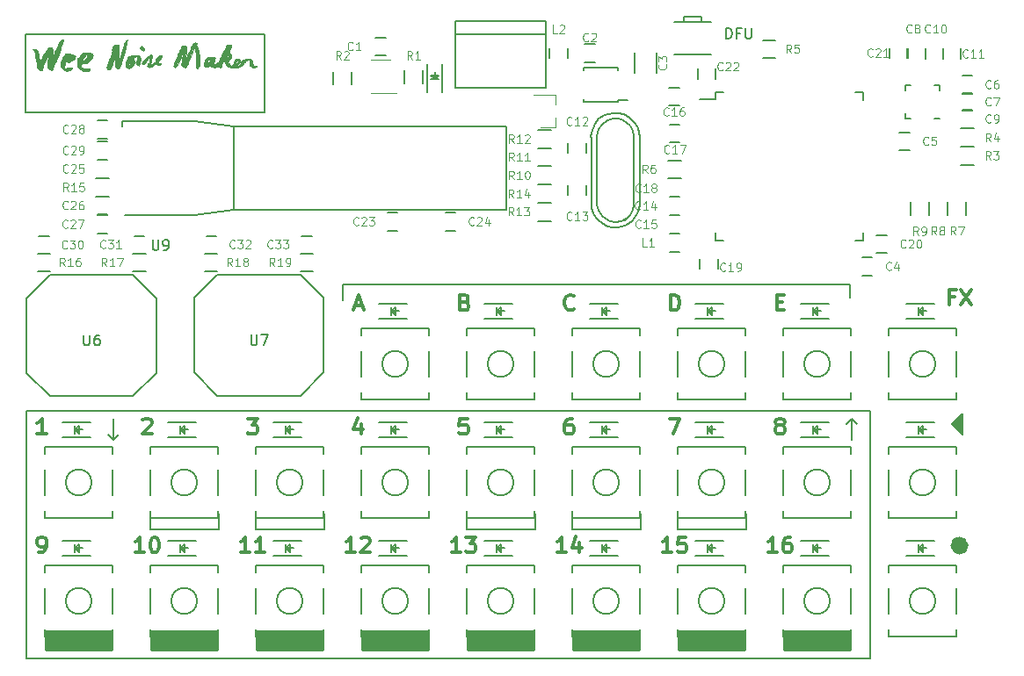
<source format=gto>
G04 #@! TF.FileFunction,Legend,Top*
%FSLAX46Y46*%
G04 Gerber Fmt 4.6, Leading zero omitted, Abs format (unit mm)*
G04 Created by KiCad (PCBNEW 4.0.5-e0-6337~52~ubuntu16.10.1) date Sun Jan 15 19:46:15 2017*
%MOMM*%
%LPD*%
G01*
G04 APERTURE LIST*
%ADD10C,0.100000*%
%ADD11C,0.200000*%
%ADD12C,0.300000*%
%ADD13C,1.000000*%
%ADD14C,0.150000*%
%ADD15C,0.120000*%
%ADD16C,0.010000*%
%ADD17C,0.125000*%
%ADD18C,0.254000*%
G04 APERTURE END LIST*
D10*
D11*
X149991914Y-80386181D02*
X149991914Y-79386181D01*
X150230009Y-79386181D01*
X150372867Y-79433800D01*
X150468105Y-79529038D01*
X150515724Y-79624276D01*
X150563343Y-79814752D01*
X150563343Y-79957610D01*
X150515724Y-80148086D01*
X150468105Y-80243324D01*
X150372867Y-80338562D01*
X150230009Y-80386181D01*
X149991914Y-80386181D01*
X151325248Y-79862371D02*
X150991914Y-79862371D01*
X150991914Y-80386181D02*
X150991914Y-79386181D01*
X151468105Y-79386181D01*
X151849057Y-79386181D02*
X151849057Y-80195705D01*
X151896676Y-80290943D01*
X151944295Y-80338562D01*
X152039533Y-80386181D01*
X152230010Y-80386181D01*
X152325248Y-80338562D01*
X152372867Y-80290943D01*
X152420486Y-80195705D01*
X152420486Y-79386181D01*
X82500000Y-87500000D02*
X82500000Y-80000000D01*
X105500000Y-87500000D02*
X82500000Y-87500000D01*
X105500000Y-80000000D02*
X105500000Y-87500000D01*
X82500000Y-80000000D02*
X105500000Y-80000000D01*
X172466000Y-118110000D02*
X172720000Y-118364000D01*
X172720000Y-117856000D02*
X172466000Y-118110000D01*
X172720000Y-117348000D02*
X172212000Y-117856000D01*
X171958000Y-117602000D02*
X172720000Y-116840000D01*
X172212000Y-117856000D02*
X171958000Y-117602000D01*
X172212000Y-117094000D02*
X172212000Y-117856000D01*
X172466000Y-116840000D02*
X172212000Y-117094000D01*
X172466000Y-118364000D02*
X172466000Y-116840000D01*
X172720000Y-118364000D02*
X172466000Y-118364000D01*
X172720000Y-117602000D02*
X172720000Y-118364000D01*
X172212000Y-118110000D02*
X172720000Y-117602000D01*
X172720000Y-117094000D02*
X172212000Y-117602000D01*
X171958000Y-117856000D02*
X172720000Y-117094000D01*
X161950400Y-104140000D02*
X161950400Y-105410000D01*
X123850400Y-104140000D02*
X113055400Y-104140000D01*
X161950400Y-104140000D02*
X123850400Y-104140000D01*
X145288000Y-127762000D02*
X145288000Y-126238000D01*
X151892000Y-127762000D02*
X151892000Y-126238000D01*
X135128000Y-127762000D02*
X135128000Y-126238000D01*
X141732000Y-127762000D02*
X141732000Y-126238000D01*
X131572000Y-127762000D02*
X131572000Y-126238000D01*
X124968000Y-127762000D02*
X124968000Y-126238000D01*
X111252000Y-127762000D02*
X111252000Y-126238000D01*
X104648000Y-127762000D02*
X104648000Y-126238000D01*
X101092000Y-127762000D02*
X101092000Y-126238000D01*
X94488000Y-127762000D02*
X94488000Y-126238000D01*
X113055400Y-104140000D02*
X113055400Y-105664000D01*
X82550000Y-116332000D02*
X163830000Y-116332000D01*
X82550000Y-140208000D02*
X82550000Y-116332000D01*
X163830000Y-140208000D02*
X82550000Y-140208000D01*
X163830000Y-116332000D02*
X163830000Y-140208000D01*
X162052000Y-119126000D02*
X162052000Y-117094000D01*
X162052000Y-117094000D02*
X161544000Y-117602000D01*
X162052000Y-117094000D02*
X162560000Y-117602000D01*
X90932000Y-119126000D02*
X90424000Y-118618000D01*
X90932000Y-119126000D02*
X91440000Y-118618000D01*
X90932000Y-117094000D02*
X90932000Y-119126000D01*
X141732000Y-127762000D02*
X135128000Y-127762000D01*
X131572000Y-127762000D02*
X124968000Y-127762000D01*
X111252000Y-127762000D02*
X104648000Y-127762000D01*
X101092000Y-127762000D02*
X94488000Y-127762000D01*
X151892000Y-127762000D02*
X145288000Y-127762000D01*
D12*
X154897972Y-105810857D02*
X155397972Y-105810857D01*
X155612258Y-106596571D02*
X154897972Y-106596571D01*
X154897972Y-105096571D01*
X155612258Y-105096571D01*
X144666543Y-106596571D02*
X144666543Y-105096571D01*
X145023686Y-105096571D01*
X145237971Y-105168000D01*
X145380829Y-105310857D01*
X145452257Y-105453714D01*
X145523686Y-105739429D01*
X145523686Y-105953714D01*
X145452257Y-106239429D01*
X145380829Y-106382286D01*
X145237971Y-106525143D01*
X145023686Y-106596571D01*
X144666543Y-106596571D01*
X135363686Y-106453714D02*
X135292257Y-106525143D01*
X135077971Y-106596571D01*
X134935114Y-106596571D01*
X134720829Y-106525143D01*
X134577971Y-106382286D01*
X134506543Y-106239429D01*
X134435114Y-105953714D01*
X134435114Y-105739429D01*
X134506543Y-105453714D01*
X134577971Y-105310857D01*
X134720829Y-105168000D01*
X134935114Y-105096571D01*
X135077971Y-105096571D01*
X135292257Y-105168000D01*
X135363686Y-105239429D01*
X124846543Y-105810857D02*
X125060829Y-105882286D01*
X125132257Y-105953714D01*
X125203686Y-106096571D01*
X125203686Y-106310857D01*
X125132257Y-106453714D01*
X125060829Y-106525143D01*
X124917971Y-106596571D01*
X124346543Y-106596571D01*
X124346543Y-105096571D01*
X124846543Y-105096571D01*
X124989400Y-105168000D01*
X125060829Y-105239429D01*
X125132257Y-105382286D01*
X125132257Y-105525143D01*
X125060829Y-105668000D01*
X124989400Y-105739429D01*
X124846543Y-105810857D01*
X124346543Y-105810857D01*
X114222257Y-106168000D02*
X114936543Y-106168000D01*
X114079400Y-106596571D02*
X114579400Y-105096571D01*
X115079400Y-106596571D01*
X171966001Y-105302857D02*
X171466001Y-105302857D01*
X171466001Y-106088571D02*
X171466001Y-104588571D01*
X172180287Y-104588571D01*
X172608858Y-104588571D02*
X173608858Y-106088571D01*
X173608858Y-104588571D02*
X172608858Y-106088571D01*
X154908286Y-129964571D02*
X154051143Y-129964571D01*
X154479715Y-129964571D02*
X154479715Y-128464571D01*
X154336858Y-128678857D01*
X154194000Y-128821714D01*
X154051143Y-128893143D01*
X156194000Y-128464571D02*
X155908286Y-128464571D01*
X155765429Y-128536000D01*
X155694000Y-128607429D01*
X155551143Y-128821714D01*
X155479714Y-129107429D01*
X155479714Y-129678857D01*
X155551143Y-129821714D01*
X155622571Y-129893143D01*
X155765429Y-129964571D01*
X156051143Y-129964571D01*
X156194000Y-129893143D01*
X156265429Y-129821714D01*
X156336857Y-129678857D01*
X156336857Y-129321714D01*
X156265429Y-129178857D01*
X156194000Y-129107429D01*
X156051143Y-129036000D01*
X155765429Y-129036000D01*
X155622571Y-129107429D01*
X155551143Y-129178857D01*
X155479714Y-129321714D01*
X144748286Y-129964571D02*
X143891143Y-129964571D01*
X144319715Y-129964571D02*
X144319715Y-128464571D01*
X144176858Y-128678857D01*
X144034000Y-128821714D01*
X143891143Y-128893143D01*
X146105429Y-128464571D02*
X145391143Y-128464571D01*
X145319714Y-129178857D01*
X145391143Y-129107429D01*
X145534000Y-129036000D01*
X145891143Y-129036000D01*
X146034000Y-129107429D01*
X146105429Y-129178857D01*
X146176857Y-129321714D01*
X146176857Y-129678857D01*
X146105429Y-129821714D01*
X146034000Y-129893143D01*
X145891143Y-129964571D01*
X145534000Y-129964571D01*
X145391143Y-129893143D01*
X145319714Y-129821714D01*
X134588286Y-129964571D02*
X133731143Y-129964571D01*
X134159715Y-129964571D02*
X134159715Y-128464571D01*
X134016858Y-128678857D01*
X133874000Y-128821714D01*
X133731143Y-128893143D01*
X135874000Y-128964571D02*
X135874000Y-129964571D01*
X135516857Y-128393143D02*
X135159714Y-129464571D01*
X136088286Y-129464571D01*
X124428286Y-129964571D02*
X123571143Y-129964571D01*
X123999715Y-129964571D02*
X123999715Y-128464571D01*
X123856858Y-128678857D01*
X123714000Y-128821714D01*
X123571143Y-128893143D01*
X124928286Y-128464571D02*
X125856857Y-128464571D01*
X125356857Y-129036000D01*
X125571143Y-129036000D01*
X125714000Y-129107429D01*
X125785429Y-129178857D01*
X125856857Y-129321714D01*
X125856857Y-129678857D01*
X125785429Y-129821714D01*
X125714000Y-129893143D01*
X125571143Y-129964571D01*
X125142571Y-129964571D01*
X124999714Y-129893143D01*
X124928286Y-129821714D01*
X114268286Y-129964571D02*
X113411143Y-129964571D01*
X113839715Y-129964571D02*
X113839715Y-128464571D01*
X113696858Y-128678857D01*
X113554000Y-128821714D01*
X113411143Y-128893143D01*
X114839714Y-128607429D02*
X114911143Y-128536000D01*
X115054000Y-128464571D01*
X115411143Y-128464571D01*
X115554000Y-128536000D01*
X115625429Y-128607429D01*
X115696857Y-128750286D01*
X115696857Y-128893143D01*
X115625429Y-129107429D01*
X114768286Y-129964571D01*
X115696857Y-129964571D01*
X104108286Y-129964571D02*
X103251143Y-129964571D01*
X103679715Y-129964571D02*
X103679715Y-128464571D01*
X103536858Y-128678857D01*
X103394000Y-128821714D01*
X103251143Y-128893143D01*
X105536857Y-129964571D02*
X104679714Y-129964571D01*
X105108286Y-129964571D02*
X105108286Y-128464571D01*
X104965429Y-128678857D01*
X104822571Y-128821714D01*
X104679714Y-128893143D01*
X93948286Y-129964571D02*
X93091143Y-129964571D01*
X93519715Y-129964571D02*
X93519715Y-128464571D01*
X93376858Y-128678857D01*
X93234000Y-128821714D01*
X93091143Y-128893143D01*
X94876857Y-128464571D02*
X95019714Y-128464571D01*
X95162571Y-128536000D01*
X95234000Y-128607429D01*
X95305429Y-128750286D01*
X95376857Y-129036000D01*
X95376857Y-129393143D01*
X95305429Y-129678857D01*
X95234000Y-129821714D01*
X95162571Y-129893143D01*
X95019714Y-129964571D01*
X94876857Y-129964571D01*
X94734000Y-129893143D01*
X94662571Y-129821714D01*
X94591143Y-129678857D01*
X94519714Y-129393143D01*
X94519714Y-129036000D01*
X94591143Y-128750286D01*
X94662571Y-128607429D01*
X94734000Y-128536000D01*
X94876857Y-128464571D01*
X83788286Y-129964571D02*
X84074001Y-129964571D01*
X84216858Y-129893143D01*
X84288286Y-129821714D01*
X84431144Y-129607429D01*
X84502572Y-129321714D01*
X84502572Y-128750286D01*
X84431144Y-128607429D01*
X84359715Y-128536000D01*
X84216858Y-128464571D01*
X83931144Y-128464571D01*
X83788286Y-128536000D01*
X83716858Y-128607429D01*
X83645429Y-128750286D01*
X83645429Y-129107429D01*
X83716858Y-129250286D01*
X83788286Y-129321714D01*
X83931144Y-129393143D01*
X84216858Y-129393143D01*
X84359715Y-129321714D01*
X84431144Y-129250286D01*
X84502572Y-129107429D01*
D11*
X172720000Y-118618000D02*
X172720000Y-116586000D01*
X171704000Y-117602000D02*
X172720000Y-118618000D01*
X172720000Y-116586000D02*
X171704000Y-117602000D01*
D13*
X172825210Y-129286000D02*
G75*
G03X172825210Y-129286000I-359210J0D01*
G01*
D12*
X155051144Y-117677429D02*
X154908286Y-117606000D01*
X154836858Y-117534571D01*
X154765429Y-117391714D01*
X154765429Y-117320286D01*
X154836858Y-117177429D01*
X154908286Y-117106000D01*
X155051144Y-117034571D01*
X155336858Y-117034571D01*
X155479715Y-117106000D01*
X155551144Y-117177429D01*
X155622572Y-117320286D01*
X155622572Y-117391714D01*
X155551144Y-117534571D01*
X155479715Y-117606000D01*
X155336858Y-117677429D01*
X155051144Y-117677429D01*
X154908286Y-117748857D01*
X154836858Y-117820286D01*
X154765429Y-117963143D01*
X154765429Y-118248857D01*
X154836858Y-118391714D01*
X154908286Y-118463143D01*
X155051144Y-118534571D01*
X155336858Y-118534571D01*
X155479715Y-118463143D01*
X155551144Y-118391714D01*
X155622572Y-118248857D01*
X155622572Y-117963143D01*
X155551144Y-117820286D01*
X155479715Y-117748857D01*
X155336858Y-117677429D01*
X144534001Y-117034571D02*
X145534001Y-117034571D01*
X144891144Y-118534571D01*
X135159715Y-117034571D02*
X134874001Y-117034571D01*
X134731144Y-117106000D01*
X134659715Y-117177429D01*
X134516858Y-117391714D01*
X134445429Y-117677429D01*
X134445429Y-118248857D01*
X134516858Y-118391714D01*
X134588286Y-118463143D01*
X134731144Y-118534571D01*
X135016858Y-118534571D01*
X135159715Y-118463143D01*
X135231144Y-118391714D01*
X135302572Y-118248857D01*
X135302572Y-117891714D01*
X135231144Y-117748857D01*
X135159715Y-117677429D01*
X135016858Y-117606000D01*
X134731144Y-117606000D01*
X134588286Y-117677429D01*
X134516858Y-117748857D01*
X134445429Y-117891714D01*
X125071144Y-117034571D02*
X124356858Y-117034571D01*
X124285429Y-117748857D01*
X124356858Y-117677429D01*
X124499715Y-117606000D01*
X124856858Y-117606000D01*
X124999715Y-117677429D01*
X125071144Y-117748857D01*
X125142572Y-117891714D01*
X125142572Y-118248857D01*
X125071144Y-118391714D01*
X124999715Y-118463143D01*
X124856858Y-118534571D01*
X124499715Y-118534571D01*
X124356858Y-118463143D01*
X124285429Y-118391714D01*
X114839715Y-117534571D02*
X114839715Y-118534571D01*
X114482572Y-116963143D02*
X114125429Y-118034571D01*
X115054001Y-118034571D01*
X103894001Y-117034571D02*
X104822572Y-117034571D01*
X104322572Y-117606000D01*
X104536858Y-117606000D01*
X104679715Y-117677429D01*
X104751144Y-117748857D01*
X104822572Y-117891714D01*
X104822572Y-118248857D01*
X104751144Y-118391714D01*
X104679715Y-118463143D01*
X104536858Y-118534571D01*
X104108286Y-118534571D01*
X103965429Y-118463143D01*
X103894001Y-118391714D01*
X93805429Y-117177429D02*
X93876858Y-117106000D01*
X94019715Y-117034571D01*
X94376858Y-117034571D01*
X94519715Y-117106000D01*
X94591144Y-117177429D01*
X94662572Y-117320286D01*
X94662572Y-117463143D01*
X94591144Y-117677429D01*
X93734001Y-118534571D01*
X94662572Y-118534571D01*
X84502572Y-118534571D02*
X83645429Y-118534571D01*
X84074001Y-118534571D02*
X84074001Y-117034571D01*
X83931144Y-117248857D01*
X83788286Y-117391714D01*
X83645429Y-117463143D01*
D14*
X137345800Y-80938000D02*
X136345800Y-80938000D01*
X136345800Y-82638000D02*
X137345800Y-82638000D01*
X148958000Y-85585000D02*
X148958000Y-86235000D01*
X163208000Y-85585000D02*
X163208000Y-86345000D01*
X163208000Y-99835000D02*
X163208000Y-99075000D01*
X148958000Y-99835000D02*
X148958000Y-99075000D01*
X148958000Y-85585000D02*
X149718000Y-85585000D01*
X148958000Y-99835000D02*
X149718000Y-99835000D01*
X163208000Y-99835000D02*
X162448000Y-99835000D01*
X163208000Y-85585000D02*
X162448000Y-85585000D01*
X148958000Y-86235000D02*
X147433000Y-86235000D01*
X89406600Y-97359840D02*
X90406600Y-97359840D01*
X90406600Y-95659840D02*
X89406600Y-95659840D01*
X89416000Y-99148000D02*
X90416000Y-99148000D01*
X90416000Y-97448000D02*
X89416000Y-97448000D01*
X157150000Y-107430000D02*
X159850000Y-107430000D01*
X157150000Y-105930000D02*
X159850000Y-105930000D01*
X158650000Y-106830000D02*
X158650000Y-106580000D01*
X158650000Y-106580000D02*
X158500000Y-106730000D01*
X158400000Y-106330000D02*
X158400000Y-107030000D01*
X158750000Y-106680000D02*
X159100000Y-106680000D01*
X158400000Y-106680000D02*
X158750000Y-106330000D01*
X158750000Y-106330000D02*
X158750000Y-107030000D01*
X158750000Y-107030000D02*
X158400000Y-106680000D01*
X119360000Y-123190000D02*
G75*
G03X119360000Y-123190000I-1250000J0D01*
G01*
X121360000Y-125940000D02*
X121360000Y-126590000D01*
X121360000Y-126590000D02*
X114860000Y-126590000D01*
X114860000Y-126590000D02*
X114860000Y-125940000D01*
X121360000Y-120440000D02*
X121360000Y-119790000D01*
X121360000Y-119790000D02*
X114860000Y-119790000D01*
X114860000Y-119790000D02*
X114860000Y-120440000D01*
X121360000Y-121940000D02*
X121360000Y-124440000D01*
X114860000Y-121940000D02*
X114860000Y-124440000D01*
X173728000Y-83986000D02*
X172728000Y-83986000D01*
X172728000Y-85686000D02*
X173728000Y-85686000D01*
X88880000Y-123190000D02*
G75*
G03X88880000Y-123190000I-1250000J0D01*
G01*
X90880000Y-125940000D02*
X90880000Y-126590000D01*
X90880000Y-126590000D02*
X84380000Y-126590000D01*
X84380000Y-126590000D02*
X84380000Y-125940000D01*
X90880000Y-120440000D02*
X90880000Y-119790000D01*
X90880000Y-119790000D02*
X84380000Y-119790000D01*
X84380000Y-119790000D02*
X84380000Y-120440000D01*
X90880000Y-121940000D02*
X90880000Y-124440000D01*
X84380000Y-121940000D02*
X84380000Y-124440000D01*
X167310000Y-107430000D02*
X170010000Y-107430000D01*
X167310000Y-105930000D02*
X170010000Y-105930000D01*
X168810000Y-106830000D02*
X168810000Y-106580000D01*
X168810000Y-106580000D02*
X168660000Y-106730000D01*
X168560000Y-106330000D02*
X168560000Y-107030000D01*
X168910000Y-106680000D02*
X169260000Y-106680000D01*
X168560000Y-106680000D02*
X168910000Y-106330000D01*
X168910000Y-106330000D02*
X168910000Y-107030000D01*
X168910000Y-107030000D02*
X168560000Y-106680000D01*
X149840000Y-123190000D02*
G75*
G03X149840000Y-123190000I-1250000J0D01*
G01*
X151840000Y-125940000D02*
X151840000Y-126590000D01*
X151840000Y-126590000D02*
X145340000Y-126590000D01*
X145340000Y-126590000D02*
X145340000Y-125940000D01*
X151840000Y-120440000D02*
X151840000Y-119790000D01*
X151840000Y-119790000D02*
X145340000Y-119790000D01*
X145340000Y-119790000D02*
X145340000Y-120440000D01*
X151840000Y-121940000D02*
X151840000Y-124440000D01*
X145340000Y-121940000D02*
X145340000Y-124440000D01*
X120763000Y-83474000D02*
X120763000Y-84674000D01*
X119013000Y-84674000D02*
X119013000Y-83474000D01*
X160000000Y-123190000D02*
G75*
G03X160000000Y-123190000I-1250000J0D01*
G01*
X162000000Y-125940000D02*
X162000000Y-126590000D01*
X162000000Y-126590000D02*
X155500000Y-126590000D01*
X155500000Y-126590000D02*
X155500000Y-125940000D01*
X162000000Y-120440000D02*
X162000000Y-119790000D01*
X162000000Y-119790000D02*
X155500000Y-119790000D01*
X155500000Y-119790000D02*
X155500000Y-120440000D01*
X162000000Y-121940000D02*
X162000000Y-124440000D01*
X155500000Y-121940000D02*
X155500000Y-124440000D01*
X99040000Y-123190000D02*
G75*
G03X99040000Y-123190000I-1250000J0D01*
G01*
X101040000Y-125940000D02*
X101040000Y-126590000D01*
X101040000Y-126590000D02*
X94540000Y-126590000D01*
X94540000Y-126590000D02*
X94540000Y-125940000D01*
X101040000Y-120440000D02*
X101040000Y-119790000D01*
X101040000Y-119790000D02*
X94540000Y-119790000D01*
X94540000Y-119790000D02*
X94540000Y-120440000D01*
X101040000Y-121940000D02*
X101040000Y-124440000D01*
X94540000Y-121940000D02*
X94540000Y-124440000D01*
X109200000Y-123190000D02*
G75*
G03X109200000Y-123190000I-1250000J0D01*
G01*
X111200000Y-125940000D02*
X111200000Y-126590000D01*
X111200000Y-126590000D02*
X104700000Y-126590000D01*
X104700000Y-126590000D02*
X104700000Y-125940000D01*
X111200000Y-120440000D02*
X111200000Y-119790000D01*
X111200000Y-119790000D02*
X104700000Y-119790000D01*
X104700000Y-119790000D02*
X104700000Y-120440000D01*
X111200000Y-121940000D02*
X111200000Y-124440000D01*
X104700000Y-121940000D02*
X104700000Y-124440000D01*
X129520000Y-123190000D02*
G75*
G03X129520000Y-123190000I-1250000J0D01*
G01*
X131520000Y-125940000D02*
X131520000Y-126590000D01*
X131520000Y-126590000D02*
X125020000Y-126590000D01*
X125020000Y-126590000D02*
X125020000Y-125940000D01*
X131520000Y-120440000D02*
X131520000Y-119790000D01*
X131520000Y-119790000D02*
X125020000Y-119790000D01*
X125020000Y-119790000D02*
X125020000Y-120440000D01*
X131520000Y-121940000D02*
X131520000Y-124440000D01*
X125020000Y-121940000D02*
X125020000Y-124440000D01*
X139680000Y-123190000D02*
G75*
G03X139680000Y-123190000I-1250000J0D01*
G01*
X141680000Y-125940000D02*
X141680000Y-126590000D01*
X141680000Y-126590000D02*
X135180000Y-126590000D01*
X135180000Y-126590000D02*
X135180000Y-125940000D01*
X141680000Y-120440000D02*
X141680000Y-119790000D01*
X141680000Y-119790000D02*
X135180000Y-119790000D01*
X135180000Y-119790000D02*
X135180000Y-120440000D01*
X141680000Y-121940000D02*
X141680000Y-124440000D01*
X135180000Y-121940000D02*
X135180000Y-124440000D01*
X88880000Y-134620000D02*
G75*
G03X88880000Y-134620000I-1250000J0D01*
G01*
X90880000Y-137370000D02*
X90880000Y-138020000D01*
X90880000Y-138020000D02*
X84380000Y-138020000D01*
X84380000Y-138020000D02*
X84380000Y-137370000D01*
X90880000Y-131870000D02*
X90880000Y-131220000D01*
X90880000Y-131220000D02*
X84380000Y-131220000D01*
X84380000Y-131220000D02*
X84380000Y-131870000D01*
X90880000Y-133370000D02*
X90880000Y-135870000D01*
X84380000Y-133370000D02*
X84380000Y-135870000D01*
X99040000Y-134620000D02*
G75*
G03X99040000Y-134620000I-1250000J0D01*
G01*
X101040000Y-137370000D02*
X101040000Y-138020000D01*
X101040000Y-138020000D02*
X94540000Y-138020000D01*
X94540000Y-138020000D02*
X94540000Y-137370000D01*
X101040000Y-131870000D02*
X101040000Y-131220000D01*
X101040000Y-131220000D02*
X94540000Y-131220000D01*
X94540000Y-131220000D02*
X94540000Y-131870000D01*
X101040000Y-133370000D02*
X101040000Y-135870000D01*
X94540000Y-133370000D02*
X94540000Y-135870000D01*
X109200000Y-134620000D02*
G75*
G03X109200000Y-134620000I-1250000J0D01*
G01*
X111200000Y-137370000D02*
X111200000Y-138020000D01*
X111200000Y-138020000D02*
X104700000Y-138020000D01*
X104700000Y-138020000D02*
X104700000Y-137370000D01*
X111200000Y-131870000D02*
X111200000Y-131220000D01*
X111200000Y-131220000D02*
X104700000Y-131220000D01*
X104700000Y-131220000D02*
X104700000Y-131870000D01*
X111200000Y-133370000D02*
X111200000Y-135870000D01*
X104700000Y-133370000D02*
X104700000Y-135870000D01*
X119360000Y-134620000D02*
G75*
G03X119360000Y-134620000I-1250000J0D01*
G01*
X121360000Y-137370000D02*
X121360000Y-138020000D01*
X121360000Y-138020000D02*
X114860000Y-138020000D01*
X114860000Y-138020000D02*
X114860000Y-137370000D01*
X121360000Y-131870000D02*
X121360000Y-131220000D01*
X121360000Y-131220000D02*
X114860000Y-131220000D01*
X114860000Y-131220000D02*
X114860000Y-131870000D01*
X121360000Y-133370000D02*
X121360000Y-135870000D01*
X114860000Y-133370000D02*
X114860000Y-135870000D01*
X129520000Y-134620000D02*
G75*
G03X129520000Y-134620000I-1250000J0D01*
G01*
X131520000Y-137370000D02*
X131520000Y-138020000D01*
X131520000Y-138020000D02*
X125020000Y-138020000D01*
X125020000Y-138020000D02*
X125020000Y-137370000D01*
X131520000Y-131870000D02*
X131520000Y-131220000D01*
X131520000Y-131220000D02*
X125020000Y-131220000D01*
X125020000Y-131220000D02*
X125020000Y-131870000D01*
X131520000Y-133370000D02*
X131520000Y-135870000D01*
X125020000Y-133370000D02*
X125020000Y-135870000D01*
X139680000Y-134620000D02*
G75*
G03X139680000Y-134620000I-1250000J0D01*
G01*
X141680000Y-137370000D02*
X141680000Y-138020000D01*
X141680000Y-138020000D02*
X135180000Y-138020000D01*
X135180000Y-138020000D02*
X135180000Y-137370000D01*
X141680000Y-131870000D02*
X141680000Y-131220000D01*
X141680000Y-131220000D02*
X135180000Y-131220000D01*
X135180000Y-131220000D02*
X135180000Y-131870000D01*
X141680000Y-133370000D02*
X141680000Y-135870000D01*
X135180000Y-133370000D02*
X135180000Y-135870000D01*
X149840000Y-134620000D02*
G75*
G03X149840000Y-134620000I-1250000J0D01*
G01*
X151840000Y-137370000D02*
X151840000Y-138020000D01*
X151840000Y-138020000D02*
X145340000Y-138020000D01*
X145340000Y-138020000D02*
X145340000Y-137370000D01*
X151840000Y-131870000D02*
X151840000Y-131220000D01*
X151840000Y-131220000D02*
X145340000Y-131220000D01*
X145340000Y-131220000D02*
X145340000Y-131870000D01*
X151840000Y-133370000D02*
X151840000Y-135870000D01*
X145340000Y-133370000D02*
X145340000Y-135870000D01*
X160000000Y-134620000D02*
G75*
G03X160000000Y-134620000I-1250000J0D01*
G01*
X162000000Y-137370000D02*
X162000000Y-138020000D01*
X162000000Y-138020000D02*
X155500000Y-138020000D01*
X155500000Y-138020000D02*
X155500000Y-137370000D01*
X162000000Y-131870000D02*
X162000000Y-131220000D01*
X162000000Y-131220000D02*
X155500000Y-131220000D01*
X155500000Y-131220000D02*
X155500000Y-131870000D01*
X162000000Y-133370000D02*
X162000000Y-135870000D01*
X155500000Y-133370000D02*
X155500000Y-135870000D01*
X170160000Y-123190000D02*
G75*
G03X170160000Y-123190000I-1250000J0D01*
G01*
X172160000Y-125940000D02*
X172160000Y-126590000D01*
X172160000Y-126590000D02*
X165660000Y-126590000D01*
X165660000Y-126590000D02*
X165660000Y-125940000D01*
X172160000Y-120440000D02*
X172160000Y-119790000D01*
X172160000Y-119790000D02*
X165660000Y-119790000D01*
X165660000Y-119790000D02*
X165660000Y-120440000D01*
X172160000Y-121940000D02*
X172160000Y-124440000D01*
X165660000Y-121940000D02*
X165660000Y-124440000D01*
X170160000Y-134620000D02*
G75*
G03X170160000Y-134620000I-1250000J0D01*
G01*
X172160000Y-137370000D02*
X172160000Y-138020000D01*
X172160000Y-138020000D02*
X165660000Y-138020000D01*
X165660000Y-138020000D02*
X165660000Y-137370000D01*
X172160000Y-131870000D02*
X172160000Y-131220000D01*
X172160000Y-131220000D02*
X165660000Y-131220000D01*
X165660000Y-131220000D02*
X165660000Y-131870000D01*
X172160000Y-133370000D02*
X172160000Y-135870000D01*
X165660000Y-133370000D02*
X165660000Y-135870000D01*
X170160000Y-111760000D02*
G75*
G03X170160000Y-111760000I-1250000J0D01*
G01*
X172160000Y-114510000D02*
X172160000Y-115160000D01*
X172160000Y-115160000D02*
X165660000Y-115160000D01*
X165660000Y-115160000D02*
X165660000Y-114510000D01*
X172160000Y-109010000D02*
X172160000Y-108360000D01*
X172160000Y-108360000D02*
X165660000Y-108360000D01*
X165660000Y-108360000D02*
X165660000Y-109010000D01*
X172160000Y-110510000D02*
X172160000Y-113010000D01*
X165660000Y-110510000D02*
X165660000Y-113010000D01*
X119360000Y-111760000D02*
G75*
G03X119360000Y-111760000I-1250000J0D01*
G01*
X121360000Y-114510000D02*
X121360000Y-115160000D01*
X121360000Y-115160000D02*
X114860000Y-115160000D01*
X114860000Y-115160000D02*
X114860000Y-114510000D01*
X121360000Y-109010000D02*
X121360000Y-108360000D01*
X121360000Y-108360000D02*
X114860000Y-108360000D01*
X114860000Y-108360000D02*
X114860000Y-109010000D01*
X121360000Y-110510000D02*
X121360000Y-113010000D01*
X114860000Y-110510000D02*
X114860000Y-113010000D01*
X129520000Y-111760000D02*
G75*
G03X129520000Y-111760000I-1250000J0D01*
G01*
X131520000Y-114510000D02*
X131520000Y-115160000D01*
X131520000Y-115160000D02*
X125020000Y-115160000D01*
X125020000Y-115160000D02*
X125020000Y-114510000D01*
X131520000Y-109010000D02*
X131520000Y-108360000D01*
X131520000Y-108360000D02*
X125020000Y-108360000D01*
X125020000Y-108360000D02*
X125020000Y-109010000D01*
X131520000Y-110510000D02*
X131520000Y-113010000D01*
X125020000Y-110510000D02*
X125020000Y-113010000D01*
X139680000Y-111760000D02*
G75*
G03X139680000Y-111760000I-1250000J0D01*
G01*
X141680000Y-114510000D02*
X141680000Y-115160000D01*
X141680000Y-115160000D02*
X135180000Y-115160000D01*
X135180000Y-115160000D02*
X135180000Y-114510000D01*
X141680000Y-109010000D02*
X141680000Y-108360000D01*
X141680000Y-108360000D02*
X135180000Y-108360000D01*
X135180000Y-108360000D02*
X135180000Y-109010000D01*
X141680000Y-110510000D02*
X141680000Y-113010000D01*
X135180000Y-110510000D02*
X135180000Y-113010000D01*
X149840000Y-111760000D02*
G75*
G03X149840000Y-111760000I-1250000J0D01*
G01*
X151840000Y-114510000D02*
X151840000Y-115160000D01*
X151840000Y-115160000D02*
X145340000Y-115160000D01*
X145340000Y-115160000D02*
X145340000Y-114510000D01*
X151840000Y-109010000D02*
X151840000Y-108360000D01*
X151840000Y-108360000D02*
X145340000Y-108360000D01*
X145340000Y-108360000D02*
X145340000Y-109010000D01*
X151840000Y-110510000D02*
X151840000Y-113010000D01*
X145340000Y-110510000D02*
X145340000Y-113010000D01*
X160000000Y-111760000D02*
G75*
G03X160000000Y-111760000I-1250000J0D01*
G01*
X162000000Y-114510000D02*
X162000000Y-115160000D01*
X162000000Y-115160000D02*
X155500000Y-115160000D01*
X155500000Y-115160000D02*
X155500000Y-114510000D01*
X162000000Y-109010000D02*
X162000000Y-108360000D01*
X162000000Y-108360000D02*
X155500000Y-108360000D01*
X155500000Y-108360000D02*
X155500000Y-109010000D01*
X162000000Y-110510000D02*
X162000000Y-113010000D01*
X155500000Y-110510000D02*
X155500000Y-113010000D01*
X86030000Y-130290000D02*
X88730000Y-130290000D01*
X86030000Y-128790000D02*
X88730000Y-128790000D01*
X87530000Y-129690000D02*
X87530000Y-129440000D01*
X87530000Y-129440000D02*
X87380000Y-129590000D01*
X87280000Y-129190000D02*
X87280000Y-129890000D01*
X87630000Y-129540000D02*
X87980000Y-129540000D01*
X87280000Y-129540000D02*
X87630000Y-129190000D01*
X87630000Y-129190000D02*
X87630000Y-129890000D01*
X87630000Y-129890000D02*
X87280000Y-129540000D01*
X96190000Y-130290000D02*
X98890000Y-130290000D01*
X96190000Y-128790000D02*
X98890000Y-128790000D01*
X97690000Y-129690000D02*
X97690000Y-129440000D01*
X97690000Y-129440000D02*
X97540000Y-129590000D01*
X97440000Y-129190000D02*
X97440000Y-129890000D01*
X97790000Y-129540000D02*
X98140000Y-129540000D01*
X97440000Y-129540000D02*
X97790000Y-129190000D01*
X97790000Y-129190000D02*
X97790000Y-129890000D01*
X97790000Y-129890000D02*
X97440000Y-129540000D01*
X106350000Y-130290000D02*
X109050000Y-130290000D01*
X106350000Y-128790000D02*
X109050000Y-128790000D01*
X107850000Y-129690000D02*
X107850000Y-129440000D01*
X107850000Y-129440000D02*
X107700000Y-129590000D01*
X107600000Y-129190000D02*
X107600000Y-129890000D01*
X107950000Y-129540000D02*
X108300000Y-129540000D01*
X107600000Y-129540000D02*
X107950000Y-129190000D01*
X107950000Y-129190000D02*
X107950000Y-129890000D01*
X107950000Y-129890000D02*
X107600000Y-129540000D01*
X116510000Y-130290000D02*
X119210000Y-130290000D01*
X116510000Y-128790000D02*
X119210000Y-128790000D01*
X118010000Y-129690000D02*
X118010000Y-129440000D01*
X118010000Y-129440000D02*
X117860000Y-129590000D01*
X117760000Y-129190000D02*
X117760000Y-129890000D01*
X118110000Y-129540000D02*
X118460000Y-129540000D01*
X117760000Y-129540000D02*
X118110000Y-129190000D01*
X118110000Y-129190000D02*
X118110000Y-129890000D01*
X118110000Y-129890000D02*
X117760000Y-129540000D01*
X126670000Y-130290000D02*
X129370000Y-130290000D01*
X126670000Y-128790000D02*
X129370000Y-128790000D01*
X128170000Y-129690000D02*
X128170000Y-129440000D01*
X128170000Y-129440000D02*
X128020000Y-129590000D01*
X127920000Y-129190000D02*
X127920000Y-129890000D01*
X128270000Y-129540000D02*
X128620000Y-129540000D01*
X127920000Y-129540000D02*
X128270000Y-129190000D01*
X128270000Y-129190000D02*
X128270000Y-129890000D01*
X128270000Y-129890000D02*
X127920000Y-129540000D01*
X136830000Y-130290000D02*
X139530000Y-130290000D01*
X136830000Y-128790000D02*
X139530000Y-128790000D01*
X138330000Y-129690000D02*
X138330000Y-129440000D01*
X138330000Y-129440000D02*
X138180000Y-129590000D01*
X138080000Y-129190000D02*
X138080000Y-129890000D01*
X138430000Y-129540000D02*
X138780000Y-129540000D01*
X138080000Y-129540000D02*
X138430000Y-129190000D01*
X138430000Y-129190000D02*
X138430000Y-129890000D01*
X138430000Y-129890000D02*
X138080000Y-129540000D01*
X146990000Y-130290000D02*
X149690000Y-130290000D01*
X146990000Y-128790000D02*
X149690000Y-128790000D01*
X148490000Y-129690000D02*
X148490000Y-129440000D01*
X148490000Y-129440000D02*
X148340000Y-129590000D01*
X148240000Y-129190000D02*
X148240000Y-129890000D01*
X148590000Y-129540000D02*
X148940000Y-129540000D01*
X148240000Y-129540000D02*
X148590000Y-129190000D01*
X148590000Y-129190000D02*
X148590000Y-129890000D01*
X148590000Y-129890000D02*
X148240000Y-129540000D01*
X157150000Y-130290000D02*
X159850000Y-130290000D01*
X157150000Y-128790000D02*
X159850000Y-128790000D01*
X158650000Y-129690000D02*
X158650000Y-129440000D01*
X158650000Y-129440000D02*
X158500000Y-129590000D01*
X158400000Y-129190000D02*
X158400000Y-129890000D01*
X158750000Y-129540000D02*
X159100000Y-129540000D01*
X158400000Y-129540000D02*
X158750000Y-129190000D01*
X158750000Y-129190000D02*
X158750000Y-129890000D01*
X158750000Y-129890000D02*
X158400000Y-129540000D01*
X167310000Y-130290000D02*
X170010000Y-130290000D01*
X167310000Y-128790000D02*
X170010000Y-128790000D01*
X168810000Y-129690000D02*
X168810000Y-129440000D01*
X168810000Y-129440000D02*
X168660000Y-129590000D01*
X168560000Y-129190000D02*
X168560000Y-129890000D01*
X168910000Y-129540000D02*
X169260000Y-129540000D01*
X168560000Y-129540000D02*
X168910000Y-129190000D01*
X168910000Y-129190000D02*
X168910000Y-129890000D01*
X168910000Y-129890000D02*
X168560000Y-129540000D01*
X86030000Y-118860000D02*
X88730000Y-118860000D01*
X86030000Y-117360000D02*
X88730000Y-117360000D01*
X87530000Y-118260000D02*
X87530000Y-118010000D01*
X87530000Y-118010000D02*
X87380000Y-118160000D01*
X87280000Y-117760000D02*
X87280000Y-118460000D01*
X87630000Y-118110000D02*
X87980000Y-118110000D01*
X87280000Y-118110000D02*
X87630000Y-117760000D01*
X87630000Y-117760000D02*
X87630000Y-118460000D01*
X87630000Y-118460000D02*
X87280000Y-118110000D01*
X96190000Y-118860000D02*
X98890000Y-118860000D01*
X96190000Y-117360000D02*
X98890000Y-117360000D01*
X97690000Y-118260000D02*
X97690000Y-118010000D01*
X97690000Y-118010000D02*
X97540000Y-118160000D01*
X97440000Y-117760000D02*
X97440000Y-118460000D01*
X97790000Y-118110000D02*
X98140000Y-118110000D01*
X97440000Y-118110000D02*
X97790000Y-117760000D01*
X97790000Y-117760000D02*
X97790000Y-118460000D01*
X97790000Y-118460000D02*
X97440000Y-118110000D01*
X106350000Y-118860000D02*
X109050000Y-118860000D01*
X106350000Y-117360000D02*
X109050000Y-117360000D01*
X107850000Y-118260000D02*
X107850000Y-118010000D01*
X107850000Y-118010000D02*
X107700000Y-118160000D01*
X107600000Y-117760000D02*
X107600000Y-118460000D01*
X107950000Y-118110000D02*
X108300000Y-118110000D01*
X107600000Y-118110000D02*
X107950000Y-117760000D01*
X107950000Y-117760000D02*
X107950000Y-118460000D01*
X107950000Y-118460000D02*
X107600000Y-118110000D01*
X116510000Y-118860000D02*
X119210000Y-118860000D01*
X116510000Y-117360000D02*
X119210000Y-117360000D01*
X118010000Y-118260000D02*
X118010000Y-118010000D01*
X118010000Y-118010000D02*
X117860000Y-118160000D01*
X117760000Y-117760000D02*
X117760000Y-118460000D01*
X118110000Y-118110000D02*
X118460000Y-118110000D01*
X117760000Y-118110000D02*
X118110000Y-117760000D01*
X118110000Y-117760000D02*
X118110000Y-118460000D01*
X118110000Y-118460000D02*
X117760000Y-118110000D01*
X126670000Y-118860000D02*
X129370000Y-118860000D01*
X126670000Y-117360000D02*
X129370000Y-117360000D01*
X128170000Y-118260000D02*
X128170000Y-118010000D01*
X128170000Y-118010000D02*
X128020000Y-118160000D01*
X127920000Y-117760000D02*
X127920000Y-118460000D01*
X128270000Y-118110000D02*
X128620000Y-118110000D01*
X127920000Y-118110000D02*
X128270000Y-117760000D01*
X128270000Y-117760000D02*
X128270000Y-118460000D01*
X128270000Y-118460000D02*
X127920000Y-118110000D01*
X136830000Y-118860000D02*
X139530000Y-118860000D01*
X136830000Y-117360000D02*
X139530000Y-117360000D01*
X138330000Y-118260000D02*
X138330000Y-118010000D01*
X138330000Y-118010000D02*
X138180000Y-118160000D01*
X138080000Y-117760000D02*
X138080000Y-118460000D01*
X138430000Y-118110000D02*
X138780000Y-118110000D01*
X138080000Y-118110000D02*
X138430000Y-117760000D01*
X138430000Y-117760000D02*
X138430000Y-118460000D01*
X138430000Y-118460000D02*
X138080000Y-118110000D01*
X146990000Y-118860000D02*
X149690000Y-118860000D01*
X146990000Y-117360000D02*
X149690000Y-117360000D01*
X148490000Y-118260000D02*
X148490000Y-118010000D01*
X148490000Y-118010000D02*
X148340000Y-118160000D01*
X148240000Y-117760000D02*
X148240000Y-118460000D01*
X148590000Y-118110000D02*
X148940000Y-118110000D01*
X148240000Y-118110000D02*
X148590000Y-117760000D01*
X148590000Y-117760000D02*
X148590000Y-118460000D01*
X148590000Y-118460000D02*
X148240000Y-118110000D01*
X157150000Y-118860000D02*
X159850000Y-118860000D01*
X157150000Y-117360000D02*
X159850000Y-117360000D01*
X158650000Y-118260000D02*
X158650000Y-118010000D01*
X158650000Y-118010000D02*
X158500000Y-118160000D01*
X158400000Y-117760000D02*
X158400000Y-118460000D01*
X158750000Y-118110000D02*
X159100000Y-118110000D01*
X158400000Y-118110000D02*
X158750000Y-117760000D01*
X158750000Y-117760000D02*
X158750000Y-118460000D01*
X158750000Y-118460000D02*
X158400000Y-118110000D01*
X167310000Y-118860000D02*
X170010000Y-118860000D01*
X167310000Y-117360000D02*
X170010000Y-117360000D01*
X168810000Y-118260000D02*
X168810000Y-118010000D01*
X168810000Y-118010000D02*
X168660000Y-118160000D01*
X168560000Y-117760000D02*
X168560000Y-118460000D01*
X168910000Y-118110000D02*
X169260000Y-118110000D01*
X168560000Y-118110000D02*
X168910000Y-117760000D01*
X168910000Y-117760000D02*
X168910000Y-118460000D01*
X168910000Y-118460000D02*
X168560000Y-118110000D01*
X116510000Y-107430000D02*
X119210000Y-107430000D01*
X116510000Y-105930000D02*
X119210000Y-105930000D01*
X118010000Y-106830000D02*
X118010000Y-106580000D01*
X118010000Y-106580000D02*
X117860000Y-106730000D01*
X117760000Y-106330000D02*
X117760000Y-107030000D01*
X118110000Y-106680000D02*
X118460000Y-106680000D01*
X117760000Y-106680000D02*
X118110000Y-106330000D01*
X118110000Y-106330000D02*
X118110000Y-107030000D01*
X118110000Y-107030000D02*
X117760000Y-106680000D01*
X126670000Y-107430000D02*
X129370000Y-107430000D01*
X126670000Y-105930000D02*
X129370000Y-105930000D01*
X128170000Y-106830000D02*
X128170000Y-106580000D01*
X128170000Y-106580000D02*
X128020000Y-106730000D01*
X127920000Y-106330000D02*
X127920000Y-107030000D01*
X128270000Y-106680000D02*
X128620000Y-106680000D01*
X127920000Y-106680000D02*
X128270000Y-106330000D01*
X128270000Y-106330000D02*
X128270000Y-107030000D01*
X128270000Y-107030000D02*
X127920000Y-106680000D01*
X136830000Y-107430000D02*
X139530000Y-107430000D01*
X136830000Y-105930000D02*
X139530000Y-105930000D01*
X138330000Y-106830000D02*
X138330000Y-106580000D01*
X138330000Y-106580000D02*
X138180000Y-106730000D01*
X138080000Y-106330000D02*
X138080000Y-107030000D01*
X138430000Y-106680000D02*
X138780000Y-106680000D01*
X138080000Y-106680000D02*
X138430000Y-106330000D01*
X138430000Y-106330000D02*
X138430000Y-107030000D01*
X138430000Y-107030000D02*
X138080000Y-106680000D01*
X146990000Y-107430000D02*
X149690000Y-107430000D01*
X146990000Y-105930000D02*
X149690000Y-105930000D01*
X148490000Y-106830000D02*
X148490000Y-106580000D01*
X148490000Y-106580000D02*
X148340000Y-106730000D01*
X148240000Y-106330000D02*
X148240000Y-107030000D01*
X148590000Y-106680000D02*
X148940000Y-106680000D01*
X148240000Y-106680000D02*
X148590000Y-106330000D01*
X148590000Y-106330000D02*
X148590000Y-107030000D01*
X148590000Y-107030000D02*
X148240000Y-106680000D01*
D15*
X117613000Y-82464000D02*
X115813000Y-82464000D01*
X115813000Y-85684000D02*
X118263000Y-85684000D01*
D14*
X139547000Y-86461000D02*
X139547000Y-86336000D01*
X136297000Y-86461000D02*
X136297000Y-86246000D01*
X136297000Y-83211000D02*
X136297000Y-83426000D01*
X139547000Y-83211000D02*
X139547000Y-83426000D01*
X139547000Y-86461000D02*
X136297000Y-86461000D01*
X139547000Y-83211000D02*
X136297000Y-83211000D01*
X139547000Y-86336000D02*
X140472000Y-86336000D01*
X132620900Y-78732540D02*
X123920900Y-78732540D01*
X132620900Y-85137540D02*
X123920900Y-85137540D01*
X123920900Y-85137540D02*
X123920900Y-78732540D01*
X123920900Y-79962540D02*
X132620900Y-79962540D01*
X132620900Y-78732540D02*
X132620900Y-85137540D01*
X116213000Y-82003000D02*
X117213000Y-82003000D01*
X117213000Y-80303000D02*
X116213000Y-80303000D01*
X141215000Y-81727800D02*
X141215000Y-83727800D01*
X143265000Y-83727800D02*
X143265000Y-81727800D01*
X112155000Y-84801000D02*
X112155000Y-83601000D01*
X113905000Y-83601000D02*
X113905000Y-84801000D01*
D15*
X133602000Y-88956000D02*
X133602000Y-88026000D01*
X133602000Y-85796000D02*
X133602000Y-86726000D01*
X133602000Y-85796000D02*
X131442000Y-85796000D01*
X133602000Y-88956000D02*
X132142000Y-88956000D01*
D14*
X164076000Y-101512000D02*
X163076000Y-101512000D01*
X163076000Y-103212000D02*
X164076000Y-103212000D01*
X167682800Y-89447000D02*
X166682800Y-89447000D01*
X166682800Y-91147000D02*
X167682800Y-91147000D01*
X172728000Y-87337000D02*
X173728000Y-87337000D01*
X173728000Y-85637000D02*
X172728000Y-85637000D01*
X169175800Y-82288000D02*
X169175800Y-81288000D01*
X167475800Y-81288000D02*
X167475800Y-82288000D01*
X172728000Y-88988000D02*
X173728000Y-88988000D01*
X173728000Y-87288000D02*
X172728000Y-87288000D01*
X170877600Y-82313400D02*
X170877600Y-81313400D01*
X169177600Y-81313400D02*
X169177600Y-82313400D01*
X172604800Y-82313400D02*
X172604800Y-81313400D01*
X170904800Y-81313400D02*
X170904800Y-82313400D01*
X167285000Y-88112000D02*
X167285000Y-87612000D01*
X170535000Y-84862000D02*
X170535000Y-85362000D01*
X167285000Y-84862000D02*
X167285000Y-85362000D01*
X170535000Y-88112000D02*
X170035000Y-88112000D01*
X170535000Y-84862000D02*
X170035000Y-84862000D01*
X167285000Y-84862000D02*
X167785000Y-84862000D01*
X167285000Y-88112000D02*
X167785000Y-88112000D01*
X122670000Y-85547000D02*
X122670000Y-82847000D01*
X121170000Y-85547000D02*
X121170000Y-82847000D01*
X122070000Y-84047000D02*
X121820000Y-84047000D01*
X121820000Y-84047000D02*
X121970000Y-84197000D01*
X121570000Y-84297000D02*
X122270000Y-84297000D01*
X121920000Y-83947000D02*
X121920000Y-83597000D01*
X121920000Y-84297000D02*
X121570000Y-83947000D01*
X121570000Y-83947000D02*
X122270000Y-83947000D01*
X122270000Y-83947000D02*
X121920000Y-84297000D01*
X136486000Y-91432000D02*
X136486000Y-90432000D01*
X134786000Y-90432000D02*
X134786000Y-91432000D01*
X134786000Y-94496000D02*
X134786000Y-95496000D01*
X136486000Y-95496000D02*
X136486000Y-94496000D01*
X145534000Y-95670000D02*
X144534000Y-95670000D01*
X144534000Y-97370000D02*
X145534000Y-97370000D01*
X145534000Y-97448000D02*
X144534000Y-97448000D01*
X144534000Y-99148000D02*
X145534000Y-99148000D01*
X145500000Y-85150000D02*
X144500000Y-85150000D01*
X144500000Y-86850000D02*
X145500000Y-86850000D01*
X145534000Y-88723100D02*
X144534000Y-88723100D01*
X144534000Y-90423100D02*
X145534000Y-90423100D01*
X145534000Y-93892000D02*
X144534000Y-93892000D01*
X144534000Y-95592000D02*
X145534000Y-95592000D01*
X147486000Y-101608000D02*
X147486000Y-102608000D01*
X149186000Y-102608000D02*
X149186000Y-101608000D01*
X164500000Y-101053000D02*
X165500000Y-101053000D01*
X165500000Y-99353000D02*
X164500000Y-99353000D01*
X167448600Y-82288000D02*
X167448600Y-81288000D01*
X165748600Y-81288000D02*
X165748600Y-82288000D01*
X147308200Y-83294600D02*
X147308200Y-84294600D01*
X149008200Y-84294600D02*
X149008200Y-83294600D01*
X145534000Y-99226000D02*
X144534000Y-99226000D01*
X144534000Y-100926000D02*
X145534000Y-100926000D01*
X172628000Y-90819000D02*
X173828000Y-90819000D01*
X173828000Y-92569000D02*
X172628000Y-92569000D01*
X172628000Y-89041000D02*
X173828000Y-89041000D01*
X173828000Y-90791000D02*
X172628000Y-90791000D01*
X154767840Y-82297240D02*
X153567840Y-82297240D01*
X153567840Y-80547240D02*
X154767840Y-80547240D01*
X144434000Y-92139800D02*
X145634000Y-92139800D01*
X145634000Y-93889800D02*
X144434000Y-93889800D01*
X171337000Y-97374000D02*
X171337000Y-96174000D01*
X173087000Y-96174000D02*
X173087000Y-97374000D01*
X169559000Y-97374000D02*
X169559000Y-96174000D01*
X171309000Y-96174000D02*
X171309000Y-97374000D01*
X167781000Y-97374000D02*
X167781000Y-96174000D01*
X169531000Y-96174000D02*
X169531000Y-97374000D01*
X133008000Y-81288000D02*
X133008000Y-82288000D01*
X134708000Y-82288000D02*
X134708000Y-81288000D01*
X131899100Y-92711300D02*
X133099100Y-92711300D01*
X133099100Y-94461300D02*
X131899100Y-94461300D01*
X131899100Y-90958700D02*
X133099100Y-90958700D01*
X133099100Y-92708700D02*
X131899100Y-92708700D01*
X131899100Y-89206100D02*
X133099100Y-89206100D01*
X133099100Y-90956100D02*
X131899100Y-90956100D01*
X131899100Y-96216500D02*
X133099100Y-96216500D01*
X133099100Y-97966500D02*
X131899100Y-97966500D01*
X131899100Y-94463900D02*
X133099100Y-94463900D01*
X133099100Y-96213900D02*
X131899100Y-96213900D01*
X117356000Y-98894000D02*
X118356000Y-98894000D01*
X118356000Y-97194000D02*
X117356000Y-97194000D01*
X123944000Y-97194000D02*
X122944000Y-97194000D01*
X122944000Y-98894000D02*
X123944000Y-98894000D01*
X89416000Y-93814000D02*
X90416000Y-93814000D01*
X90416000Y-92114000D02*
X89416000Y-92114000D01*
X90416000Y-88304000D02*
X89416000Y-88304000D01*
X89416000Y-90004000D02*
X90416000Y-90004000D01*
X90416000Y-90336000D02*
X89416000Y-90336000D01*
X89416000Y-92036000D02*
X90416000Y-92036000D01*
X89316000Y-93867000D02*
X90516000Y-93867000D01*
X90516000Y-95617000D02*
X89316000Y-95617000D01*
X83751800Y-101103800D02*
X84751800Y-101103800D01*
X84751800Y-99403800D02*
X83751800Y-99403800D01*
X93972000Y-99403800D02*
X92972000Y-99403800D01*
X92972000Y-101103800D02*
X93972000Y-101103800D01*
X99906200Y-101103800D02*
X100906200Y-101103800D01*
X100906200Y-99403800D02*
X99906200Y-99403800D01*
X110101000Y-99403800D02*
X109101000Y-99403800D01*
X109101000Y-101103800D02*
X110101000Y-101103800D01*
X84864500Y-102856000D02*
X83664500Y-102856000D01*
X83664500Y-101106000D02*
X84864500Y-101106000D01*
X94072000Y-102856000D02*
X92872000Y-102856000D01*
X92872000Y-101106000D02*
X94072000Y-101106000D01*
X100993500Y-102856000D02*
X99793500Y-102856000D01*
X99793500Y-101106000D02*
X100993500Y-101106000D01*
X110201000Y-102856000D02*
X109001000Y-102856000D01*
X109001000Y-101106000D02*
X110201000Y-101106000D01*
X140319760Y-97790000D02*
X139918440Y-97990660D01*
X139918440Y-97990660D02*
X139319000Y-98092260D01*
X139319000Y-98092260D02*
X138818620Y-97990660D01*
X138818620Y-97990660D02*
X138120120Y-97591880D01*
X138120120Y-97591880D02*
X137718800Y-96989900D01*
X137718800Y-96989900D02*
X137518140Y-96390460D01*
X137518140Y-96390460D02*
X137518140Y-89791540D01*
X137518140Y-89791540D02*
X137718800Y-89090500D01*
X137718800Y-89090500D02*
X138018520Y-88691720D01*
X138018520Y-88691720D02*
X138518900Y-88290400D01*
X138518900Y-88290400D02*
X139118340Y-88089740D01*
X139118340Y-88089740D02*
X139618720Y-88089740D01*
X139618720Y-88089740D02*
X140119100Y-88290400D01*
X140119100Y-88290400D02*
X140718540Y-88790780D01*
X140718540Y-88790780D02*
X141018260Y-89291160D01*
X141018260Y-89291160D02*
X141119860Y-89791540D01*
X141119860Y-89890600D02*
X141119860Y-96492060D01*
X141119860Y-96492060D02*
X141018260Y-96890840D01*
X141018260Y-96890840D02*
X140718540Y-97391220D01*
X140718540Y-97391220D02*
X140218160Y-97891600D01*
X141648180Y-89900760D02*
X141599920Y-89441020D01*
X141599920Y-89441020D02*
X141488160Y-89042240D01*
X141488160Y-89042240D02*
X141269720Y-88610440D01*
X141269720Y-88610440D02*
X141038580Y-88320880D01*
X141038580Y-88320880D02*
X140688060Y-87990680D01*
X140688060Y-87990680D02*
X140149580Y-87701120D01*
X140149580Y-87701120D02*
X139550140Y-87571580D01*
X139550140Y-87571580D02*
X139039600Y-87571580D01*
X139039600Y-87571580D02*
X138338560Y-87741760D01*
X138338560Y-87741760D02*
X137749280Y-88140540D01*
X137749280Y-88140540D02*
X137378440Y-88600280D01*
X137378440Y-88600280D02*
X137170160Y-89021920D01*
X137170160Y-89021920D02*
X137010140Y-89471500D01*
X137010140Y-89471500D02*
X136979660Y-89910920D01*
X137198100Y-97251520D02*
X137419080Y-97629980D01*
X137419080Y-97629980D02*
X137698480Y-97950020D01*
X137698480Y-97950020D02*
X138028680Y-98201480D01*
X138028680Y-98201480D02*
X138579860Y-98501200D01*
X138579860Y-98501200D02*
X139049760Y-98610420D01*
X139049760Y-98610420D02*
X139509500Y-98630740D01*
X139509500Y-98630740D02*
X139969240Y-98541840D01*
X139969240Y-98541840D02*
X140418820Y-98351340D01*
X140418820Y-98351340D02*
X140888720Y-97990660D01*
X140888720Y-97990660D02*
X141208760Y-97640140D01*
X141208760Y-97640140D02*
X141439900Y-97251520D01*
X141439900Y-97251520D02*
X141579600Y-96822260D01*
X141579600Y-96822260D02*
X141648180Y-96380300D01*
X136989820Y-89890600D02*
X136989820Y-96342200D01*
X136989820Y-96342200D02*
X137027920Y-96761300D01*
X137027920Y-96761300D02*
X137198100Y-97251520D01*
X141648180Y-89890600D02*
X141648180Y-96342200D01*
D11*
X82624600Y-112616800D02*
X82624600Y-105416800D01*
X92874600Y-114866800D02*
X84874600Y-114866800D01*
X95124600Y-105416800D02*
X95124600Y-112616800D01*
X84874600Y-103166800D02*
X92874600Y-103166800D01*
X92874600Y-114866800D02*
X95124600Y-112616800D01*
X84874600Y-114866800D02*
X82624600Y-112616800D01*
X84874600Y-103166800D02*
X82624600Y-105416800D01*
X95124600Y-105416800D02*
X92874600Y-103166800D01*
X98750000Y-112600000D02*
X98750000Y-105400000D01*
X109000000Y-114850000D02*
X101000000Y-114850000D01*
X111250000Y-105400000D02*
X111250000Y-112600000D01*
X101000000Y-103150000D02*
X109000000Y-103150000D01*
X109000000Y-114850000D02*
X111250000Y-112600000D01*
X101000000Y-114850000D02*
X98750000Y-112600000D01*
X101000000Y-103150000D02*
X98750000Y-105400000D01*
X111250000Y-105400000D02*
X109000000Y-103150000D01*
X98748000Y-88382000D02*
X102548000Y-88882000D01*
X91848000Y-88382000D02*
X98748000Y-88382000D01*
X98748000Y-97382000D02*
X102548000Y-96882000D01*
X92048000Y-97382000D02*
X98748000Y-97382000D01*
X128848000Y-96882000D02*
X128848000Y-88882000D01*
X102548000Y-88882000D02*
X128848000Y-88882000D01*
X102548000Y-96882000D02*
X102548000Y-88882000D01*
X128848000Y-96882000D02*
X102548000Y-96882000D01*
X91848000Y-88382000D02*
X91848000Y-88882000D01*
D16*
G36*
X88448229Y-81726438D02*
X88629400Y-81750789D01*
X88781471Y-81788386D01*
X88891635Y-81836783D01*
X88899003Y-81841549D01*
X88973875Y-81916492D01*
X89000435Y-82009532D01*
X88978200Y-82122140D01*
X88906682Y-82255789D01*
X88785397Y-82411948D01*
X88669570Y-82536516D01*
X88540929Y-82657029D01*
X88428567Y-82734687D01*
X88319322Y-82774791D01*
X88200033Y-82782646D01*
X88090904Y-82769685D01*
X87932097Y-82742325D01*
X87906916Y-82843884D01*
X87879032Y-82959661D01*
X87864254Y-83034228D01*
X87861144Y-83080912D01*
X87868264Y-83113043D01*
X87876101Y-83129491D01*
X87915158Y-83166713D01*
X87988454Y-83211641D01*
X88049433Y-83240945D01*
X88130756Y-83272083D01*
X88207580Y-83289809D01*
X88298606Y-83296496D01*
X88422534Y-83294515D01*
X88459781Y-83292990D01*
X88582561Y-83288345D01*
X88659556Y-83288705D01*
X88701338Y-83295940D01*
X88718482Y-83311918D01*
X88721558Y-83338506D01*
X88721547Y-83339251D01*
X88704068Y-83407283D01*
X88678023Y-83453444D01*
X88648690Y-83481644D01*
X88603944Y-83499468D01*
X88530921Y-83509700D01*
X88416756Y-83515123D01*
X88389643Y-83515832D01*
X88267131Y-83515729D01*
X88157477Y-83510226D01*
X88079550Y-83500432D01*
X88064939Y-83496748D01*
X87944378Y-83442094D01*
X87812561Y-83356759D01*
X87690825Y-83256142D01*
X87609794Y-83168256D01*
X87513554Y-83012822D01*
X87468577Y-82859251D01*
X87471861Y-82693873D01*
X87487936Y-82613377D01*
X87510409Y-82511432D01*
X87513836Y-82473081D01*
X88008694Y-82473081D01*
X88016961Y-82504528D01*
X88060576Y-82497922D01*
X88143325Y-82454332D01*
X88166325Y-82440397D01*
X88233476Y-82389433D01*
X88303199Y-82321582D01*
X88365224Y-82249244D01*
X88409281Y-82184823D01*
X88425100Y-82140720D01*
X88421702Y-82131998D01*
X88423072Y-82098973D01*
X88450711Y-82043901D01*
X88450767Y-82043816D01*
X88479982Y-81993245D01*
X88471474Y-81969631D01*
X88425230Y-81954923D01*
X88341785Y-81958553D01*
X88298297Y-81986626D01*
X88238161Y-82055151D01*
X88167194Y-82156396D01*
X88097478Y-82271493D01*
X88041093Y-82381578D01*
X88031985Y-82402513D01*
X88008694Y-82473081D01*
X87513836Y-82473081D01*
X87516400Y-82444396D01*
X87506139Y-82393265D01*
X87491007Y-82359833D01*
X87466621Y-82305863D01*
X87478442Y-82285422D01*
X87536139Y-82282222D01*
X87537085Y-82282222D01*
X87610217Y-82267453D01*
X87649131Y-82218722D01*
X87682039Y-82163600D01*
X87739996Y-82087386D01*
X87791044Y-82028222D01*
X87868863Y-81940827D01*
X87943288Y-81853763D01*
X87979406Y-81809500D01*
X88020760Y-81761383D01*
X88060903Y-81733932D01*
X88116937Y-81721368D01*
X88205963Y-81717907D01*
X88250761Y-81717777D01*
X88448229Y-81726438D01*
X88448229Y-81726438D01*
G37*
X88448229Y-81726438D02*
X88629400Y-81750789D01*
X88781471Y-81788386D01*
X88891635Y-81836783D01*
X88899003Y-81841549D01*
X88973875Y-81916492D01*
X89000435Y-82009532D01*
X88978200Y-82122140D01*
X88906682Y-82255789D01*
X88785397Y-82411948D01*
X88669570Y-82536516D01*
X88540929Y-82657029D01*
X88428567Y-82734687D01*
X88319322Y-82774791D01*
X88200033Y-82782646D01*
X88090904Y-82769685D01*
X87932097Y-82742325D01*
X87906916Y-82843884D01*
X87879032Y-82959661D01*
X87864254Y-83034228D01*
X87861144Y-83080912D01*
X87868264Y-83113043D01*
X87876101Y-83129491D01*
X87915158Y-83166713D01*
X87988454Y-83211641D01*
X88049433Y-83240945D01*
X88130756Y-83272083D01*
X88207580Y-83289809D01*
X88298606Y-83296496D01*
X88422534Y-83294515D01*
X88459781Y-83292990D01*
X88582561Y-83288345D01*
X88659556Y-83288705D01*
X88701338Y-83295940D01*
X88718482Y-83311918D01*
X88721558Y-83338506D01*
X88721547Y-83339251D01*
X88704068Y-83407283D01*
X88678023Y-83453444D01*
X88648690Y-83481644D01*
X88603944Y-83499468D01*
X88530921Y-83509700D01*
X88416756Y-83515123D01*
X88389643Y-83515832D01*
X88267131Y-83515729D01*
X88157477Y-83510226D01*
X88079550Y-83500432D01*
X88064939Y-83496748D01*
X87944378Y-83442094D01*
X87812561Y-83356759D01*
X87690825Y-83256142D01*
X87609794Y-83168256D01*
X87513554Y-83012822D01*
X87468577Y-82859251D01*
X87471861Y-82693873D01*
X87487936Y-82613377D01*
X87510409Y-82511432D01*
X87513836Y-82473081D01*
X88008694Y-82473081D01*
X88016961Y-82504528D01*
X88060576Y-82497922D01*
X88143325Y-82454332D01*
X88166325Y-82440397D01*
X88233476Y-82389433D01*
X88303199Y-82321582D01*
X88365224Y-82249244D01*
X88409281Y-82184823D01*
X88425100Y-82140720D01*
X88421702Y-82131998D01*
X88423072Y-82098973D01*
X88450711Y-82043901D01*
X88450767Y-82043816D01*
X88479982Y-81993245D01*
X88471474Y-81969631D01*
X88425230Y-81954923D01*
X88341785Y-81958553D01*
X88298297Y-81986626D01*
X88238161Y-82055151D01*
X88167194Y-82156396D01*
X88097478Y-82271493D01*
X88041093Y-82381578D01*
X88031985Y-82402513D01*
X88008694Y-82473081D01*
X87513836Y-82473081D01*
X87516400Y-82444396D01*
X87506139Y-82393265D01*
X87491007Y-82359833D01*
X87466621Y-82305863D01*
X87478442Y-82285422D01*
X87536139Y-82282222D01*
X87537085Y-82282222D01*
X87610217Y-82267453D01*
X87649131Y-82218722D01*
X87682039Y-82163600D01*
X87739996Y-82087386D01*
X87791044Y-82028222D01*
X87868863Y-81940827D01*
X87943288Y-81853763D01*
X87979406Y-81809500D01*
X88020760Y-81761383D01*
X88060903Y-81733932D01*
X88116937Y-81721368D01*
X88205963Y-81717907D01*
X88250761Y-81717777D01*
X88448229Y-81726438D01*
G36*
X86711878Y-81872112D02*
X86873889Y-81889796D01*
X87064550Y-81922913D01*
X87200628Y-81969936D01*
X87282417Y-82031563D01*
X87310214Y-82108490D01*
X87284311Y-82201417D01*
X87205005Y-82311040D01*
X87096627Y-82417159D01*
X86934598Y-82542430D01*
X86785297Y-82617734D01*
X86640883Y-82645669D01*
X86493514Y-82628830D01*
X86473578Y-82623444D01*
X86414819Y-82610825D01*
X86380718Y-82624949D01*
X86352487Y-82677237D01*
X86341752Y-82703576D01*
X86312243Y-82791400D01*
X86281416Y-82904647D01*
X86263945Y-82981128D01*
X86245796Y-83082787D01*
X86243525Y-83145938D01*
X86257236Y-83186268D01*
X86265357Y-83197330D01*
X86330882Y-83232793D01*
X86442596Y-83238225D01*
X86598921Y-83213664D01*
X86705167Y-83186877D01*
X86810443Y-83159344D01*
X86876067Y-83148525D01*
X86916027Y-83153573D01*
X86943129Y-83172459D01*
X86966784Y-83206497D01*
X86957237Y-83245209D01*
X86927274Y-83289115D01*
X86808299Y-83405867D01*
X86664855Y-83472606D01*
X86500346Y-83488403D01*
X86323556Y-83454073D01*
X86186243Y-83386501D01*
X86061906Y-83282594D01*
X85961099Y-83155453D01*
X85894374Y-83018181D01*
X85872158Y-82893632D01*
X85880179Y-82826404D01*
X85901112Y-82731026D01*
X85929834Y-82625331D01*
X85961219Y-82527157D01*
X85990145Y-82454338D01*
X86005826Y-82428373D01*
X86024383Y-82388521D01*
X86500673Y-82388521D01*
X86515475Y-82395111D01*
X86552989Y-82379102D01*
X86617357Y-82338047D01*
X86664868Y-82303388D01*
X86746167Y-82235337D01*
X86790373Y-82186506D01*
X86796377Y-82161632D01*
X86763072Y-82165450D01*
X86689348Y-82202696D01*
X86688288Y-82203321D01*
X86612839Y-82254849D01*
X86550461Y-82309505D01*
X86510093Y-82357368D01*
X86500673Y-82388521D01*
X86024383Y-82388521D01*
X86030323Y-82375767D01*
X86041292Y-82299082D01*
X86041334Y-82294317D01*
X86051413Y-82222067D01*
X86078883Y-82197555D01*
X86115002Y-82176194D01*
X86168123Y-82121212D01*
X86207636Y-82070555D01*
X86262161Y-82000569D01*
X86306271Y-81954442D01*
X86324424Y-81943555D01*
X86338445Y-81922798D01*
X86333762Y-81901222D01*
X86348224Y-81874297D01*
X86416678Y-81860457D01*
X86538202Y-81859722D01*
X86711878Y-81872112D01*
X86711878Y-81872112D01*
G37*
X86711878Y-81872112D02*
X86873889Y-81889796D01*
X87064550Y-81922913D01*
X87200628Y-81969936D01*
X87282417Y-82031563D01*
X87310214Y-82108490D01*
X87284311Y-82201417D01*
X87205005Y-82311040D01*
X87096627Y-82417159D01*
X86934598Y-82542430D01*
X86785297Y-82617734D01*
X86640883Y-82645669D01*
X86493514Y-82628830D01*
X86473578Y-82623444D01*
X86414819Y-82610825D01*
X86380718Y-82624949D01*
X86352487Y-82677237D01*
X86341752Y-82703576D01*
X86312243Y-82791400D01*
X86281416Y-82904647D01*
X86263945Y-82981128D01*
X86245796Y-83082787D01*
X86243525Y-83145938D01*
X86257236Y-83186268D01*
X86265357Y-83197330D01*
X86330882Y-83232793D01*
X86442596Y-83238225D01*
X86598921Y-83213664D01*
X86705167Y-83186877D01*
X86810443Y-83159344D01*
X86876067Y-83148525D01*
X86916027Y-83153573D01*
X86943129Y-83172459D01*
X86966784Y-83206497D01*
X86957237Y-83245209D01*
X86927274Y-83289115D01*
X86808299Y-83405867D01*
X86664855Y-83472606D01*
X86500346Y-83488403D01*
X86323556Y-83454073D01*
X86186243Y-83386501D01*
X86061906Y-83282594D01*
X85961099Y-83155453D01*
X85894374Y-83018181D01*
X85872158Y-82893632D01*
X85880179Y-82826404D01*
X85901112Y-82731026D01*
X85929834Y-82625331D01*
X85961219Y-82527157D01*
X85990145Y-82454338D01*
X86005826Y-82428373D01*
X86024383Y-82388521D01*
X86500673Y-82388521D01*
X86515475Y-82395111D01*
X86552989Y-82379102D01*
X86617357Y-82338047D01*
X86664868Y-82303388D01*
X86746167Y-82235337D01*
X86790373Y-82186506D01*
X86796377Y-82161632D01*
X86763072Y-82165450D01*
X86689348Y-82202696D01*
X86688288Y-82203321D01*
X86612839Y-82254849D01*
X86550461Y-82309505D01*
X86510093Y-82357368D01*
X86500673Y-82388521D01*
X86024383Y-82388521D01*
X86030323Y-82375767D01*
X86041292Y-82299082D01*
X86041334Y-82294317D01*
X86051413Y-82222067D01*
X86078883Y-82197555D01*
X86115002Y-82176194D01*
X86168123Y-82121212D01*
X86207636Y-82070555D01*
X86262161Y-82000569D01*
X86306271Y-81954442D01*
X86324424Y-81943555D01*
X86338445Y-81922798D01*
X86333762Y-81901222D01*
X86348224Y-81874297D01*
X86416678Y-81860457D01*
X86538202Y-81859722D01*
X86711878Y-81872112D01*
G36*
X86109654Y-80509007D02*
X86122132Y-80579682D01*
X86099709Y-80692368D01*
X86067509Y-80786842D01*
X86029272Y-80888849D01*
X85994484Y-80982967D01*
X85978748Y-81026333D01*
X85948866Y-81097461D01*
X85921431Y-81145631D01*
X85903098Y-81193725D01*
X85889340Y-81273134D01*
X85886480Y-81305831D01*
X85870871Y-81408494D01*
X85837565Y-81544632D01*
X85791755Y-81696123D01*
X85738638Y-81844849D01*
X85715784Y-81901222D01*
X85687630Y-81970223D01*
X85647903Y-82070563D01*
X85605083Y-82180815D01*
X85604072Y-82183444D01*
X85563518Y-82279757D01*
X85503269Y-82411144D01*
X85430294Y-82562931D01*
X85351562Y-82720443D01*
X85319088Y-82783555D01*
X85247488Y-82926184D01*
X85186449Y-83056889D01*
X85140547Y-83165138D01*
X85114356Y-83240403D01*
X85110000Y-83264744D01*
X85090590Y-83352839D01*
X85036997Y-83401212D01*
X84956177Y-83408787D01*
X84855086Y-83374489D01*
X84766472Y-83317852D01*
X84644334Y-83224593D01*
X84644334Y-82943907D01*
X84646660Y-82786651D01*
X84652884Y-82603363D01*
X84661871Y-82424230D01*
X84666532Y-82352777D01*
X84675580Y-82218550D01*
X84679239Y-82132876D01*
X84676833Y-82088061D01*
X84667687Y-82076410D01*
X84651125Y-82090229D01*
X84644218Y-82098685D01*
X84592797Y-82176644D01*
X84528051Y-82293439D01*
X84456569Y-82435091D01*
X84384941Y-82587621D01*
X84319758Y-82737052D01*
X84267608Y-82869405D01*
X84237560Y-82961278D01*
X84178320Y-83163775D01*
X84125251Y-83312365D01*
X84077440Y-83409140D01*
X84033976Y-83456191D01*
X84019401Y-83461333D01*
X83969809Y-83451019D01*
X83891139Y-83416360D01*
X83804723Y-83367435D01*
X83718825Y-83311855D01*
X83670293Y-83270454D01*
X83648462Y-83227764D01*
X83642664Y-83168317D01*
X83642445Y-83132086D01*
X83635449Y-83038179D01*
X83617009Y-82914947D01*
X83590944Y-82787409D01*
X83587833Y-82774428D01*
X83528994Y-82526330D01*
X83483934Y-82319852D01*
X83450206Y-82142553D01*
X83425368Y-81981990D01*
X83413660Y-81888041D01*
X83395700Y-81739362D01*
X83379601Y-81637325D01*
X83362175Y-81572353D01*
X83340237Y-81534868D01*
X83310601Y-81515295D01*
X83287221Y-81508019D01*
X83231349Y-81476744D01*
X83224460Y-81434521D01*
X83266419Y-81398211D01*
X83288168Y-81391076D01*
X83381849Y-81390301D01*
X83491316Y-81422031D01*
X83592511Y-81478788D01*
X83606786Y-81490075D01*
X83659458Y-81547293D01*
X83698482Y-81624886D01*
X83727492Y-81733791D01*
X83750125Y-81884945D01*
X83756127Y-81939314D01*
X83777122Y-82087019D01*
X83808612Y-82248044D01*
X83843793Y-82387612D01*
X83843916Y-82388026D01*
X83907168Y-82601090D01*
X83949260Y-82512211D01*
X83983348Y-82452808D01*
X84011641Y-82423877D01*
X84014454Y-82423333D01*
X84035555Y-82400712D01*
X84037556Y-82385253D01*
X84052546Y-82332586D01*
X84093988Y-82242737D01*
X84156585Y-82125194D01*
X84235045Y-81989448D01*
X84324073Y-81844986D01*
X84418373Y-81701298D01*
X84422829Y-81694748D01*
X84495286Y-81582782D01*
X84553691Y-81481789D01*
X84591334Y-81404078D01*
X84602000Y-81366156D01*
X84611654Y-81317403D01*
X84647058Y-81287062D01*
X84717878Y-81271301D01*
X84833776Y-81266285D01*
X84853935Y-81266222D01*
X84944843Y-81268572D01*
X85011233Y-81280725D01*
X85056948Y-81310332D01*
X85085836Y-81365044D01*
X85101742Y-81452514D01*
X85108513Y-81580394D01*
X85109995Y-81756335D01*
X85110000Y-81775668D01*
X85110425Y-81933432D01*
X85112295Y-82041788D01*
X85116503Y-82107770D01*
X85123940Y-82138411D01*
X85135500Y-82140745D01*
X85152075Y-82121805D01*
X85153641Y-82119587D01*
X85187832Y-82057274D01*
X85227371Y-81966316D01*
X85248849Y-81908696D01*
X85285373Y-81803368D01*
X85320356Y-81702342D01*
X85334535Y-81661333D01*
X85396063Y-81502822D01*
X85453126Y-81395608D01*
X85465042Y-81379111D01*
X85492065Y-81323516D01*
X85514501Y-81243722D01*
X85516416Y-81233669D01*
X85538904Y-81161827D01*
X85570493Y-81117817D01*
X85576435Y-81114610D01*
X85611994Y-81076267D01*
X85618000Y-81047609D01*
X85633682Y-80986670D01*
X85663294Y-80931894D01*
X85707053Y-80852156D01*
X85729993Y-80791558D01*
X85755461Y-80739020D01*
X85783478Y-80722944D01*
X85808810Y-80712683D01*
X85808500Y-80703235D01*
X85819008Y-80653948D01*
X85859087Y-80589123D01*
X85913793Y-80527922D01*
X85968177Y-80489506D01*
X85977771Y-80486225D01*
X86061720Y-80478477D01*
X86109654Y-80509007D01*
X86109654Y-80509007D01*
G37*
X86109654Y-80509007D02*
X86122132Y-80579682D01*
X86099709Y-80692368D01*
X86067509Y-80786842D01*
X86029272Y-80888849D01*
X85994484Y-80982967D01*
X85978748Y-81026333D01*
X85948866Y-81097461D01*
X85921431Y-81145631D01*
X85903098Y-81193725D01*
X85889340Y-81273134D01*
X85886480Y-81305831D01*
X85870871Y-81408494D01*
X85837565Y-81544632D01*
X85791755Y-81696123D01*
X85738638Y-81844849D01*
X85715784Y-81901222D01*
X85687630Y-81970223D01*
X85647903Y-82070563D01*
X85605083Y-82180815D01*
X85604072Y-82183444D01*
X85563518Y-82279757D01*
X85503269Y-82411144D01*
X85430294Y-82562931D01*
X85351562Y-82720443D01*
X85319088Y-82783555D01*
X85247488Y-82926184D01*
X85186449Y-83056889D01*
X85140547Y-83165138D01*
X85114356Y-83240403D01*
X85110000Y-83264744D01*
X85090590Y-83352839D01*
X85036997Y-83401212D01*
X84956177Y-83408787D01*
X84855086Y-83374489D01*
X84766472Y-83317852D01*
X84644334Y-83224593D01*
X84644334Y-82943907D01*
X84646660Y-82786651D01*
X84652884Y-82603363D01*
X84661871Y-82424230D01*
X84666532Y-82352777D01*
X84675580Y-82218550D01*
X84679239Y-82132876D01*
X84676833Y-82088061D01*
X84667687Y-82076410D01*
X84651125Y-82090229D01*
X84644218Y-82098685D01*
X84592797Y-82176644D01*
X84528051Y-82293439D01*
X84456569Y-82435091D01*
X84384941Y-82587621D01*
X84319758Y-82737052D01*
X84267608Y-82869405D01*
X84237560Y-82961278D01*
X84178320Y-83163775D01*
X84125251Y-83312365D01*
X84077440Y-83409140D01*
X84033976Y-83456191D01*
X84019401Y-83461333D01*
X83969809Y-83451019D01*
X83891139Y-83416360D01*
X83804723Y-83367435D01*
X83718825Y-83311855D01*
X83670293Y-83270454D01*
X83648462Y-83227764D01*
X83642664Y-83168317D01*
X83642445Y-83132086D01*
X83635449Y-83038179D01*
X83617009Y-82914947D01*
X83590944Y-82787409D01*
X83587833Y-82774428D01*
X83528994Y-82526330D01*
X83483934Y-82319852D01*
X83450206Y-82142553D01*
X83425368Y-81981990D01*
X83413660Y-81888041D01*
X83395700Y-81739362D01*
X83379601Y-81637325D01*
X83362175Y-81572353D01*
X83340237Y-81534868D01*
X83310601Y-81515295D01*
X83287221Y-81508019D01*
X83231349Y-81476744D01*
X83224460Y-81434521D01*
X83266419Y-81398211D01*
X83288168Y-81391076D01*
X83381849Y-81390301D01*
X83491316Y-81422031D01*
X83592511Y-81478788D01*
X83606786Y-81490075D01*
X83659458Y-81547293D01*
X83698482Y-81624886D01*
X83727492Y-81733791D01*
X83750125Y-81884945D01*
X83756127Y-81939314D01*
X83777122Y-82087019D01*
X83808612Y-82248044D01*
X83843793Y-82387612D01*
X83843916Y-82388026D01*
X83907168Y-82601090D01*
X83949260Y-82512211D01*
X83983348Y-82452808D01*
X84011641Y-82423877D01*
X84014454Y-82423333D01*
X84035555Y-82400712D01*
X84037556Y-82385253D01*
X84052546Y-82332586D01*
X84093988Y-82242737D01*
X84156585Y-82125194D01*
X84235045Y-81989448D01*
X84324073Y-81844986D01*
X84418373Y-81701298D01*
X84422829Y-81694748D01*
X84495286Y-81582782D01*
X84553691Y-81481789D01*
X84591334Y-81404078D01*
X84602000Y-81366156D01*
X84611654Y-81317403D01*
X84647058Y-81287062D01*
X84717878Y-81271301D01*
X84833776Y-81266285D01*
X84853935Y-81266222D01*
X84944843Y-81268572D01*
X85011233Y-81280725D01*
X85056948Y-81310332D01*
X85085836Y-81365044D01*
X85101742Y-81452514D01*
X85108513Y-81580394D01*
X85109995Y-81756335D01*
X85110000Y-81775668D01*
X85110425Y-81933432D01*
X85112295Y-82041788D01*
X85116503Y-82107770D01*
X85123940Y-82138411D01*
X85135500Y-82140745D01*
X85152075Y-82121805D01*
X85153641Y-82119587D01*
X85187832Y-82057274D01*
X85227371Y-81966316D01*
X85248849Y-81908696D01*
X85285373Y-81803368D01*
X85320356Y-81702342D01*
X85334535Y-81661333D01*
X85396063Y-81502822D01*
X85453126Y-81395608D01*
X85465042Y-81379111D01*
X85492065Y-81323516D01*
X85514501Y-81243722D01*
X85516416Y-81233669D01*
X85538904Y-81161827D01*
X85570493Y-81117817D01*
X85576435Y-81114610D01*
X85611994Y-81076267D01*
X85618000Y-81047609D01*
X85633682Y-80986670D01*
X85663294Y-80931894D01*
X85707053Y-80852156D01*
X85729993Y-80791558D01*
X85755461Y-80739020D01*
X85783478Y-80722944D01*
X85808810Y-80712683D01*
X85808500Y-80703235D01*
X85819008Y-80653948D01*
X85859087Y-80589123D01*
X85913793Y-80527922D01*
X85968177Y-80489506D01*
X85977771Y-80486225D01*
X86061720Y-80478477D01*
X86109654Y-80509007D01*
G36*
X92331487Y-80518516D02*
X92320409Y-80557582D01*
X92280395Y-80601234D01*
X92239150Y-80655819D01*
X92227308Y-80697331D01*
X92224518Y-80754826D01*
X92215839Y-80837761D01*
X92213322Y-80857000D01*
X92202326Y-80945241D01*
X92189057Y-81062345D01*
X92177983Y-81167444D01*
X92162517Y-81275300D01*
X92141312Y-81366623D01*
X92119463Y-81420668D01*
X92090887Y-81490152D01*
X92080889Y-81561901D01*
X92071270Y-81631420D01*
X92046040Y-81731699D01*
X92010645Y-81841129D01*
X92010334Y-81841987D01*
X91975525Y-81943812D01*
X91950264Y-82028872D01*
X91939665Y-82079826D01*
X91939604Y-82081754D01*
X91927073Y-82140136D01*
X91903412Y-82197555D01*
X91872685Y-82268996D01*
X91839130Y-82362899D01*
X91828961Y-82395111D01*
X91794974Y-82506107D01*
X91759342Y-82620593D01*
X91752265Y-82643041D01*
X91728949Y-82722703D01*
X91715394Y-82780580D01*
X91714000Y-82792636D01*
X91702369Y-82850307D01*
X91672024Y-82936620D01*
X91629794Y-83036844D01*
X91582506Y-83136245D01*
X91536985Y-83220090D01*
X91500058Y-83273645D01*
X91485932Y-83284838D01*
X91414216Y-83282786D01*
X91330758Y-83245284D01*
X91248570Y-83183871D01*
X91180660Y-83110092D01*
X91140038Y-83035490D01*
X91137938Y-82976085D01*
X91147729Y-82922820D01*
X91156230Y-82829759D01*
X91163174Y-82709010D01*
X91168292Y-82572681D01*
X91171318Y-82432878D01*
X91171983Y-82301708D01*
X91170020Y-82191279D01*
X91165162Y-82113696D01*
X91157711Y-82081533D01*
X91140174Y-82097027D01*
X91110248Y-82157836D01*
X91071704Y-82255193D01*
X91028314Y-82380330D01*
X91025673Y-82388427D01*
X90971876Y-82546674D01*
X90911779Y-82711563D01*
X90849447Y-82873131D01*
X90788949Y-83021418D01*
X90734353Y-83146463D01*
X90689725Y-83238304D01*
X90659134Y-83286980D01*
X90658482Y-83287662D01*
X90591448Y-83324032D01*
X90498231Y-83338301D01*
X90418449Y-83329342D01*
X90340870Y-83290866D01*
X90309404Y-83226547D01*
X90322220Y-83131201D01*
X90335221Y-83093689D01*
X90371132Y-82997829D01*
X90403392Y-82908107D01*
X90409975Y-82889000D01*
X90440101Y-82800823D01*
X90472612Y-82706597D01*
X90472973Y-82705555D01*
X90501014Y-82614589D01*
X90529672Y-82506507D01*
X90537654Y-82472722D01*
X90561170Y-82393197D01*
X90585717Y-82345464D01*
X90605479Y-82336990D01*
X90614596Y-82373944D01*
X90622250Y-82370595D01*
X90641043Y-82325207D01*
X90667065Y-82250141D01*
X90696402Y-82157759D01*
X90725145Y-82060422D01*
X90749381Y-81970492D01*
X90765199Y-81900330D01*
X90766144Y-81895017D01*
X90790530Y-81795846D01*
X90826507Y-81691638D01*
X90832381Y-81677608D01*
X90859774Y-81602755D01*
X90858751Y-81564807D01*
X90845604Y-81555312D01*
X90821680Y-81525540D01*
X90817831Y-81506111D01*
X90867334Y-81506111D01*
X90881445Y-81520222D01*
X90895556Y-81506111D01*
X90881445Y-81492000D01*
X90867334Y-81506111D01*
X90817831Y-81506111D01*
X90811403Y-81473668D01*
X90816516Y-81425692D01*
X90835679Y-81407333D01*
X90857716Y-81382824D01*
X90881681Y-81321918D01*
X90887342Y-81301456D01*
X90919558Y-81212122D01*
X90969340Y-81110758D01*
X90991997Y-81072367D01*
X91069778Y-80949154D01*
X91215501Y-80968155D01*
X91341284Y-80986491D01*
X91421942Y-81004725D01*
X91468621Y-81027175D01*
X91492464Y-81058159D01*
X91499282Y-81078112D01*
X91510535Y-81148278D01*
X91515202Y-81253775D01*
X91513189Y-81399436D01*
X91504401Y-81590091D01*
X91488745Y-81830572D01*
X91483120Y-81907464D01*
X91472703Y-82062505D01*
X91465822Y-82197366D01*
X91462804Y-82302212D01*
X91463977Y-82367209D01*
X91467251Y-82383546D01*
X91496786Y-82380349D01*
X91537730Y-82349514D01*
X91568914Y-82309494D01*
X91574235Y-82290285D01*
X91584316Y-82232619D01*
X91609450Y-82183965D01*
X91631236Y-82169333D01*
X91649944Y-82144862D01*
X91657556Y-82087308D01*
X91667057Y-82026514D01*
X91692654Y-81928653D01*
X91729989Y-81809263D01*
X91758486Y-81727475D01*
X91801302Y-81605843D01*
X91836293Y-81499330D01*
X91858975Y-81422002D01*
X91865082Y-81393222D01*
X91883820Y-81321454D01*
X91902480Y-81280333D01*
X91930491Y-81223489D01*
X91940376Y-81195666D01*
X91954538Y-81149623D01*
X91973700Y-81096888D01*
X91994537Y-81019331D01*
X92008179Y-80927034D01*
X92008639Y-80921253D01*
X92028296Y-80849699D01*
X92038582Y-80828777D01*
X92080889Y-80828777D01*
X92095000Y-80842888D01*
X92109112Y-80828777D01*
X92095000Y-80814666D01*
X92080889Y-80828777D01*
X92038582Y-80828777D01*
X92072251Y-80760295D01*
X92130853Y-80667046D01*
X92194451Y-80583961D01*
X92253393Y-80525046D01*
X92295988Y-80504222D01*
X92331487Y-80518516D01*
X92331487Y-80518516D01*
G37*
X92331487Y-80518516D02*
X92320409Y-80557582D01*
X92280395Y-80601234D01*
X92239150Y-80655819D01*
X92227308Y-80697331D01*
X92224518Y-80754826D01*
X92215839Y-80837761D01*
X92213322Y-80857000D01*
X92202326Y-80945241D01*
X92189057Y-81062345D01*
X92177983Y-81167444D01*
X92162517Y-81275300D01*
X92141312Y-81366623D01*
X92119463Y-81420668D01*
X92090887Y-81490152D01*
X92080889Y-81561901D01*
X92071270Y-81631420D01*
X92046040Y-81731699D01*
X92010645Y-81841129D01*
X92010334Y-81841987D01*
X91975525Y-81943812D01*
X91950264Y-82028872D01*
X91939665Y-82079826D01*
X91939604Y-82081754D01*
X91927073Y-82140136D01*
X91903412Y-82197555D01*
X91872685Y-82268996D01*
X91839130Y-82362899D01*
X91828961Y-82395111D01*
X91794974Y-82506107D01*
X91759342Y-82620593D01*
X91752265Y-82643041D01*
X91728949Y-82722703D01*
X91715394Y-82780580D01*
X91714000Y-82792636D01*
X91702369Y-82850307D01*
X91672024Y-82936620D01*
X91629794Y-83036844D01*
X91582506Y-83136245D01*
X91536985Y-83220090D01*
X91500058Y-83273645D01*
X91485932Y-83284838D01*
X91414216Y-83282786D01*
X91330758Y-83245284D01*
X91248570Y-83183871D01*
X91180660Y-83110092D01*
X91140038Y-83035490D01*
X91137938Y-82976085D01*
X91147729Y-82922820D01*
X91156230Y-82829759D01*
X91163174Y-82709010D01*
X91168292Y-82572681D01*
X91171318Y-82432878D01*
X91171983Y-82301708D01*
X91170020Y-82191279D01*
X91165162Y-82113696D01*
X91157711Y-82081533D01*
X91140174Y-82097027D01*
X91110248Y-82157836D01*
X91071704Y-82255193D01*
X91028314Y-82380330D01*
X91025673Y-82388427D01*
X90971876Y-82546674D01*
X90911779Y-82711563D01*
X90849447Y-82873131D01*
X90788949Y-83021418D01*
X90734353Y-83146463D01*
X90689725Y-83238304D01*
X90659134Y-83286980D01*
X90658482Y-83287662D01*
X90591448Y-83324032D01*
X90498231Y-83338301D01*
X90418449Y-83329342D01*
X90340870Y-83290866D01*
X90309404Y-83226547D01*
X90322220Y-83131201D01*
X90335221Y-83093689D01*
X90371132Y-82997829D01*
X90403392Y-82908107D01*
X90409975Y-82889000D01*
X90440101Y-82800823D01*
X90472612Y-82706597D01*
X90472973Y-82705555D01*
X90501014Y-82614589D01*
X90529672Y-82506507D01*
X90537654Y-82472722D01*
X90561170Y-82393197D01*
X90585717Y-82345464D01*
X90605479Y-82336990D01*
X90614596Y-82373944D01*
X90622250Y-82370595D01*
X90641043Y-82325207D01*
X90667065Y-82250141D01*
X90696402Y-82157759D01*
X90725145Y-82060422D01*
X90749381Y-81970492D01*
X90765199Y-81900330D01*
X90766144Y-81895017D01*
X90790530Y-81795846D01*
X90826507Y-81691638D01*
X90832381Y-81677608D01*
X90859774Y-81602755D01*
X90858751Y-81564807D01*
X90845604Y-81555312D01*
X90821680Y-81525540D01*
X90817831Y-81506111D01*
X90867334Y-81506111D01*
X90881445Y-81520222D01*
X90895556Y-81506111D01*
X90881445Y-81492000D01*
X90867334Y-81506111D01*
X90817831Y-81506111D01*
X90811403Y-81473668D01*
X90816516Y-81425692D01*
X90835679Y-81407333D01*
X90857716Y-81382824D01*
X90881681Y-81321918D01*
X90887342Y-81301456D01*
X90919558Y-81212122D01*
X90969340Y-81110758D01*
X90991997Y-81072367D01*
X91069778Y-80949154D01*
X91215501Y-80968155D01*
X91341284Y-80986491D01*
X91421942Y-81004725D01*
X91468621Y-81027175D01*
X91492464Y-81058159D01*
X91499282Y-81078112D01*
X91510535Y-81148278D01*
X91515202Y-81253775D01*
X91513189Y-81399436D01*
X91504401Y-81590091D01*
X91488745Y-81830572D01*
X91483120Y-81907464D01*
X91472703Y-82062505D01*
X91465822Y-82197366D01*
X91462804Y-82302212D01*
X91463977Y-82367209D01*
X91467251Y-82383546D01*
X91496786Y-82380349D01*
X91537730Y-82349514D01*
X91568914Y-82309494D01*
X91574235Y-82290285D01*
X91584316Y-82232619D01*
X91609450Y-82183965D01*
X91631236Y-82169333D01*
X91649944Y-82144862D01*
X91657556Y-82087308D01*
X91667057Y-82026514D01*
X91692654Y-81928653D01*
X91729989Y-81809263D01*
X91758486Y-81727475D01*
X91801302Y-81605843D01*
X91836293Y-81499330D01*
X91858975Y-81422002D01*
X91865082Y-81393222D01*
X91883820Y-81321454D01*
X91902480Y-81280333D01*
X91930491Y-81223489D01*
X91940376Y-81195666D01*
X91954538Y-81149623D01*
X91973700Y-81096888D01*
X91994537Y-81019331D01*
X92008179Y-80927034D01*
X92008639Y-80921253D01*
X92028296Y-80849699D01*
X92038582Y-80828777D01*
X92080889Y-80828777D01*
X92095000Y-80842888D01*
X92109112Y-80828777D01*
X92095000Y-80814666D01*
X92080889Y-80828777D01*
X92038582Y-80828777D01*
X92072251Y-80760295D01*
X92130853Y-80667046D01*
X92194451Y-80583961D01*
X92253393Y-80525046D01*
X92295988Y-80504222D01*
X92331487Y-80518516D01*
G36*
X98905237Y-80774881D02*
X98980861Y-80808563D01*
X99019625Y-80855910D01*
X99015489Y-80904792D01*
X98984122Y-80933268D01*
X98943011Y-80980624D01*
X98952857Y-81037868D01*
X98978107Y-81066080D01*
X99025867Y-81131764D01*
X99074159Y-81244693D01*
X99121502Y-81395703D01*
X99166417Y-81575630D01*
X99207423Y-81775311D01*
X99243040Y-81985582D01*
X99271788Y-82197279D01*
X99292186Y-82401238D01*
X99302754Y-82588296D01*
X99302012Y-82749290D01*
X99288480Y-82875054D01*
X99277417Y-82918969D01*
X99238519Y-83012406D01*
X99185349Y-83108001D01*
X99127341Y-83191959D01*
X99073929Y-83250480D01*
X99037399Y-83270000D01*
X99005151Y-83244653D01*
X98973934Y-83178886D01*
X98965580Y-83151424D01*
X98950917Y-83083001D01*
X98940778Y-82998492D01*
X98934812Y-82889160D01*
X98932671Y-82746268D01*
X98934002Y-82561083D01*
X98936376Y-82423333D01*
X98930037Y-82152599D01*
X98902941Y-81856741D01*
X98857789Y-81561970D01*
X98836786Y-81457210D01*
X98789824Y-81238976D01*
X98697732Y-81428988D01*
X98600749Y-81634529D01*
X98502332Y-81852862D01*
X98407439Y-82072194D01*
X98321026Y-82280732D01*
X98248050Y-82466684D01*
X98193469Y-82618256D01*
X98178981Y-82663094D01*
X98137302Y-82777637D01*
X98083153Y-82898555D01*
X98024097Y-83011558D01*
X97967696Y-83102356D01*
X97921515Y-83156657D01*
X97915411Y-83161112D01*
X97857726Y-83168274D01*
X97775785Y-83142904D01*
X97685832Y-83091787D01*
X97619763Y-83037638D01*
X97524645Y-82945445D01*
X97543170Y-82691445D01*
X97554826Y-82561474D01*
X97562947Y-82493888D01*
X97838223Y-82493888D01*
X97852334Y-82508000D01*
X97866445Y-82493888D01*
X97852334Y-82479777D01*
X97838223Y-82493888D01*
X97562947Y-82493888D01*
X97569564Y-82438822D01*
X97584725Y-82344705D01*
X97589117Y-82324555D01*
X97608566Y-82232817D01*
X97630627Y-82110957D01*
X97652802Y-81975201D01*
X97672595Y-81841775D01*
X97687510Y-81726906D01*
X97695050Y-81646820D01*
X97695498Y-81633111D01*
X97689027Y-81604856D01*
X97668796Y-81626582D01*
X97634426Y-81699177D01*
X97585535Y-81823525D01*
X97521740Y-82000516D01*
X97458783Y-82183360D01*
X97352169Y-82478202D01*
X97250773Y-82718054D01*
X97153838Y-82904052D01*
X97060612Y-83037334D01*
X96970341Y-83119037D01*
X96882269Y-83150298D01*
X96822223Y-83143000D01*
X96775425Y-83102465D01*
X96765778Y-83049143D01*
X96776430Y-82982100D01*
X96805540Y-82875606D01*
X96848840Y-82741877D01*
X96902061Y-82593129D01*
X96960936Y-82441578D01*
X97021195Y-82299440D01*
X97048532Y-82239888D01*
X97085140Y-82157647D01*
X97132229Y-82045242D01*
X97180340Y-81925317D01*
X97185938Y-81910971D01*
X97286821Y-81659931D01*
X97377755Y-81450947D01*
X97457353Y-81286809D01*
X97524234Y-81170304D01*
X97577013Y-81104224D01*
X97591247Y-81093877D01*
X97647048Y-81081609D01*
X97733565Y-81080945D01*
X97783643Y-81085689D01*
X97877906Y-81104757D01*
X97943828Y-81138667D01*
X97986021Y-81196239D01*
X98009096Y-81286293D01*
X98017663Y-81417648D01*
X98017582Y-81533183D01*
X97999088Y-81804180D01*
X97948922Y-82084258D01*
X97939550Y-82124227D01*
X97911211Y-82248426D01*
X97890579Y-82351330D01*
X97879798Y-82421319D01*
X97880135Y-82446431D01*
X97892413Y-82436756D01*
X97894667Y-82413925D01*
X97905722Y-82373403D01*
X97917053Y-82366888D01*
X97939297Y-82342812D01*
X97964015Y-82283966D01*
X97966737Y-82275166D01*
X97993374Y-82215172D01*
X98022547Y-82189345D01*
X98025966Y-82189482D01*
X98048913Y-82168138D01*
X98069798Y-82106585D01*
X98076789Y-82069538D01*
X98093356Y-81994280D01*
X98113468Y-81949240D01*
X98122174Y-81943555D01*
X98142196Y-81919423D01*
X98148667Y-81873992D01*
X98169846Y-81806678D01*
X98202818Y-81775449D01*
X98247997Y-81728000D01*
X98275324Y-81662893D01*
X98307558Y-81576816D01*
X98348250Y-81509943D01*
X98381837Y-81447865D01*
X98385853Y-81396355D01*
X98391943Y-81356393D01*
X98419211Y-81283140D01*
X98460199Y-81191949D01*
X98507451Y-81098171D01*
X98553510Y-81017158D01*
X98590920Y-80964263D01*
X98599852Y-80955777D01*
X98624753Y-80919668D01*
X98636042Y-80893922D01*
X98691153Y-80819078D01*
X98780009Y-80775418D01*
X98884985Y-80770736D01*
X98905237Y-80774881D01*
X98905237Y-80774881D01*
G37*
X98905237Y-80774881D02*
X98980861Y-80808563D01*
X99019625Y-80855910D01*
X99015489Y-80904792D01*
X98984122Y-80933268D01*
X98943011Y-80980624D01*
X98952857Y-81037868D01*
X98978107Y-81066080D01*
X99025867Y-81131764D01*
X99074159Y-81244693D01*
X99121502Y-81395703D01*
X99166417Y-81575630D01*
X99207423Y-81775311D01*
X99243040Y-81985582D01*
X99271788Y-82197279D01*
X99292186Y-82401238D01*
X99302754Y-82588296D01*
X99302012Y-82749290D01*
X99288480Y-82875054D01*
X99277417Y-82918969D01*
X99238519Y-83012406D01*
X99185349Y-83108001D01*
X99127341Y-83191959D01*
X99073929Y-83250480D01*
X99037399Y-83270000D01*
X99005151Y-83244653D01*
X98973934Y-83178886D01*
X98965580Y-83151424D01*
X98950917Y-83083001D01*
X98940778Y-82998492D01*
X98934812Y-82889160D01*
X98932671Y-82746268D01*
X98934002Y-82561083D01*
X98936376Y-82423333D01*
X98930037Y-82152599D01*
X98902941Y-81856741D01*
X98857789Y-81561970D01*
X98836786Y-81457210D01*
X98789824Y-81238976D01*
X98697732Y-81428988D01*
X98600749Y-81634529D01*
X98502332Y-81852862D01*
X98407439Y-82072194D01*
X98321026Y-82280732D01*
X98248050Y-82466684D01*
X98193469Y-82618256D01*
X98178981Y-82663094D01*
X98137302Y-82777637D01*
X98083153Y-82898555D01*
X98024097Y-83011558D01*
X97967696Y-83102356D01*
X97921515Y-83156657D01*
X97915411Y-83161112D01*
X97857726Y-83168274D01*
X97775785Y-83142904D01*
X97685832Y-83091787D01*
X97619763Y-83037638D01*
X97524645Y-82945445D01*
X97543170Y-82691445D01*
X97554826Y-82561474D01*
X97562947Y-82493888D01*
X97838223Y-82493888D01*
X97852334Y-82508000D01*
X97866445Y-82493888D01*
X97852334Y-82479777D01*
X97838223Y-82493888D01*
X97562947Y-82493888D01*
X97569564Y-82438822D01*
X97584725Y-82344705D01*
X97589117Y-82324555D01*
X97608566Y-82232817D01*
X97630627Y-82110957D01*
X97652802Y-81975201D01*
X97672595Y-81841775D01*
X97687510Y-81726906D01*
X97695050Y-81646820D01*
X97695498Y-81633111D01*
X97689027Y-81604856D01*
X97668796Y-81626582D01*
X97634426Y-81699177D01*
X97585535Y-81823525D01*
X97521740Y-82000516D01*
X97458783Y-82183360D01*
X97352169Y-82478202D01*
X97250773Y-82718054D01*
X97153838Y-82904052D01*
X97060612Y-83037334D01*
X96970341Y-83119037D01*
X96882269Y-83150298D01*
X96822223Y-83143000D01*
X96775425Y-83102465D01*
X96765778Y-83049143D01*
X96776430Y-82982100D01*
X96805540Y-82875606D01*
X96848840Y-82741877D01*
X96902061Y-82593129D01*
X96960936Y-82441578D01*
X97021195Y-82299440D01*
X97048532Y-82239888D01*
X97085140Y-82157647D01*
X97132229Y-82045242D01*
X97180340Y-81925317D01*
X97185938Y-81910971D01*
X97286821Y-81659931D01*
X97377755Y-81450947D01*
X97457353Y-81286809D01*
X97524234Y-81170304D01*
X97577013Y-81104224D01*
X97591247Y-81093877D01*
X97647048Y-81081609D01*
X97733565Y-81080945D01*
X97783643Y-81085689D01*
X97877906Y-81104757D01*
X97943828Y-81138667D01*
X97986021Y-81196239D01*
X98009096Y-81286293D01*
X98017663Y-81417648D01*
X98017582Y-81533183D01*
X97999088Y-81804180D01*
X97948922Y-82084258D01*
X97939550Y-82124227D01*
X97911211Y-82248426D01*
X97890579Y-82351330D01*
X97879798Y-82421319D01*
X97880135Y-82446431D01*
X97892413Y-82436756D01*
X97894667Y-82413925D01*
X97905722Y-82373403D01*
X97917053Y-82366888D01*
X97939297Y-82342812D01*
X97964015Y-82283966D01*
X97966737Y-82275166D01*
X97993374Y-82215172D01*
X98022547Y-82189345D01*
X98025966Y-82189482D01*
X98048913Y-82168138D01*
X98069798Y-82106585D01*
X98076789Y-82069538D01*
X98093356Y-81994280D01*
X98113468Y-81949240D01*
X98122174Y-81943555D01*
X98142196Y-81919423D01*
X98148667Y-81873992D01*
X98169846Y-81806678D01*
X98202818Y-81775449D01*
X98247997Y-81728000D01*
X98275324Y-81662893D01*
X98307558Y-81576816D01*
X98348250Y-81509943D01*
X98381837Y-81447865D01*
X98385853Y-81396355D01*
X98391943Y-81356393D01*
X98419211Y-81283140D01*
X98460199Y-81191949D01*
X98507451Y-81098171D01*
X98553510Y-81017158D01*
X98590920Y-80964263D01*
X98599852Y-80955777D01*
X98624753Y-80919668D01*
X98636042Y-80893922D01*
X98691153Y-80819078D01*
X98780009Y-80775418D01*
X98884985Y-80770736D01*
X98905237Y-80774881D01*
G36*
X93316869Y-82015320D02*
X93418932Y-82039815D01*
X93490075Y-82083344D01*
X93538371Y-82148219D01*
X93551026Y-82175564D01*
X93566621Y-82251662D01*
X93570353Y-82363389D01*
X93563907Y-82495879D01*
X93548969Y-82634262D01*
X93527224Y-82763669D01*
X93500357Y-82869232D01*
X93470055Y-82936082D01*
X93464006Y-82943223D01*
X93430001Y-82973550D01*
X93399202Y-82979251D01*
X93354257Y-82957557D01*
X93292467Y-82915851D01*
X93191315Y-82839654D01*
X93135338Y-82776035D01*
X93119532Y-82711730D01*
X93138891Y-82633474D01*
X93164345Y-82576291D01*
X93222265Y-82441291D01*
X93266440Y-82309297D01*
X93291089Y-82198863D01*
X93294287Y-82159136D01*
X93286534Y-82125965D01*
X93252913Y-82116764D01*
X93188612Y-82124824D01*
X93052925Y-82150080D01*
X92966233Y-82175279D01*
X92921669Y-82208460D01*
X92912367Y-82257667D01*
X92931461Y-82330941D01*
X92956430Y-82396765D01*
X93005259Y-82569767D01*
X93004985Y-82723160D01*
X92955174Y-82865920D01*
X92931826Y-82905943D01*
X92819100Y-83048001D01*
X92689067Y-83152503D01*
X92550560Y-83215335D01*
X92412409Y-83232381D01*
X92292556Y-83203792D01*
X92218627Y-83152564D01*
X92167172Y-83089619D01*
X92157790Y-83052661D01*
X92395437Y-83052661D01*
X92454239Y-82993859D01*
X92502833Y-82927425D01*
X92545531Y-82840930D01*
X92550540Y-82827362D01*
X92575541Y-82728499D01*
X92586746Y-82630244D01*
X92586785Y-82620888D01*
X92585530Y-82522111D01*
X92517689Y-82666307D01*
X92472739Y-82773927D01*
X92435123Y-82884571D01*
X92422642Y-82931582D01*
X92395437Y-83052661D01*
X92157790Y-83052661D01*
X92142431Y-82992162D01*
X92147688Y-82856441D01*
X92180855Y-82690631D01*
X92239843Y-82502905D01*
X92322563Y-82301436D01*
X92416787Y-82112888D01*
X92441538Y-82088008D01*
X92490379Y-82067790D01*
X92570241Y-82051038D01*
X92688054Y-82036553D01*
X92850748Y-82023136D01*
X92987699Y-82014186D01*
X93175815Y-82007548D01*
X93316869Y-82015320D01*
X93316869Y-82015320D01*
G37*
X93316869Y-82015320D02*
X93418932Y-82039815D01*
X93490075Y-82083344D01*
X93538371Y-82148219D01*
X93551026Y-82175564D01*
X93566621Y-82251662D01*
X93570353Y-82363389D01*
X93563907Y-82495879D01*
X93548969Y-82634262D01*
X93527224Y-82763669D01*
X93500357Y-82869232D01*
X93470055Y-82936082D01*
X93464006Y-82943223D01*
X93430001Y-82973550D01*
X93399202Y-82979251D01*
X93354257Y-82957557D01*
X93292467Y-82915851D01*
X93191315Y-82839654D01*
X93135338Y-82776035D01*
X93119532Y-82711730D01*
X93138891Y-82633474D01*
X93164345Y-82576291D01*
X93222265Y-82441291D01*
X93266440Y-82309297D01*
X93291089Y-82198863D01*
X93294287Y-82159136D01*
X93286534Y-82125965D01*
X93252913Y-82116764D01*
X93188612Y-82124824D01*
X93052925Y-82150080D01*
X92966233Y-82175279D01*
X92921669Y-82208460D01*
X92912367Y-82257667D01*
X92931461Y-82330941D01*
X92956430Y-82396765D01*
X93005259Y-82569767D01*
X93004985Y-82723160D01*
X92955174Y-82865920D01*
X92931826Y-82905943D01*
X92819100Y-83048001D01*
X92689067Y-83152503D01*
X92550560Y-83215335D01*
X92412409Y-83232381D01*
X92292556Y-83203792D01*
X92218627Y-83152564D01*
X92167172Y-83089619D01*
X92157790Y-83052661D01*
X92395437Y-83052661D01*
X92454239Y-82993859D01*
X92502833Y-82927425D01*
X92545531Y-82840930D01*
X92550540Y-82827362D01*
X92575541Y-82728499D01*
X92586746Y-82630244D01*
X92586785Y-82620888D01*
X92585530Y-82522111D01*
X92517689Y-82666307D01*
X92472739Y-82773927D01*
X92435123Y-82884571D01*
X92422642Y-82931582D01*
X92395437Y-83052661D01*
X92157790Y-83052661D01*
X92142431Y-82992162D01*
X92147688Y-82856441D01*
X92180855Y-82690631D01*
X92239843Y-82502905D01*
X92322563Y-82301436D01*
X92416787Y-82112888D01*
X92441538Y-82088008D01*
X92490379Y-82067790D01*
X92570241Y-82051038D01*
X92688054Y-82036553D01*
X92850748Y-82023136D01*
X92987699Y-82014186D01*
X93175815Y-82007548D01*
X93316869Y-82015320D01*
G36*
X102223912Y-80971796D02*
X102283293Y-81012300D01*
X102309954Y-81045827D01*
X102320144Y-81080213D01*
X102313822Y-81131805D01*
X102290948Y-81216948D01*
X102282714Y-81245133D01*
X102252838Y-81340644D01*
X102226140Y-81415175D01*
X102209929Y-81449889D01*
X102188335Y-81492575D01*
X102159004Y-81566165D01*
X102147509Y-81598400D01*
X102123810Y-81673466D01*
X102123299Y-81716593D01*
X102150419Y-81749086D01*
X102184148Y-81774010D01*
X102249206Y-81837977D01*
X102305329Y-81921091D01*
X102310592Y-81931632D01*
X102343475Y-82035617D01*
X102340078Y-82140909D01*
X102297640Y-82254265D01*
X102213396Y-82382444D01*
X102084586Y-82532203D01*
X102050339Y-82568357D01*
X101980060Y-82646911D01*
X101945997Y-82702268D01*
X101941103Y-82747482D01*
X101945018Y-82763454D01*
X101962952Y-82806228D01*
X101980844Y-82798507D01*
X101991653Y-82780708D01*
X102027403Y-82741073D01*
X102069671Y-82746382D01*
X102123757Y-82799302D01*
X102176476Y-82873687D01*
X102229859Y-82951133D01*
X102268246Y-82989424D01*
X102305434Y-82997957D01*
X102345809Y-82989008D01*
X102436115Y-82958593D01*
X102489350Y-82924604D01*
X102519655Y-82870652D01*
X102522637Y-82858136D01*
X102702079Y-82858136D01*
X102728980Y-82874762D01*
X102780517Y-82849660D01*
X102851092Y-82783772D01*
X102861042Y-82772637D01*
X102951263Y-82656546D01*
X102993145Y-82568903D01*
X102986605Y-82509891D01*
X102980312Y-82502355D01*
X102939247Y-82484311D01*
X102875512Y-82503036D01*
X102875188Y-82503184D01*
X102803959Y-82564910D01*
X102743427Y-82678206D01*
X102705413Y-82798840D01*
X102702079Y-82858136D01*
X102522637Y-82858136D01*
X102541172Y-82780347D01*
X102545450Y-82757641D01*
X102582777Y-82594785D01*
X102629639Y-82480197D01*
X102694204Y-82405716D01*
X102784635Y-82363181D01*
X102909098Y-82344433D01*
X102961332Y-82342005D01*
X103084338Y-82354301D01*
X103162514Y-82397734D01*
X103195981Y-82469306D01*
X103184859Y-82566017D01*
X103129269Y-82684867D01*
X103029332Y-82822857D01*
X102937864Y-82924277D01*
X102871091Y-82996079D01*
X102846910Y-83032817D01*
X102866755Y-83038054D01*
X102932064Y-83015357D01*
X102968518Y-83000391D01*
X103100109Y-82926639D01*
X103188316Y-82836135D01*
X103227283Y-82735366D01*
X103228667Y-82712215D01*
X103255703Y-82607674D01*
X103333011Y-82515933D01*
X103454891Y-82442500D01*
X103539591Y-82411694D01*
X103627813Y-82393240D01*
X103744455Y-82379248D01*
X103874784Y-82370210D01*
X104004068Y-82366621D01*
X104117575Y-82368973D01*
X104200572Y-82377757D01*
X104233387Y-82388487D01*
X104287148Y-82455191D01*
X104327930Y-82572619D01*
X104342878Y-82649111D01*
X104370930Y-82755699D01*
X104416413Y-82866717D01*
X104432011Y-82896055D01*
X104474519Y-82965011D01*
X104512897Y-83000669D01*
X104567564Y-83014005D01*
X104655079Y-83016000D01*
X104739713Y-83020594D01*
X104795661Y-83032439D01*
X104809112Y-83043746D01*
X104785908Y-83070471D01*
X104725864Y-83110971D01*
X104663191Y-83145436D01*
X104511919Y-83198684D01*
X104376524Y-83198166D01*
X104259030Y-83144505D01*
X104161459Y-83038320D01*
X104128520Y-82981390D01*
X104096342Y-82908036D01*
X104080622Y-82836132D01*
X104078509Y-82744722D01*
X104083927Y-82653540D01*
X104099764Y-82444142D01*
X103962066Y-82460450D01*
X103805080Y-82493692D01*
X103697062Y-82549968D01*
X103639524Y-82628401D01*
X103633256Y-82651109D01*
X103596979Y-82720266D01*
X103517422Y-82805062D01*
X103403067Y-82898627D01*
X103262397Y-82994093D01*
X103103895Y-83084589D01*
X103087556Y-83093017D01*
X102972889Y-83146405D01*
X102880612Y-83174000D01*
X102786672Y-83182083D01*
X102748889Y-83181463D01*
X102631174Y-83181691D01*
X102511882Y-83188304D01*
X102466667Y-83193130D01*
X102375918Y-83199285D01*
X102300796Y-83194423D01*
X102283223Y-83190071D01*
X102098887Y-83105204D01*
X101933642Y-82991649D01*
X101797863Y-82858817D01*
X101701926Y-82716118D01*
X101668674Y-82632703D01*
X101632787Y-82509629D01*
X101511855Y-82650024D01*
X101446206Y-82730940D01*
X101407772Y-82797812D01*
X101387131Y-82873789D01*
X101374862Y-82982025D01*
X101374368Y-82987875D01*
X101358753Y-83106103D01*
X101332839Y-83171574D01*
X101291367Y-83187754D01*
X101229075Y-83158105D01*
X101177117Y-83117743D01*
X101122933Y-83075581D01*
X101083004Y-83065563D01*
X101030954Y-83085432D01*
X100998563Y-83102449D01*
X100895603Y-83137167D01*
X100764785Y-83154285D01*
X100629012Y-83153249D01*
X100511188Y-83133509D01*
X100463980Y-83115341D01*
X100386277Y-83061113D01*
X100324965Y-82999530D01*
X100266724Y-82925489D01*
X100160196Y-83009098D01*
X100071231Y-83065232D01*
X99977003Y-83104919D01*
X99949385Y-83111786D01*
X99872849Y-83118252D01*
X99814299Y-83096733D01*
X99759832Y-83052265D01*
X99703533Y-82984773D01*
X99671450Y-82916565D01*
X99670424Y-82910361D01*
X99898445Y-82910361D01*
X99915367Y-82909086D01*
X99958175Y-82877363D01*
X100014928Y-82826644D01*
X100073687Y-82768376D01*
X100122513Y-82714009D01*
X100149467Y-82674993D01*
X100151521Y-82667673D01*
X100168134Y-82630842D01*
X100207031Y-82574520D01*
X100208889Y-82572145D01*
X100249384Y-82500483D01*
X100265334Y-82434243D01*
X100259785Y-82389038D01*
X100232082Y-82384953D01*
X100195855Y-82399755D01*
X100134190Y-82448852D01*
X100064880Y-82535467D01*
X99997398Y-82643334D01*
X99941221Y-82756184D01*
X99905823Y-82857751D01*
X99898445Y-82910361D01*
X99670424Y-82910361D01*
X99669225Y-82903111D01*
X99668992Y-82759655D01*
X99693847Y-82666475D01*
X99711277Y-82642755D01*
X99750071Y-82585568D01*
X99771525Y-82534905D01*
X99794261Y-82477213D01*
X99810893Y-82451555D01*
X99831603Y-82417178D01*
X99856693Y-82354126D01*
X99856931Y-82353421D01*
X99909589Y-82272746D01*
X99995020Y-82207818D01*
X100053987Y-82179101D01*
X100116611Y-82161143D01*
X100197655Y-82151798D01*
X100311880Y-82148924D01*
X100397504Y-82149360D01*
X100553788Y-82153482D01*
X100660507Y-82165136D01*
X100724474Y-82189117D01*
X100752503Y-82230220D01*
X100751405Y-82293240D01*
X100728253Y-82382138D01*
X100700281Y-82482658D01*
X100672474Y-82598787D01*
X100647454Y-82717070D01*
X100627841Y-82824056D01*
X100616258Y-82906292D01*
X100615328Y-82950326D01*
X100616874Y-82953614D01*
X100647287Y-82949790D01*
X100698575Y-82922571D01*
X100750542Y-82883024D01*
X100826730Y-82818455D01*
X100916902Y-82738336D01*
X101010820Y-82652140D01*
X101098247Y-82569339D01*
X101168945Y-82499405D01*
X101212678Y-82451810D01*
X101221465Y-82438765D01*
X101314002Y-82197385D01*
X101891537Y-82197385D01*
X101892030Y-82197555D01*
X101923539Y-82185895D01*
X101982232Y-82157622D01*
X101986291Y-82155531D01*
X102049374Y-82108654D01*
X102085770Y-82056119D01*
X102092795Y-81995681D01*
X102086410Y-81923515D01*
X102070472Y-81861403D01*
X102048840Y-81831128D01*
X102045836Y-81830666D01*
X102025714Y-81854884D01*
X101992854Y-81918566D01*
X101954149Y-82008261D01*
X101951817Y-82014111D01*
X101917703Y-82104361D01*
X101896178Y-82169843D01*
X101891537Y-82197385D01*
X101314002Y-82197385D01*
X101352005Y-82098256D01*
X101483340Y-81795080D01*
X101552353Y-81656539D01*
X101808713Y-81656539D01*
X101814779Y-81661333D01*
X101842536Y-81638021D01*
X101883563Y-81577639D01*
X101918735Y-81513166D01*
X101952205Y-81438664D01*
X101957664Y-81408843D01*
X101938657Y-81421587D01*
X101898729Y-81474778D01*
X101847828Y-81555500D01*
X101816135Y-81618697D01*
X101808713Y-81656539D01*
X101552353Y-81656539D01*
X101612374Y-81536051D01*
X101703112Y-81379111D01*
X101727842Y-81336777D01*
X101986889Y-81336777D01*
X102001000Y-81350888D01*
X102015112Y-81336777D01*
X102001000Y-81322666D01*
X101986889Y-81336777D01*
X101727842Y-81336777D01*
X101758328Y-81284590D01*
X101798923Y-81203682D01*
X101817200Y-81151955D01*
X101817540Y-81147714D01*
X101838571Y-81101597D01*
X101891063Y-81044884D01*
X101911942Y-81027769D01*
X102015396Y-80973234D01*
X102125145Y-80954336D01*
X102223912Y-80971796D01*
X102223912Y-80971796D01*
G37*
X102223912Y-80971796D02*
X102283293Y-81012300D01*
X102309954Y-81045827D01*
X102320144Y-81080213D01*
X102313822Y-81131805D01*
X102290948Y-81216948D01*
X102282714Y-81245133D01*
X102252838Y-81340644D01*
X102226140Y-81415175D01*
X102209929Y-81449889D01*
X102188335Y-81492575D01*
X102159004Y-81566165D01*
X102147509Y-81598400D01*
X102123810Y-81673466D01*
X102123299Y-81716593D01*
X102150419Y-81749086D01*
X102184148Y-81774010D01*
X102249206Y-81837977D01*
X102305329Y-81921091D01*
X102310592Y-81931632D01*
X102343475Y-82035617D01*
X102340078Y-82140909D01*
X102297640Y-82254265D01*
X102213396Y-82382444D01*
X102084586Y-82532203D01*
X102050339Y-82568357D01*
X101980060Y-82646911D01*
X101945997Y-82702268D01*
X101941103Y-82747482D01*
X101945018Y-82763454D01*
X101962952Y-82806228D01*
X101980844Y-82798507D01*
X101991653Y-82780708D01*
X102027403Y-82741073D01*
X102069671Y-82746382D01*
X102123757Y-82799302D01*
X102176476Y-82873687D01*
X102229859Y-82951133D01*
X102268246Y-82989424D01*
X102305434Y-82997957D01*
X102345809Y-82989008D01*
X102436115Y-82958593D01*
X102489350Y-82924604D01*
X102519655Y-82870652D01*
X102522637Y-82858136D01*
X102702079Y-82858136D01*
X102728980Y-82874762D01*
X102780517Y-82849660D01*
X102851092Y-82783772D01*
X102861042Y-82772637D01*
X102951263Y-82656546D01*
X102993145Y-82568903D01*
X102986605Y-82509891D01*
X102980312Y-82502355D01*
X102939247Y-82484311D01*
X102875512Y-82503036D01*
X102875188Y-82503184D01*
X102803959Y-82564910D01*
X102743427Y-82678206D01*
X102705413Y-82798840D01*
X102702079Y-82858136D01*
X102522637Y-82858136D01*
X102541172Y-82780347D01*
X102545450Y-82757641D01*
X102582777Y-82594785D01*
X102629639Y-82480197D01*
X102694204Y-82405716D01*
X102784635Y-82363181D01*
X102909098Y-82344433D01*
X102961332Y-82342005D01*
X103084338Y-82354301D01*
X103162514Y-82397734D01*
X103195981Y-82469306D01*
X103184859Y-82566017D01*
X103129269Y-82684867D01*
X103029332Y-82822857D01*
X102937864Y-82924277D01*
X102871091Y-82996079D01*
X102846910Y-83032817D01*
X102866755Y-83038054D01*
X102932064Y-83015357D01*
X102968518Y-83000391D01*
X103100109Y-82926639D01*
X103188316Y-82836135D01*
X103227283Y-82735366D01*
X103228667Y-82712215D01*
X103255703Y-82607674D01*
X103333011Y-82515933D01*
X103454891Y-82442500D01*
X103539591Y-82411694D01*
X103627813Y-82393240D01*
X103744455Y-82379248D01*
X103874784Y-82370210D01*
X104004068Y-82366621D01*
X104117575Y-82368973D01*
X104200572Y-82377757D01*
X104233387Y-82388487D01*
X104287148Y-82455191D01*
X104327930Y-82572619D01*
X104342878Y-82649111D01*
X104370930Y-82755699D01*
X104416413Y-82866717D01*
X104432011Y-82896055D01*
X104474519Y-82965011D01*
X104512897Y-83000669D01*
X104567564Y-83014005D01*
X104655079Y-83016000D01*
X104739713Y-83020594D01*
X104795661Y-83032439D01*
X104809112Y-83043746D01*
X104785908Y-83070471D01*
X104725864Y-83110971D01*
X104663191Y-83145436D01*
X104511919Y-83198684D01*
X104376524Y-83198166D01*
X104259030Y-83144505D01*
X104161459Y-83038320D01*
X104128520Y-82981390D01*
X104096342Y-82908036D01*
X104080622Y-82836132D01*
X104078509Y-82744722D01*
X104083927Y-82653540D01*
X104099764Y-82444142D01*
X103962066Y-82460450D01*
X103805080Y-82493692D01*
X103697062Y-82549968D01*
X103639524Y-82628401D01*
X103633256Y-82651109D01*
X103596979Y-82720266D01*
X103517422Y-82805062D01*
X103403067Y-82898627D01*
X103262397Y-82994093D01*
X103103895Y-83084589D01*
X103087556Y-83093017D01*
X102972889Y-83146405D01*
X102880612Y-83174000D01*
X102786672Y-83182083D01*
X102748889Y-83181463D01*
X102631174Y-83181691D01*
X102511882Y-83188304D01*
X102466667Y-83193130D01*
X102375918Y-83199285D01*
X102300796Y-83194423D01*
X102283223Y-83190071D01*
X102098887Y-83105204D01*
X101933642Y-82991649D01*
X101797863Y-82858817D01*
X101701926Y-82716118D01*
X101668674Y-82632703D01*
X101632787Y-82509629D01*
X101511855Y-82650024D01*
X101446206Y-82730940D01*
X101407772Y-82797812D01*
X101387131Y-82873789D01*
X101374862Y-82982025D01*
X101374368Y-82987875D01*
X101358753Y-83106103D01*
X101332839Y-83171574D01*
X101291367Y-83187754D01*
X101229075Y-83158105D01*
X101177117Y-83117743D01*
X101122933Y-83075581D01*
X101083004Y-83065563D01*
X101030954Y-83085432D01*
X100998563Y-83102449D01*
X100895603Y-83137167D01*
X100764785Y-83154285D01*
X100629012Y-83153249D01*
X100511188Y-83133509D01*
X100463980Y-83115341D01*
X100386277Y-83061113D01*
X100324965Y-82999530D01*
X100266724Y-82925489D01*
X100160196Y-83009098D01*
X100071231Y-83065232D01*
X99977003Y-83104919D01*
X99949385Y-83111786D01*
X99872849Y-83118252D01*
X99814299Y-83096733D01*
X99759832Y-83052265D01*
X99703533Y-82984773D01*
X99671450Y-82916565D01*
X99670424Y-82910361D01*
X99898445Y-82910361D01*
X99915367Y-82909086D01*
X99958175Y-82877363D01*
X100014928Y-82826644D01*
X100073687Y-82768376D01*
X100122513Y-82714009D01*
X100149467Y-82674993D01*
X100151521Y-82667673D01*
X100168134Y-82630842D01*
X100207031Y-82574520D01*
X100208889Y-82572145D01*
X100249384Y-82500483D01*
X100265334Y-82434243D01*
X100259785Y-82389038D01*
X100232082Y-82384953D01*
X100195855Y-82399755D01*
X100134190Y-82448852D01*
X100064880Y-82535467D01*
X99997398Y-82643334D01*
X99941221Y-82756184D01*
X99905823Y-82857751D01*
X99898445Y-82910361D01*
X99670424Y-82910361D01*
X99669225Y-82903111D01*
X99668992Y-82759655D01*
X99693847Y-82666475D01*
X99711277Y-82642755D01*
X99750071Y-82585568D01*
X99771525Y-82534905D01*
X99794261Y-82477213D01*
X99810893Y-82451555D01*
X99831603Y-82417178D01*
X99856693Y-82354126D01*
X99856931Y-82353421D01*
X99909589Y-82272746D01*
X99995020Y-82207818D01*
X100053987Y-82179101D01*
X100116611Y-82161143D01*
X100197655Y-82151798D01*
X100311880Y-82148924D01*
X100397504Y-82149360D01*
X100553788Y-82153482D01*
X100660507Y-82165136D01*
X100724474Y-82189117D01*
X100752503Y-82230220D01*
X100751405Y-82293240D01*
X100728253Y-82382138D01*
X100700281Y-82482658D01*
X100672474Y-82598787D01*
X100647454Y-82717070D01*
X100627841Y-82824056D01*
X100616258Y-82906292D01*
X100615328Y-82950326D01*
X100616874Y-82953614D01*
X100647287Y-82949790D01*
X100698575Y-82922571D01*
X100750542Y-82883024D01*
X100826730Y-82818455D01*
X100916902Y-82738336D01*
X101010820Y-82652140D01*
X101098247Y-82569339D01*
X101168945Y-82499405D01*
X101212678Y-82451810D01*
X101221465Y-82438765D01*
X101314002Y-82197385D01*
X101891537Y-82197385D01*
X101892030Y-82197555D01*
X101923539Y-82185895D01*
X101982232Y-82157622D01*
X101986291Y-82155531D01*
X102049374Y-82108654D01*
X102085770Y-82056119D01*
X102092795Y-81995681D01*
X102086410Y-81923515D01*
X102070472Y-81861403D01*
X102048840Y-81831128D01*
X102045836Y-81830666D01*
X102025714Y-81854884D01*
X101992854Y-81918566D01*
X101954149Y-82008261D01*
X101951817Y-82014111D01*
X101917703Y-82104361D01*
X101896178Y-82169843D01*
X101891537Y-82197385D01*
X101314002Y-82197385D01*
X101352005Y-82098256D01*
X101483340Y-81795080D01*
X101552353Y-81656539D01*
X101808713Y-81656539D01*
X101814779Y-81661333D01*
X101842536Y-81638021D01*
X101883563Y-81577639D01*
X101918735Y-81513166D01*
X101952205Y-81438664D01*
X101957664Y-81408843D01*
X101938657Y-81421587D01*
X101898729Y-81474778D01*
X101847828Y-81555500D01*
X101816135Y-81618697D01*
X101808713Y-81656539D01*
X101552353Y-81656539D01*
X101612374Y-81536051D01*
X101703112Y-81379111D01*
X101727842Y-81336777D01*
X101986889Y-81336777D01*
X102001000Y-81350888D01*
X102015112Y-81336777D01*
X102001000Y-81322666D01*
X101986889Y-81336777D01*
X101727842Y-81336777D01*
X101758328Y-81284590D01*
X101798923Y-81203682D01*
X101817200Y-81151955D01*
X101817540Y-81147714D01*
X101838571Y-81101597D01*
X101891063Y-81044884D01*
X101911942Y-81027769D01*
X102015396Y-80973234D01*
X102125145Y-80954336D01*
X102223912Y-80971796D01*
G36*
X94603544Y-81955512D02*
X94639658Y-81972092D01*
X94645048Y-81975148D01*
X94687505Y-82007641D01*
X94708510Y-82051327D01*
X94708170Y-82116750D01*
X94686593Y-82214449D01*
X94648748Y-82339803D01*
X94619417Y-82447167D01*
X94595239Y-82564266D01*
X94577790Y-82678339D01*
X94568643Y-82776623D01*
X94569372Y-82846355D01*
X94581551Y-82874775D01*
X94582764Y-82874888D01*
X94617538Y-82860986D01*
X94686808Y-82824046D01*
X94777377Y-82771224D01*
X94804991Y-82754418D01*
X94905865Y-82689469D01*
X94967695Y-82639562D01*
X95001414Y-82593509D01*
X95017958Y-82540124D01*
X95018778Y-82535695D01*
X95057885Y-82381979D01*
X95074211Y-82350046D01*
X95298223Y-82350046D01*
X95314930Y-82359728D01*
X95358711Y-82333946D01*
X95420053Y-82280216D01*
X95489445Y-82206056D01*
X95507173Y-82184916D01*
X95564678Y-82107067D01*
X95581098Y-82065196D01*
X95556836Y-82060587D01*
X95492291Y-82094524D01*
X95481171Y-82101697D01*
X95429044Y-82148333D01*
X95372013Y-82216591D01*
X95324070Y-82287479D01*
X95299206Y-82342002D01*
X95298223Y-82350046D01*
X95074211Y-82350046D01*
X95119522Y-82261423D01*
X95215355Y-82155765D01*
X95309513Y-82080534D01*
X95420622Y-82017052D01*
X95515456Y-81996927D01*
X95587188Y-82018883D01*
X95628992Y-82081645D01*
X95636889Y-82141702D01*
X95618685Y-82189276D01*
X95572433Y-82260577D01*
X95510678Y-82340112D01*
X95445963Y-82412387D01*
X95390831Y-82461906D01*
X95367707Y-82474217D01*
X95342888Y-82504839D01*
X95320548Y-82572564D01*
X95312992Y-82612227D01*
X95306894Y-82708620D01*
X95330055Y-82763234D01*
X95390322Y-82786518D01*
X95446389Y-82789790D01*
X95508097Y-82800164D01*
X95518481Y-82827038D01*
X95478447Y-82865504D01*
X95427246Y-82893718D01*
X95351179Y-82922299D01*
X95289099Y-82919979D01*
X95245842Y-82904794D01*
X95169126Y-82862533D01*
X95113022Y-82816503D01*
X95086522Y-82791529D01*
X95059969Y-82786828D01*
X95022021Y-82807438D01*
X94961336Y-82858397D01*
X94906370Y-82908311D01*
X94816165Y-82987428D01*
X94729686Y-83057548D01*
X94665104Y-83103961D01*
X94663223Y-83105123D01*
X94560698Y-83144312D01*
X94443518Y-83155026D01*
X94336039Y-83136741D01*
X94288502Y-83113177D01*
X94246647Y-83059743D01*
X94229058Y-82986454D01*
X94233033Y-82908492D01*
X94255865Y-82841037D01*
X94294852Y-82799269D01*
X94344769Y-82797354D01*
X94366103Y-82794976D01*
X94384758Y-82764258D01*
X94403486Y-82696984D01*
X94425041Y-82584937D01*
X94434368Y-82529977D01*
X94452658Y-82409977D01*
X94464519Y-82311933D01*
X94468621Y-82248327D01*
X94466224Y-82231038D01*
X94435092Y-82236844D01*
X94379392Y-82283844D01*
X94304896Y-82365634D01*
X94217376Y-82475810D01*
X94122602Y-82607967D01*
X94110460Y-82625820D01*
X94015940Y-82758109D01*
X93940731Y-82843757D01*
X93879109Y-82886709D01*
X93825348Y-82890912D01*
X93773721Y-82860312D01*
X93772200Y-82858947D01*
X93731276Y-82797156D01*
X93718498Y-82725031D01*
X93734340Y-82663566D01*
X93767167Y-82636427D01*
X93806142Y-82607565D01*
X93867571Y-82544766D01*
X93940495Y-82459586D01*
X93969105Y-82423540D01*
X94118859Y-82257026D01*
X94295948Y-82113735D01*
X94346042Y-82079825D01*
X94451061Y-82011859D01*
X94521089Y-81971249D01*
X94567968Y-81953849D01*
X94603544Y-81955512D01*
X94603544Y-81955512D01*
G37*
X94603544Y-81955512D02*
X94639658Y-81972092D01*
X94645048Y-81975148D01*
X94687505Y-82007641D01*
X94708510Y-82051327D01*
X94708170Y-82116750D01*
X94686593Y-82214449D01*
X94648748Y-82339803D01*
X94619417Y-82447167D01*
X94595239Y-82564266D01*
X94577790Y-82678339D01*
X94568643Y-82776623D01*
X94569372Y-82846355D01*
X94581551Y-82874775D01*
X94582764Y-82874888D01*
X94617538Y-82860986D01*
X94686808Y-82824046D01*
X94777377Y-82771224D01*
X94804991Y-82754418D01*
X94905865Y-82689469D01*
X94967695Y-82639562D01*
X95001414Y-82593509D01*
X95017958Y-82540124D01*
X95018778Y-82535695D01*
X95057885Y-82381979D01*
X95074211Y-82350046D01*
X95298223Y-82350046D01*
X95314930Y-82359728D01*
X95358711Y-82333946D01*
X95420053Y-82280216D01*
X95489445Y-82206056D01*
X95507173Y-82184916D01*
X95564678Y-82107067D01*
X95581098Y-82065196D01*
X95556836Y-82060587D01*
X95492291Y-82094524D01*
X95481171Y-82101697D01*
X95429044Y-82148333D01*
X95372013Y-82216591D01*
X95324070Y-82287479D01*
X95299206Y-82342002D01*
X95298223Y-82350046D01*
X95074211Y-82350046D01*
X95119522Y-82261423D01*
X95215355Y-82155765D01*
X95309513Y-82080534D01*
X95420622Y-82017052D01*
X95515456Y-81996927D01*
X95587188Y-82018883D01*
X95628992Y-82081645D01*
X95636889Y-82141702D01*
X95618685Y-82189276D01*
X95572433Y-82260577D01*
X95510678Y-82340112D01*
X95445963Y-82412387D01*
X95390831Y-82461906D01*
X95367707Y-82474217D01*
X95342888Y-82504839D01*
X95320548Y-82572564D01*
X95312992Y-82612227D01*
X95306894Y-82708620D01*
X95330055Y-82763234D01*
X95390322Y-82786518D01*
X95446389Y-82789790D01*
X95508097Y-82800164D01*
X95518481Y-82827038D01*
X95478447Y-82865504D01*
X95427246Y-82893718D01*
X95351179Y-82922299D01*
X95289099Y-82919979D01*
X95245842Y-82904794D01*
X95169126Y-82862533D01*
X95113022Y-82816503D01*
X95086522Y-82791529D01*
X95059969Y-82786828D01*
X95022021Y-82807438D01*
X94961336Y-82858397D01*
X94906370Y-82908311D01*
X94816165Y-82987428D01*
X94729686Y-83057548D01*
X94665104Y-83103961D01*
X94663223Y-83105123D01*
X94560698Y-83144312D01*
X94443518Y-83155026D01*
X94336039Y-83136741D01*
X94288502Y-83113177D01*
X94246647Y-83059743D01*
X94229058Y-82986454D01*
X94233033Y-82908492D01*
X94255865Y-82841037D01*
X94294852Y-82799269D01*
X94344769Y-82797354D01*
X94366103Y-82794976D01*
X94384758Y-82764258D01*
X94403486Y-82696984D01*
X94425041Y-82584937D01*
X94434368Y-82529977D01*
X94452658Y-82409977D01*
X94464519Y-82311933D01*
X94468621Y-82248327D01*
X94466224Y-82231038D01*
X94435092Y-82236844D01*
X94379392Y-82283844D01*
X94304896Y-82365634D01*
X94217376Y-82475810D01*
X94122602Y-82607967D01*
X94110460Y-82625820D01*
X94015940Y-82758109D01*
X93940731Y-82843757D01*
X93879109Y-82886709D01*
X93825348Y-82890912D01*
X93773721Y-82860312D01*
X93772200Y-82858947D01*
X93731276Y-82797156D01*
X93718498Y-82725031D01*
X93734340Y-82663566D01*
X93767167Y-82636427D01*
X93806142Y-82607565D01*
X93867571Y-82544766D01*
X93940495Y-82459586D01*
X93969105Y-82423540D01*
X94118859Y-82257026D01*
X94295948Y-82113735D01*
X94346042Y-82079825D01*
X94451061Y-82011859D01*
X94521089Y-81971249D01*
X94567968Y-81953849D01*
X94603544Y-81955512D01*
G36*
X93771583Y-81140835D02*
X93840933Y-81201228D01*
X93928309Y-81306240D01*
X93966104Y-81400271D01*
X93958314Y-81489963D01*
X93918326Y-81536576D01*
X93849872Y-81550778D01*
X93770169Y-81533312D01*
X93696429Y-81484921D01*
X93690012Y-81478373D01*
X93629057Y-81424633D01*
X93573293Y-81392161D01*
X93572203Y-81391805D01*
X93528975Y-81352822D01*
X93525892Y-81280206D01*
X93563220Y-81180270D01*
X93563281Y-81180154D01*
X93618103Y-81113667D01*
X93687109Y-81100528D01*
X93771583Y-81140835D01*
X93771583Y-81140835D01*
G37*
X93771583Y-81140835D02*
X93840933Y-81201228D01*
X93928309Y-81306240D01*
X93966104Y-81400271D01*
X93958314Y-81489963D01*
X93918326Y-81536576D01*
X93849872Y-81550778D01*
X93770169Y-81533312D01*
X93696429Y-81484921D01*
X93690012Y-81478373D01*
X93629057Y-81424633D01*
X93573293Y-81392161D01*
X93572203Y-81391805D01*
X93528975Y-81352822D01*
X93525892Y-81280206D01*
X93563220Y-81180270D01*
X93563281Y-81180154D01*
X93618103Y-81113667D01*
X93687109Y-81100528D01*
X93771583Y-81140835D01*
D14*
X145914600Y-78804000D02*
X145914600Y-78254000D01*
X145914600Y-78254000D02*
X147614600Y-78254000D01*
X147614600Y-78254000D02*
X147614600Y-78804000D01*
X148514600Y-81904000D02*
X145014600Y-81904000D01*
X145014600Y-78804000D02*
X148514600Y-78804000D01*
D17*
X136699767Y-80575114D02*
X136661672Y-80613210D01*
X136547386Y-80651305D01*
X136471196Y-80651305D01*
X136356910Y-80613210D01*
X136280719Y-80537019D01*
X136242624Y-80460829D01*
X136204529Y-80308448D01*
X136204529Y-80194162D01*
X136242624Y-80041781D01*
X136280719Y-79965590D01*
X136356910Y-79889400D01*
X136471196Y-79851305D01*
X136547386Y-79851305D01*
X136661672Y-79889400D01*
X136699767Y-79927495D01*
X137004529Y-79927495D02*
X137042624Y-79889400D01*
X137118815Y-79851305D01*
X137309291Y-79851305D01*
X137385481Y-79889400D01*
X137423577Y-79927495D01*
X137461672Y-80003686D01*
X137461672Y-80079876D01*
X137423577Y-80194162D01*
X136966434Y-80651305D01*
X137461672Y-80651305D01*
X86598314Y-96782554D02*
X86560219Y-96820650D01*
X86445933Y-96858745D01*
X86369743Y-96858745D01*
X86255457Y-96820650D01*
X86179266Y-96744459D01*
X86141171Y-96668269D01*
X86103076Y-96515888D01*
X86103076Y-96401602D01*
X86141171Y-96249221D01*
X86179266Y-96173030D01*
X86255457Y-96096840D01*
X86369743Y-96058745D01*
X86445933Y-96058745D01*
X86560219Y-96096840D01*
X86598314Y-96134935D01*
X86903076Y-96134935D02*
X86941171Y-96096840D01*
X87017362Y-96058745D01*
X87207838Y-96058745D01*
X87284028Y-96096840D01*
X87322124Y-96134935D01*
X87360219Y-96211126D01*
X87360219Y-96287316D01*
X87322124Y-96401602D01*
X86864981Y-96858745D01*
X87360219Y-96858745D01*
X88045933Y-96058745D02*
X87893552Y-96058745D01*
X87817362Y-96096840D01*
X87779267Y-96134935D01*
X87703076Y-96249221D01*
X87664981Y-96401602D01*
X87664981Y-96706364D01*
X87703076Y-96782554D01*
X87741171Y-96820650D01*
X87817362Y-96858745D01*
X87969743Y-96858745D01*
X88045933Y-96820650D01*
X88084029Y-96782554D01*
X88122124Y-96706364D01*
X88122124Y-96515888D01*
X88084029Y-96439697D01*
X88045933Y-96401602D01*
X87969743Y-96363507D01*
X87817362Y-96363507D01*
X87741171Y-96401602D01*
X87703076Y-96439697D01*
X87664981Y-96515888D01*
X86544214Y-98583714D02*
X86506119Y-98621810D01*
X86391833Y-98659905D01*
X86315643Y-98659905D01*
X86201357Y-98621810D01*
X86125166Y-98545619D01*
X86087071Y-98469429D01*
X86048976Y-98317048D01*
X86048976Y-98202762D01*
X86087071Y-98050381D01*
X86125166Y-97974190D01*
X86201357Y-97898000D01*
X86315643Y-97859905D01*
X86391833Y-97859905D01*
X86506119Y-97898000D01*
X86544214Y-97936095D01*
X86848976Y-97936095D02*
X86887071Y-97898000D01*
X86963262Y-97859905D01*
X87153738Y-97859905D01*
X87229928Y-97898000D01*
X87268024Y-97936095D01*
X87306119Y-98012286D01*
X87306119Y-98088476D01*
X87268024Y-98202762D01*
X86810881Y-98659905D01*
X87306119Y-98659905D01*
X87572786Y-97859905D02*
X88106119Y-97859905D01*
X87763262Y-98659905D01*
X175494967Y-85121714D02*
X175456872Y-85159810D01*
X175342586Y-85197905D01*
X175266396Y-85197905D01*
X175152110Y-85159810D01*
X175075919Y-85083619D01*
X175037824Y-85007429D01*
X174999729Y-84855048D01*
X174999729Y-84740762D01*
X175037824Y-84588381D01*
X175075919Y-84512190D01*
X175152110Y-84436000D01*
X175266396Y-84397905D01*
X175342586Y-84397905D01*
X175456872Y-84436000D01*
X175494967Y-84474095D01*
X176180681Y-84397905D02*
X176028300Y-84397905D01*
X175952110Y-84436000D01*
X175914015Y-84474095D01*
X175837824Y-84588381D01*
X175799729Y-84740762D01*
X175799729Y-85045524D01*
X175837824Y-85121714D01*
X175875919Y-85159810D01*
X175952110Y-85197905D01*
X176104491Y-85197905D01*
X176180681Y-85159810D01*
X176218777Y-85121714D01*
X176256872Y-85045524D01*
X176256872Y-84855048D01*
X176218777Y-84778857D01*
X176180681Y-84740762D01*
X176104491Y-84702667D01*
X175952110Y-84702667D01*
X175875919Y-84740762D01*
X175837824Y-84778857D01*
X175799729Y-84855048D01*
X119754667Y-82403905D02*
X119488000Y-82022952D01*
X119297524Y-82403905D02*
X119297524Y-81603905D01*
X119602286Y-81603905D01*
X119678477Y-81642000D01*
X119716572Y-81680095D01*
X119754667Y-81756286D01*
X119754667Y-81870571D01*
X119716572Y-81946762D01*
X119678477Y-81984857D01*
X119602286Y-82022952D01*
X119297524Y-82022952D01*
X120516572Y-82403905D02*
X120059429Y-82403905D01*
X120288000Y-82403905D02*
X120288000Y-81603905D01*
X120211810Y-81718190D01*
X120135619Y-81794381D01*
X120059429Y-81832476D01*
X114039667Y-81438714D02*
X114001572Y-81476810D01*
X113887286Y-81514905D01*
X113811096Y-81514905D01*
X113696810Y-81476810D01*
X113620619Y-81400619D01*
X113582524Y-81324429D01*
X113544429Y-81172048D01*
X113544429Y-81057762D01*
X113582524Y-80905381D01*
X113620619Y-80829190D01*
X113696810Y-80753000D01*
X113811096Y-80714905D01*
X113887286Y-80714905D01*
X114001572Y-80753000D01*
X114039667Y-80791095D01*
X114801572Y-81514905D02*
X114344429Y-81514905D01*
X114573000Y-81514905D02*
X114573000Y-80714905D01*
X114496810Y-80829190D01*
X114420619Y-80905381D01*
X114344429Y-80943476D01*
X144189414Y-82861133D02*
X144227510Y-82899228D01*
X144265605Y-83013514D01*
X144265605Y-83089704D01*
X144227510Y-83203990D01*
X144151319Y-83280181D01*
X144075129Y-83318276D01*
X143922748Y-83356371D01*
X143808462Y-83356371D01*
X143656081Y-83318276D01*
X143579890Y-83280181D01*
X143503700Y-83203990D01*
X143465605Y-83089704D01*
X143465605Y-83013514D01*
X143503700Y-82899228D01*
X143541795Y-82861133D01*
X143465605Y-82594466D02*
X143465605Y-82099228D01*
X143770367Y-82365895D01*
X143770367Y-82251609D01*
X143808462Y-82175419D01*
X143846557Y-82137323D01*
X143922748Y-82099228D01*
X144113224Y-82099228D01*
X144189414Y-82137323D01*
X144227510Y-82175419D01*
X144265605Y-82251609D01*
X144265605Y-82480181D01*
X144227510Y-82556371D01*
X144189414Y-82594466D01*
X112896667Y-82403905D02*
X112630000Y-82022952D01*
X112439524Y-82403905D02*
X112439524Y-81603905D01*
X112744286Y-81603905D01*
X112820477Y-81642000D01*
X112858572Y-81680095D01*
X112896667Y-81756286D01*
X112896667Y-81870571D01*
X112858572Y-81946762D01*
X112820477Y-81984857D01*
X112744286Y-82022952D01*
X112439524Y-82022952D01*
X113201429Y-81680095D02*
X113239524Y-81642000D01*
X113315715Y-81603905D01*
X113506191Y-81603905D01*
X113582381Y-81642000D01*
X113620477Y-81680095D01*
X113658572Y-81756286D01*
X113658572Y-81832476D01*
X113620477Y-81946762D01*
X113163334Y-82403905D01*
X113658572Y-82403905D01*
X165893767Y-102647714D02*
X165855672Y-102685810D01*
X165741386Y-102723905D01*
X165665196Y-102723905D01*
X165550910Y-102685810D01*
X165474719Y-102609619D01*
X165436624Y-102533429D01*
X165398529Y-102381048D01*
X165398529Y-102266762D01*
X165436624Y-102114381D01*
X165474719Y-102038190D01*
X165550910Y-101962000D01*
X165665196Y-101923905D01*
X165741386Y-101923905D01*
X165855672Y-101962000D01*
X165893767Y-102000095D01*
X166579481Y-102190571D02*
X166579481Y-102723905D01*
X166389005Y-101885810D02*
X166198529Y-102457238D01*
X166693767Y-102457238D01*
X169462467Y-90582714D02*
X169424372Y-90620810D01*
X169310086Y-90658905D01*
X169233896Y-90658905D01*
X169119610Y-90620810D01*
X169043419Y-90544619D01*
X169005324Y-90468429D01*
X168967229Y-90316048D01*
X168967229Y-90201762D01*
X169005324Y-90049381D01*
X169043419Y-89973190D01*
X169119610Y-89897000D01*
X169233896Y-89858905D01*
X169310086Y-89858905D01*
X169424372Y-89897000D01*
X169462467Y-89935095D01*
X170186277Y-89858905D02*
X169805324Y-89858905D01*
X169767229Y-90239857D01*
X169805324Y-90201762D01*
X169881515Y-90163667D01*
X170071991Y-90163667D01*
X170148181Y-90201762D01*
X170186277Y-90239857D01*
X170224372Y-90316048D01*
X170224372Y-90506524D01*
X170186277Y-90582714D01*
X170148181Y-90620810D01*
X170071991Y-90658905D01*
X169881515Y-90658905D01*
X169805324Y-90620810D01*
X169767229Y-90582714D01*
X175494967Y-86772714D02*
X175456872Y-86810810D01*
X175342586Y-86848905D01*
X175266396Y-86848905D01*
X175152110Y-86810810D01*
X175075919Y-86734619D01*
X175037824Y-86658429D01*
X174999729Y-86506048D01*
X174999729Y-86391762D01*
X175037824Y-86239381D01*
X175075919Y-86163190D01*
X175152110Y-86087000D01*
X175266396Y-86048905D01*
X175342586Y-86048905D01*
X175456872Y-86087000D01*
X175494967Y-86125095D01*
X175761634Y-86048905D02*
X176294967Y-86048905D01*
X175952110Y-86848905D01*
X167849567Y-79762314D02*
X167811472Y-79800410D01*
X167697186Y-79838505D01*
X167620996Y-79838505D01*
X167506710Y-79800410D01*
X167430519Y-79724219D01*
X167392424Y-79648029D01*
X167354329Y-79495648D01*
X167354329Y-79381362D01*
X167392424Y-79228981D01*
X167430519Y-79152790D01*
X167506710Y-79076600D01*
X167620996Y-79038505D01*
X167697186Y-79038505D01*
X167811472Y-79076600D01*
X167849567Y-79114695D01*
X168306710Y-79381362D02*
X168230519Y-79343267D01*
X168192424Y-79305171D01*
X168154329Y-79228981D01*
X168154329Y-79190886D01*
X168192424Y-79114695D01*
X168230519Y-79076600D01*
X168306710Y-79038505D01*
X168459091Y-79038505D01*
X168535281Y-79076600D01*
X168573377Y-79114695D01*
X168611472Y-79190886D01*
X168611472Y-79228981D01*
X168573377Y-79305171D01*
X168535281Y-79343267D01*
X168459091Y-79381362D01*
X168306710Y-79381362D01*
X168230519Y-79419457D01*
X168192424Y-79457552D01*
X168154329Y-79533743D01*
X168154329Y-79686124D01*
X168192424Y-79762314D01*
X168230519Y-79800410D01*
X168306710Y-79838505D01*
X168459091Y-79838505D01*
X168535281Y-79800410D01*
X168573377Y-79762314D01*
X168611472Y-79686124D01*
X168611472Y-79533743D01*
X168573377Y-79457552D01*
X168535281Y-79419457D01*
X168459091Y-79381362D01*
X175494967Y-88423714D02*
X175456872Y-88461810D01*
X175342586Y-88499905D01*
X175266396Y-88499905D01*
X175152110Y-88461810D01*
X175075919Y-88385619D01*
X175037824Y-88309429D01*
X174999729Y-88157048D01*
X174999729Y-88042762D01*
X175037824Y-87890381D01*
X175075919Y-87814190D01*
X175152110Y-87738000D01*
X175266396Y-87699905D01*
X175342586Y-87699905D01*
X175456872Y-87738000D01*
X175494967Y-87776095D01*
X175875919Y-88499905D02*
X176028300Y-88499905D01*
X176104491Y-88461810D01*
X176142586Y-88423714D01*
X176218777Y-88309429D01*
X176256872Y-88157048D01*
X176256872Y-87852286D01*
X176218777Y-87776095D01*
X176180681Y-87738000D01*
X176104491Y-87699905D01*
X175952110Y-87699905D01*
X175875919Y-87738000D01*
X175837824Y-87776095D01*
X175799729Y-87852286D01*
X175799729Y-88042762D01*
X175837824Y-88118952D01*
X175875919Y-88157048D01*
X175952110Y-88195143D01*
X176104491Y-88195143D01*
X176180681Y-88157048D01*
X176218777Y-88118952D01*
X176256872Y-88042762D01*
X169653014Y-79762314D02*
X169614919Y-79800410D01*
X169500633Y-79838505D01*
X169424443Y-79838505D01*
X169310157Y-79800410D01*
X169233966Y-79724219D01*
X169195871Y-79648029D01*
X169157776Y-79495648D01*
X169157776Y-79381362D01*
X169195871Y-79228981D01*
X169233966Y-79152790D01*
X169310157Y-79076600D01*
X169424443Y-79038505D01*
X169500633Y-79038505D01*
X169614919Y-79076600D01*
X169653014Y-79114695D01*
X170414919Y-79838505D02*
X169957776Y-79838505D01*
X170186347Y-79838505D02*
X170186347Y-79038505D01*
X170110157Y-79152790D01*
X170033966Y-79228981D01*
X169957776Y-79267076D01*
X170910157Y-79038505D02*
X170986348Y-79038505D01*
X171062538Y-79076600D01*
X171100633Y-79114695D01*
X171138729Y-79190886D01*
X171176824Y-79343267D01*
X171176824Y-79533743D01*
X171138729Y-79686124D01*
X171100633Y-79762314D01*
X171062538Y-79800410D01*
X170986348Y-79838505D01*
X170910157Y-79838505D01*
X170833967Y-79800410D01*
X170795871Y-79762314D01*
X170757776Y-79686124D01*
X170719681Y-79533743D01*
X170719681Y-79343267D01*
X170757776Y-79190886D01*
X170795871Y-79114695D01*
X170833967Y-79076600D01*
X170910157Y-79038505D01*
X173272514Y-82149914D02*
X173234419Y-82188010D01*
X173120133Y-82226105D01*
X173043943Y-82226105D01*
X172929657Y-82188010D01*
X172853466Y-82111819D01*
X172815371Y-82035629D01*
X172777276Y-81883248D01*
X172777276Y-81768962D01*
X172815371Y-81616581D01*
X172853466Y-81540390D01*
X172929657Y-81464200D01*
X173043943Y-81426105D01*
X173120133Y-81426105D01*
X173234419Y-81464200D01*
X173272514Y-81502295D01*
X174034419Y-82226105D02*
X173577276Y-82226105D01*
X173805847Y-82226105D02*
X173805847Y-81426105D01*
X173729657Y-81540390D01*
X173653466Y-81616581D01*
X173577276Y-81654676D01*
X174796324Y-82226105D02*
X174339181Y-82226105D01*
X174567752Y-82226105D02*
X174567752Y-81426105D01*
X174491562Y-81540390D01*
X174415371Y-81616581D01*
X174339181Y-81654676D01*
X135121714Y-88677714D02*
X135083619Y-88715810D01*
X134969333Y-88753905D01*
X134893143Y-88753905D01*
X134778857Y-88715810D01*
X134702666Y-88639619D01*
X134664571Y-88563429D01*
X134626476Y-88411048D01*
X134626476Y-88296762D01*
X134664571Y-88144381D01*
X134702666Y-88068190D01*
X134778857Y-87992000D01*
X134893143Y-87953905D01*
X134969333Y-87953905D01*
X135083619Y-87992000D01*
X135121714Y-88030095D01*
X135883619Y-88753905D02*
X135426476Y-88753905D01*
X135655047Y-88753905D02*
X135655047Y-87953905D01*
X135578857Y-88068190D01*
X135502666Y-88144381D01*
X135426476Y-88182476D01*
X136188381Y-88030095D02*
X136226476Y-87992000D01*
X136302667Y-87953905D01*
X136493143Y-87953905D01*
X136569333Y-87992000D01*
X136607429Y-88030095D01*
X136645524Y-88106286D01*
X136645524Y-88182476D01*
X136607429Y-88296762D01*
X136150286Y-88753905D01*
X136645524Y-88753905D01*
X135121714Y-97821714D02*
X135083619Y-97859810D01*
X134969333Y-97897905D01*
X134893143Y-97897905D01*
X134778857Y-97859810D01*
X134702666Y-97783619D01*
X134664571Y-97707429D01*
X134626476Y-97555048D01*
X134626476Y-97440762D01*
X134664571Y-97288381D01*
X134702666Y-97212190D01*
X134778857Y-97136000D01*
X134893143Y-97097905D01*
X134969333Y-97097905D01*
X135083619Y-97136000D01*
X135121714Y-97174095D01*
X135883619Y-97897905D02*
X135426476Y-97897905D01*
X135655047Y-97897905D02*
X135655047Y-97097905D01*
X135578857Y-97212190D01*
X135502666Y-97288381D01*
X135426476Y-97326476D01*
X136150286Y-97097905D02*
X136645524Y-97097905D01*
X136378857Y-97402667D01*
X136493143Y-97402667D01*
X136569333Y-97440762D01*
X136607429Y-97478857D01*
X136645524Y-97555048D01*
X136645524Y-97745524D01*
X136607429Y-97821714D01*
X136569333Y-97859810D01*
X136493143Y-97897905D01*
X136264571Y-97897905D01*
X136188381Y-97859810D01*
X136150286Y-97821714D01*
X141713014Y-96805714D02*
X141674919Y-96843810D01*
X141560633Y-96881905D01*
X141484443Y-96881905D01*
X141370157Y-96843810D01*
X141293966Y-96767619D01*
X141255871Y-96691429D01*
X141217776Y-96539048D01*
X141217776Y-96424762D01*
X141255871Y-96272381D01*
X141293966Y-96196190D01*
X141370157Y-96120000D01*
X141484443Y-96081905D01*
X141560633Y-96081905D01*
X141674919Y-96120000D01*
X141713014Y-96158095D01*
X142474919Y-96881905D02*
X142017776Y-96881905D01*
X142246347Y-96881905D02*
X142246347Y-96081905D01*
X142170157Y-96196190D01*
X142093966Y-96272381D01*
X142017776Y-96310476D01*
X143160633Y-96348571D02*
X143160633Y-96881905D01*
X142970157Y-96043810D02*
X142779681Y-96615238D01*
X143274919Y-96615238D01*
X141738414Y-98583714D02*
X141700319Y-98621810D01*
X141586033Y-98659905D01*
X141509843Y-98659905D01*
X141395557Y-98621810D01*
X141319366Y-98545619D01*
X141281271Y-98469429D01*
X141243176Y-98317048D01*
X141243176Y-98202762D01*
X141281271Y-98050381D01*
X141319366Y-97974190D01*
X141395557Y-97898000D01*
X141509843Y-97859905D01*
X141586033Y-97859905D01*
X141700319Y-97898000D01*
X141738414Y-97936095D01*
X142500319Y-98659905D02*
X142043176Y-98659905D01*
X142271747Y-98659905D02*
X142271747Y-97859905D01*
X142195557Y-97974190D01*
X142119366Y-98050381D01*
X142043176Y-98088476D01*
X143224129Y-97859905D02*
X142843176Y-97859905D01*
X142805081Y-98240857D01*
X142843176Y-98202762D01*
X142919367Y-98164667D01*
X143109843Y-98164667D01*
X143186033Y-98202762D01*
X143224129Y-98240857D01*
X143262224Y-98317048D01*
X143262224Y-98507524D01*
X143224129Y-98583714D01*
X143186033Y-98621810D01*
X143109843Y-98659905D01*
X142919367Y-98659905D01*
X142843176Y-98621810D01*
X142805081Y-98583714D01*
X144468914Y-87763314D02*
X144430819Y-87801410D01*
X144316533Y-87839505D01*
X144240343Y-87839505D01*
X144126057Y-87801410D01*
X144049866Y-87725219D01*
X144011771Y-87649029D01*
X143973676Y-87496648D01*
X143973676Y-87382362D01*
X144011771Y-87229981D01*
X144049866Y-87153790D01*
X144126057Y-87077600D01*
X144240343Y-87039505D01*
X144316533Y-87039505D01*
X144430819Y-87077600D01*
X144468914Y-87115695D01*
X145230819Y-87839505D02*
X144773676Y-87839505D01*
X145002247Y-87839505D02*
X145002247Y-87039505D01*
X144926057Y-87153790D01*
X144849866Y-87229981D01*
X144773676Y-87268076D01*
X145916533Y-87039505D02*
X145764152Y-87039505D01*
X145687962Y-87077600D01*
X145649867Y-87115695D01*
X145573676Y-87229981D01*
X145535581Y-87382362D01*
X145535581Y-87687124D01*
X145573676Y-87763314D01*
X145611771Y-87801410D01*
X145687962Y-87839505D01*
X145840343Y-87839505D01*
X145916533Y-87801410D01*
X145954629Y-87763314D01*
X145992724Y-87687124D01*
X145992724Y-87496648D01*
X145954629Y-87420457D01*
X145916533Y-87382362D01*
X145840343Y-87344267D01*
X145687962Y-87344267D01*
X145611771Y-87382362D01*
X145573676Y-87420457D01*
X145535581Y-87496648D01*
X144519714Y-91370114D02*
X144481619Y-91408210D01*
X144367333Y-91446305D01*
X144291143Y-91446305D01*
X144176857Y-91408210D01*
X144100666Y-91332019D01*
X144062571Y-91255829D01*
X144024476Y-91103448D01*
X144024476Y-90989162D01*
X144062571Y-90836781D01*
X144100666Y-90760590D01*
X144176857Y-90684400D01*
X144291143Y-90646305D01*
X144367333Y-90646305D01*
X144481619Y-90684400D01*
X144519714Y-90722495D01*
X145281619Y-91446305D02*
X144824476Y-91446305D01*
X145053047Y-91446305D02*
X145053047Y-90646305D01*
X144976857Y-90760590D01*
X144900666Y-90836781D01*
X144824476Y-90874876D01*
X145548286Y-90646305D02*
X146081619Y-90646305D01*
X145738762Y-91446305D01*
X141738414Y-95129314D02*
X141700319Y-95167410D01*
X141586033Y-95205505D01*
X141509843Y-95205505D01*
X141395557Y-95167410D01*
X141319366Y-95091219D01*
X141281271Y-95015029D01*
X141243176Y-94862648D01*
X141243176Y-94748362D01*
X141281271Y-94595981D01*
X141319366Y-94519790D01*
X141395557Y-94443600D01*
X141509843Y-94405505D01*
X141586033Y-94405505D01*
X141700319Y-94443600D01*
X141738414Y-94481695D01*
X142500319Y-95205505D02*
X142043176Y-95205505D01*
X142271747Y-95205505D02*
X142271747Y-94405505D01*
X142195557Y-94519790D01*
X142119366Y-94595981D01*
X142043176Y-94634076D01*
X142957462Y-94748362D02*
X142881271Y-94710267D01*
X142843176Y-94672171D01*
X142805081Y-94595981D01*
X142805081Y-94557886D01*
X142843176Y-94481695D01*
X142881271Y-94443600D01*
X142957462Y-94405505D01*
X143109843Y-94405505D01*
X143186033Y-94443600D01*
X143224129Y-94481695D01*
X143262224Y-94557886D01*
X143262224Y-94595981D01*
X143224129Y-94672171D01*
X143186033Y-94710267D01*
X143109843Y-94748362D01*
X142957462Y-94748362D01*
X142881271Y-94786457D01*
X142843176Y-94824552D01*
X142805081Y-94900743D01*
X142805081Y-95053124D01*
X142843176Y-95129314D01*
X142881271Y-95167410D01*
X142957462Y-95205505D01*
X143109843Y-95205505D01*
X143186033Y-95167410D01*
X143224129Y-95129314D01*
X143262224Y-95053124D01*
X143262224Y-94900743D01*
X143224129Y-94824552D01*
X143186033Y-94786457D01*
X143109843Y-94748362D01*
X149917214Y-102736614D02*
X149879119Y-102774710D01*
X149764833Y-102812805D01*
X149688643Y-102812805D01*
X149574357Y-102774710D01*
X149498166Y-102698519D01*
X149460071Y-102622329D01*
X149421976Y-102469948D01*
X149421976Y-102355662D01*
X149460071Y-102203281D01*
X149498166Y-102127090D01*
X149574357Y-102050900D01*
X149688643Y-102012805D01*
X149764833Y-102012805D01*
X149879119Y-102050900D01*
X149917214Y-102088995D01*
X150679119Y-102812805D02*
X150221976Y-102812805D01*
X150450547Y-102812805D02*
X150450547Y-102012805D01*
X150374357Y-102127090D01*
X150298166Y-102203281D01*
X150221976Y-102241376D01*
X151060071Y-102812805D02*
X151212452Y-102812805D01*
X151288643Y-102774710D01*
X151326738Y-102736614D01*
X151402929Y-102622329D01*
X151441024Y-102469948D01*
X151441024Y-102165186D01*
X151402929Y-102088995D01*
X151364833Y-102050900D01*
X151288643Y-102012805D01*
X151136262Y-102012805D01*
X151060071Y-102050900D01*
X151021976Y-102088995D01*
X150983881Y-102165186D01*
X150983881Y-102355662D01*
X151021976Y-102431852D01*
X151060071Y-102469948D01*
X151136262Y-102508043D01*
X151288643Y-102508043D01*
X151364833Y-102469948D01*
X151402929Y-102431852D01*
X151441024Y-102355662D01*
X167290814Y-100501414D02*
X167252719Y-100539510D01*
X167138433Y-100577605D01*
X167062243Y-100577605D01*
X166947957Y-100539510D01*
X166871766Y-100463319D01*
X166833671Y-100387129D01*
X166795576Y-100234748D01*
X166795576Y-100120462D01*
X166833671Y-99968081D01*
X166871766Y-99891890D01*
X166947957Y-99815700D01*
X167062243Y-99777605D01*
X167138433Y-99777605D01*
X167252719Y-99815700D01*
X167290814Y-99853795D01*
X167595576Y-99853795D02*
X167633671Y-99815700D01*
X167709862Y-99777605D01*
X167900338Y-99777605D01*
X167976528Y-99815700D01*
X168014624Y-99853795D01*
X168052719Y-99929986D01*
X168052719Y-100006176D01*
X168014624Y-100120462D01*
X167557481Y-100577605D01*
X168052719Y-100577605D01*
X168547957Y-99777605D02*
X168624148Y-99777605D01*
X168700338Y-99815700D01*
X168738433Y-99853795D01*
X168776529Y-99929986D01*
X168814624Y-100082367D01*
X168814624Y-100272843D01*
X168776529Y-100425224D01*
X168738433Y-100501414D01*
X168700338Y-100539510D01*
X168624148Y-100577605D01*
X168547957Y-100577605D01*
X168471767Y-100539510D01*
X168433671Y-100501414D01*
X168395576Y-100425224D01*
X168357481Y-100272843D01*
X168357481Y-100082367D01*
X168395576Y-99929986D01*
X168433671Y-99853795D01*
X168471767Y-99815700D01*
X168547957Y-99777605D01*
X164090414Y-82061014D02*
X164052319Y-82099110D01*
X163938033Y-82137205D01*
X163861843Y-82137205D01*
X163747557Y-82099110D01*
X163671366Y-82022919D01*
X163633271Y-81946729D01*
X163595176Y-81794348D01*
X163595176Y-81680062D01*
X163633271Y-81527681D01*
X163671366Y-81451490D01*
X163747557Y-81375300D01*
X163861843Y-81337205D01*
X163938033Y-81337205D01*
X164052319Y-81375300D01*
X164090414Y-81413395D01*
X164395176Y-81413395D02*
X164433271Y-81375300D01*
X164509462Y-81337205D01*
X164699938Y-81337205D01*
X164776128Y-81375300D01*
X164814224Y-81413395D01*
X164852319Y-81489586D01*
X164852319Y-81565776D01*
X164814224Y-81680062D01*
X164357081Y-82137205D01*
X164852319Y-82137205D01*
X165614224Y-82137205D02*
X165157081Y-82137205D01*
X165385652Y-82137205D02*
X165385652Y-81337205D01*
X165309462Y-81451490D01*
X165233271Y-81527681D01*
X165157081Y-81565776D01*
X149675914Y-83381814D02*
X149637819Y-83419910D01*
X149523533Y-83458005D01*
X149447343Y-83458005D01*
X149333057Y-83419910D01*
X149256866Y-83343719D01*
X149218771Y-83267529D01*
X149180676Y-83115148D01*
X149180676Y-83000862D01*
X149218771Y-82848481D01*
X149256866Y-82772290D01*
X149333057Y-82696100D01*
X149447343Y-82658005D01*
X149523533Y-82658005D01*
X149637819Y-82696100D01*
X149675914Y-82734195D01*
X149980676Y-82734195D02*
X150018771Y-82696100D01*
X150094962Y-82658005D01*
X150285438Y-82658005D01*
X150361628Y-82696100D01*
X150399724Y-82734195D01*
X150437819Y-82810386D01*
X150437819Y-82886576D01*
X150399724Y-83000862D01*
X149942581Y-83458005D01*
X150437819Y-83458005D01*
X150742581Y-82734195D02*
X150780676Y-82696100D01*
X150856867Y-82658005D01*
X151047343Y-82658005D01*
X151123533Y-82696100D01*
X151161629Y-82734195D01*
X151199724Y-82810386D01*
X151199724Y-82886576D01*
X151161629Y-83000862D01*
X150704486Y-83458005D01*
X151199724Y-83458005D01*
X142360667Y-100437905D02*
X141979714Y-100437905D01*
X141979714Y-99637905D01*
X143046381Y-100437905D02*
X142589238Y-100437905D01*
X142817809Y-100437905D02*
X142817809Y-99637905D01*
X142741619Y-99752190D01*
X142665428Y-99828381D01*
X142589238Y-99866476D01*
X175482267Y-92043205D02*
X175215600Y-91662252D01*
X175025124Y-92043205D02*
X175025124Y-91243205D01*
X175329886Y-91243205D01*
X175406077Y-91281300D01*
X175444172Y-91319395D01*
X175482267Y-91395586D01*
X175482267Y-91509871D01*
X175444172Y-91586062D01*
X175406077Y-91624157D01*
X175329886Y-91662252D01*
X175025124Y-91662252D01*
X175748934Y-91243205D02*
X176244172Y-91243205D01*
X175977505Y-91547967D01*
X176091791Y-91547967D01*
X176167981Y-91586062D01*
X176206077Y-91624157D01*
X176244172Y-91700348D01*
X176244172Y-91890824D01*
X176206077Y-91967014D01*
X176167981Y-92005110D01*
X176091791Y-92043205D01*
X175863219Y-92043205D01*
X175787029Y-92005110D01*
X175748934Y-91967014D01*
X175482267Y-90316005D02*
X175215600Y-89935052D01*
X175025124Y-90316005D02*
X175025124Y-89516005D01*
X175329886Y-89516005D01*
X175406077Y-89554100D01*
X175444172Y-89592195D01*
X175482267Y-89668386D01*
X175482267Y-89782671D01*
X175444172Y-89858862D01*
X175406077Y-89896957D01*
X175329886Y-89935052D01*
X175025124Y-89935052D01*
X176167981Y-89782671D02*
X176167981Y-90316005D01*
X175977505Y-89477910D02*
X175787029Y-90049338D01*
X176282267Y-90049338D01*
X156279867Y-81768905D02*
X156013200Y-81387952D01*
X155822724Y-81768905D02*
X155822724Y-80968905D01*
X156127486Y-80968905D01*
X156203677Y-81007000D01*
X156241772Y-81045095D01*
X156279867Y-81121286D01*
X156279867Y-81235571D01*
X156241772Y-81311762D01*
X156203677Y-81349857D01*
X156127486Y-81387952D01*
X155822724Y-81387952D01*
X157003677Y-80968905D02*
X156622724Y-80968905D01*
X156584629Y-81349857D01*
X156622724Y-81311762D01*
X156698915Y-81273667D01*
X156889391Y-81273667D01*
X156965581Y-81311762D01*
X157003677Y-81349857D01*
X157041772Y-81426048D01*
X157041772Y-81616524D01*
X157003677Y-81692714D01*
X156965581Y-81730810D01*
X156889391Y-81768905D01*
X156698915Y-81768905D01*
X156622724Y-81730810D01*
X156584629Y-81692714D01*
X142411467Y-93351305D02*
X142144800Y-92970352D01*
X141954324Y-93351305D02*
X141954324Y-92551305D01*
X142259086Y-92551305D01*
X142335277Y-92589400D01*
X142373372Y-92627495D01*
X142411467Y-92703686D01*
X142411467Y-92817971D01*
X142373372Y-92894162D01*
X142335277Y-92932257D01*
X142259086Y-92970352D01*
X141954324Y-92970352D01*
X143097181Y-92551305D02*
X142944800Y-92551305D01*
X142868610Y-92589400D01*
X142830515Y-92627495D01*
X142754324Y-92741781D01*
X142716229Y-92894162D01*
X142716229Y-93198924D01*
X142754324Y-93275114D01*
X142792419Y-93313210D01*
X142868610Y-93351305D01*
X143020991Y-93351305D01*
X143097181Y-93313210D01*
X143135277Y-93275114D01*
X143173372Y-93198924D01*
X143173372Y-93008448D01*
X143135277Y-92932257D01*
X143097181Y-92894162D01*
X143020991Y-92856067D01*
X142868610Y-92856067D01*
X142792419Y-92894162D01*
X142754324Y-92932257D01*
X142716229Y-93008448D01*
X172101527Y-99307605D02*
X171834860Y-98926652D01*
X171644384Y-99307605D02*
X171644384Y-98507605D01*
X171949146Y-98507605D01*
X172025337Y-98545700D01*
X172063432Y-98583795D01*
X172101527Y-98659986D01*
X172101527Y-98774271D01*
X172063432Y-98850462D01*
X172025337Y-98888557D01*
X171949146Y-98926652D01*
X171644384Y-98926652D01*
X172368194Y-98507605D02*
X172901527Y-98507605D01*
X172558670Y-99307605D01*
X170254947Y-99312685D02*
X169988280Y-98931732D01*
X169797804Y-99312685D02*
X169797804Y-98512685D01*
X170102566Y-98512685D01*
X170178757Y-98550780D01*
X170216852Y-98588875D01*
X170254947Y-98665066D01*
X170254947Y-98779351D01*
X170216852Y-98855542D01*
X170178757Y-98893637D01*
X170102566Y-98931732D01*
X169797804Y-98931732D01*
X170712090Y-98855542D02*
X170635899Y-98817447D01*
X170597804Y-98779351D01*
X170559709Y-98703161D01*
X170559709Y-98665066D01*
X170597804Y-98588875D01*
X170635899Y-98550780D01*
X170712090Y-98512685D01*
X170864471Y-98512685D01*
X170940661Y-98550780D01*
X170978757Y-98588875D01*
X171016852Y-98665066D01*
X171016852Y-98703161D01*
X170978757Y-98779351D01*
X170940661Y-98817447D01*
X170864471Y-98855542D01*
X170712090Y-98855542D01*
X170635899Y-98893637D01*
X170597804Y-98931732D01*
X170559709Y-99007923D01*
X170559709Y-99160304D01*
X170597804Y-99236494D01*
X170635899Y-99274590D01*
X170712090Y-99312685D01*
X170864471Y-99312685D01*
X170940661Y-99274590D01*
X170978757Y-99236494D01*
X171016852Y-99160304D01*
X171016852Y-99007923D01*
X170978757Y-98931732D01*
X170940661Y-98893637D01*
X170864471Y-98855542D01*
X168515047Y-99338085D02*
X168248380Y-98957132D01*
X168057904Y-99338085D02*
X168057904Y-98538085D01*
X168362666Y-98538085D01*
X168438857Y-98576180D01*
X168476952Y-98614275D01*
X168515047Y-98690466D01*
X168515047Y-98804751D01*
X168476952Y-98880942D01*
X168438857Y-98919037D01*
X168362666Y-98957132D01*
X168057904Y-98957132D01*
X168895999Y-99338085D02*
X169048380Y-99338085D01*
X169124571Y-99299990D01*
X169162666Y-99261894D01*
X169238857Y-99147609D01*
X169276952Y-98995228D01*
X169276952Y-98690466D01*
X169238857Y-98614275D01*
X169200761Y-98576180D01*
X169124571Y-98538085D01*
X168972190Y-98538085D01*
X168895999Y-98576180D01*
X168857904Y-98614275D01*
X168819809Y-98690466D01*
X168819809Y-98880942D01*
X168857904Y-98957132D01*
X168895999Y-98995228D01*
X168972190Y-99033323D01*
X169124571Y-99033323D01*
X169200761Y-98995228D01*
X169238857Y-98957132D01*
X169276952Y-98880942D01*
X133724667Y-79863905D02*
X133343714Y-79863905D01*
X133343714Y-79063905D01*
X133953238Y-79140095D02*
X133991333Y-79102000D01*
X134067524Y-79063905D01*
X134258000Y-79063905D01*
X134334190Y-79102000D01*
X134372286Y-79140095D01*
X134410381Y-79216286D01*
X134410381Y-79292476D01*
X134372286Y-79406762D01*
X133915143Y-79863905D01*
X134410381Y-79863905D01*
X129546414Y-93948205D02*
X129279747Y-93567252D01*
X129089271Y-93948205D02*
X129089271Y-93148205D01*
X129394033Y-93148205D01*
X129470224Y-93186300D01*
X129508319Y-93224395D01*
X129546414Y-93300586D01*
X129546414Y-93414871D01*
X129508319Y-93491062D01*
X129470224Y-93529157D01*
X129394033Y-93567252D01*
X129089271Y-93567252D01*
X130308319Y-93948205D02*
X129851176Y-93948205D01*
X130079747Y-93948205D02*
X130079747Y-93148205D01*
X130003557Y-93262490D01*
X129927366Y-93338681D01*
X129851176Y-93376776D01*
X130803557Y-93148205D02*
X130879748Y-93148205D01*
X130955938Y-93186300D01*
X130994033Y-93224395D01*
X131032129Y-93300586D01*
X131070224Y-93452967D01*
X131070224Y-93643443D01*
X131032129Y-93795824D01*
X130994033Y-93872014D01*
X130955938Y-93910110D01*
X130879748Y-93948205D01*
X130803557Y-93948205D01*
X130727367Y-93910110D01*
X130689271Y-93872014D01*
X130651176Y-93795824D01*
X130613081Y-93643443D01*
X130613081Y-93452967D01*
X130651176Y-93300586D01*
X130689271Y-93224395D01*
X130727367Y-93186300D01*
X130803557Y-93148205D01*
X129546414Y-92195605D02*
X129279747Y-91814652D01*
X129089271Y-92195605D02*
X129089271Y-91395605D01*
X129394033Y-91395605D01*
X129470224Y-91433700D01*
X129508319Y-91471795D01*
X129546414Y-91547986D01*
X129546414Y-91662271D01*
X129508319Y-91738462D01*
X129470224Y-91776557D01*
X129394033Y-91814652D01*
X129089271Y-91814652D01*
X130308319Y-92195605D02*
X129851176Y-92195605D01*
X130079747Y-92195605D02*
X130079747Y-91395605D01*
X130003557Y-91509890D01*
X129927366Y-91586081D01*
X129851176Y-91624176D01*
X131070224Y-92195605D02*
X130613081Y-92195605D01*
X130841652Y-92195605D02*
X130841652Y-91395605D01*
X130765462Y-91509890D01*
X130689271Y-91586081D01*
X130613081Y-91624176D01*
X129546414Y-90443005D02*
X129279747Y-90062052D01*
X129089271Y-90443005D02*
X129089271Y-89643005D01*
X129394033Y-89643005D01*
X129470224Y-89681100D01*
X129508319Y-89719195D01*
X129546414Y-89795386D01*
X129546414Y-89909671D01*
X129508319Y-89985862D01*
X129470224Y-90023957D01*
X129394033Y-90062052D01*
X129089271Y-90062052D01*
X130308319Y-90443005D02*
X129851176Y-90443005D01*
X130079747Y-90443005D02*
X130079747Y-89643005D01*
X130003557Y-89757290D01*
X129927366Y-89833481D01*
X129851176Y-89871576D01*
X130613081Y-89719195D02*
X130651176Y-89681100D01*
X130727367Y-89643005D01*
X130917843Y-89643005D01*
X130994033Y-89681100D01*
X131032129Y-89719195D01*
X131070224Y-89795386D01*
X131070224Y-89871576D01*
X131032129Y-89985862D01*
X130574986Y-90443005D01*
X131070224Y-90443005D01*
X129495614Y-97453405D02*
X129228947Y-97072452D01*
X129038471Y-97453405D02*
X129038471Y-96653405D01*
X129343233Y-96653405D01*
X129419424Y-96691500D01*
X129457519Y-96729595D01*
X129495614Y-96805786D01*
X129495614Y-96920071D01*
X129457519Y-96996262D01*
X129419424Y-97034357D01*
X129343233Y-97072452D01*
X129038471Y-97072452D01*
X130257519Y-97453405D02*
X129800376Y-97453405D01*
X130028947Y-97453405D02*
X130028947Y-96653405D01*
X129952757Y-96767690D01*
X129876566Y-96843881D01*
X129800376Y-96881976D01*
X130524186Y-96653405D02*
X131019424Y-96653405D01*
X130752757Y-96958167D01*
X130867043Y-96958167D01*
X130943233Y-96996262D01*
X130981329Y-97034357D01*
X131019424Y-97110548D01*
X131019424Y-97301024D01*
X130981329Y-97377214D01*
X130943233Y-97415310D01*
X130867043Y-97453405D01*
X130638471Y-97453405D01*
X130562281Y-97415310D01*
X130524186Y-97377214D01*
X129521014Y-95726205D02*
X129254347Y-95345252D01*
X129063871Y-95726205D02*
X129063871Y-94926205D01*
X129368633Y-94926205D01*
X129444824Y-94964300D01*
X129482919Y-95002395D01*
X129521014Y-95078586D01*
X129521014Y-95192871D01*
X129482919Y-95269062D01*
X129444824Y-95307157D01*
X129368633Y-95345252D01*
X129063871Y-95345252D01*
X130282919Y-95726205D02*
X129825776Y-95726205D01*
X130054347Y-95726205D02*
X130054347Y-94926205D01*
X129978157Y-95040490D01*
X129901966Y-95116681D01*
X129825776Y-95154776D01*
X130968633Y-95192871D02*
X130968633Y-95726205D01*
X130778157Y-94888110D02*
X130587681Y-95459538D01*
X131082919Y-95459538D01*
X114560414Y-98329714D02*
X114522319Y-98367810D01*
X114408033Y-98405905D01*
X114331843Y-98405905D01*
X114217557Y-98367810D01*
X114141366Y-98291619D01*
X114103271Y-98215429D01*
X114065176Y-98063048D01*
X114065176Y-97948762D01*
X114103271Y-97796381D01*
X114141366Y-97720190D01*
X114217557Y-97644000D01*
X114331843Y-97605905D01*
X114408033Y-97605905D01*
X114522319Y-97644000D01*
X114560414Y-97682095D01*
X114865176Y-97682095D02*
X114903271Y-97644000D01*
X114979462Y-97605905D01*
X115169938Y-97605905D01*
X115246128Y-97644000D01*
X115284224Y-97682095D01*
X115322319Y-97758286D01*
X115322319Y-97834476D01*
X115284224Y-97948762D01*
X114827081Y-98405905D01*
X115322319Y-98405905D01*
X115588986Y-97605905D02*
X116084224Y-97605905D01*
X115817557Y-97910667D01*
X115931843Y-97910667D01*
X116008033Y-97948762D01*
X116046129Y-97986857D01*
X116084224Y-98063048D01*
X116084224Y-98253524D01*
X116046129Y-98329714D01*
X116008033Y-98367810D01*
X115931843Y-98405905D01*
X115703271Y-98405905D01*
X115627081Y-98367810D01*
X115588986Y-98329714D01*
X125711014Y-98329714D02*
X125672919Y-98367810D01*
X125558633Y-98405905D01*
X125482443Y-98405905D01*
X125368157Y-98367810D01*
X125291966Y-98291619D01*
X125253871Y-98215429D01*
X125215776Y-98063048D01*
X125215776Y-97948762D01*
X125253871Y-97796381D01*
X125291966Y-97720190D01*
X125368157Y-97644000D01*
X125482443Y-97605905D01*
X125558633Y-97605905D01*
X125672919Y-97644000D01*
X125711014Y-97682095D01*
X126015776Y-97682095D02*
X126053871Y-97644000D01*
X126130062Y-97605905D01*
X126320538Y-97605905D01*
X126396728Y-97644000D01*
X126434824Y-97682095D01*
X126472919Y-97758286D01*
X126472919Y-97834476D01*
X126434824Y-97948762D01*
X125977681Y-98405905D01*
X126472919Y-98405905D01*
X127158633Y-97872571D02*
X127158633Y-98405905D01*
X126968157Y-97567810D02*
X126777681Y-98139238D01*
X127272919Y-98139238D01*
X86607714Y-93237014D02*
X86569619Y-93275110D01*
X86455333Y-93313205D01*
X86379143Y-93313205D01*
X86264857Y-93275110D01*
X86188666Y-93198919D01*
X86150571Y-93122729D01*
X86112476Y-92970348D01*
X86112476Y-92856062D01*
X86150571Y-92703681D01*
X86188666Y-92627490D01*
X86264857Y-92551300D01*
X86379143Y-92513205D01*
X86455333Y-92513205D01*
X86569619Y-92551300D01*
X86607714Y-92589395D01*
X86912476Y-92589395D02*
X86950571Y-92551300D01*
X87026762Y-92513205D01*
X87217238Y-92513205D01*
X87293428Y-92551300D01*
X87331524Y-92589395D01*
X87369619Y-92665586D01*
X87369619Y-92741776D01*
X87331524Y-92856062D01*
X86874381Y-93313205D01*
X87369619Y-93313205D01*
X88093429Y-92513205D02*
X87712476Y-92513205D01*
X87674381Y-92894157D01*
X87712476Y-92856062D01*
X87788667Y-92817967D01*
X87979143Y-92817967D01*
X88055333Y-92856062D01*
X88093429Y-92894157D01*
X88131524Y-92970348D01*
X88131524Y-93160824D01*
X88093429Y-93237014D01*
X88055333Y-93275110D01*
X87979143Y-93313205D01*
X87788667Y-93313205D01*
X87712476Y-93275110D01*
X87674381Y-93237014D01*
X86607714Y-89439714D02*
X86569619Y-89477810D01*
X86455333Y-89515905D01*
X86379143Y-89515905D01*
X86264857Y-89477810D01*
X86188666Y-89401619D01*
X86150571Y-89325429D01*
X86112476Y-89173048D01*
X86112476Y-89058762D01*
X86150571Y-88906381D01*
X86188666Y-88830190D01*
X86264857Y-88754000D01*
X86379143Y-88715905D01*
X86455333Y-88715905D01*
X86569619Y-88754000D01*
X86607714Y-88792095D01*
X86912476Y-88792095D02*
X86950571Y-88754000D01*
X87026762Y-88715905D01*
X87217238Y-88715905D01*
X87293428Y-88754000D01*
X87331524Y-88792095D01*
X87369619Y-88868286D01*
X87369619Y-88944476D01*
X87331524Y-89058762D01*
X86874381Y-89515905D01*
X87369619Y-89515905D01*
X87826762Y-89058762D02*
X87750571Y-89020667D01*
X87712476Y-88982571D01*
X87674381Y-88906381D01*
X87674381Y-88868286D01*
X87712476Y-88792095D01*
X87750571Y-88754000D01*
X87826762Y-88715905D01*
X87979143Y-88715905D01*
X88055333Y-88754000D01*
X88093429Y-88792095D01*
X88131524Y-88868286D01*
X88131524Y-88906381D01*
X88093429Y-88982571D01*
X88055333Y-89020667D01*
X87979143Y-89058762D01*
X87826762Y-89058762D01*
X87750571Y-89096857D01*
X87712476Y-89134952D01*
X87674381Y-89211143D01*
X87674381Y-89363524D01*
X87712476Y-89439714D01*
X87750571Y-89477810D01*
X87826762Y-89515905D01*
X87979143Y-89515905D01*
X88055333Y-89477810D01*
X88093429Y-89439714D01*
X88131524Y-89363524D01*
X88131524Y-89211143D01*
X88093429Y-89134952D01*
X88055333Y-89096857D01*
X87979143Y-89058762D01*
X86607714Y-91471714D02*
X86569619Y-91509810D01*
X86455333Y-91547905D01*
X86379143Y-91547905D01*
X86264857Y-91509810D01*
X86188666Y-91433619D01*
X86150571Y-91357429D01*
X86112476Y-91205048D01*
X86112476Y-91090762D01*
X86150571Y-90938381D01*
X86188666Y-90862190D01*
X86264857Y-90786000D01*
X86379143Y-90747905D01*
X86455333Y-90747905D01*
X86569619Y-90786000D01*
X86607714Y-90824095D01*
X86912476Y-90824095D02*
X86950571Y-90786000D01*
X87026762Y-90747905D01*
X87217238Y-90747905D01*
X87293428Y-90786000D01*
X87331524Y-90824095D01*
X87369619Y-90900286D01*
X87369619Y-90976476D01*
X87331524Y-91090762D01*
X86874381Y-91547905D01*
X87369619Y-91547905D01*
X87750571Y-91547905D02*
X87902952Y-91547905D01*
X87979143Y-91509810D01*
X88017238Y-91471714D01*
X88093429Y-91357429D01*
X88131524Y-91205048D01*
X88131524Y-90900286D01*
X88093429Y-90824095D01*
X88055333Y-90786000D01*
X87979143Y-90747905D01*
X87826762Y-90747905D01*
X87750571Y-90786000D01*
X87712476Y-90824095D01*
X87674381Y-90900286D01*
X87674381Y-91090762D01*
X87712476Y-91166952D01*
X87750571Y-91205048D01*
X87826762Y-91243143D01*
X87979143Y-91243143D01*
X88055333Y-91205048D01*
X88093429Y-91166952D01*
X88131524Y-91090762D01*
X86633114Y-95103905D02*
X86366447Y-94722952D01*
X86175971Y-95103905D02*
X86175971Y-94303905D01*
X86480733Y-94303905D01*
X86556924Y-94342000D01*
X86595019Y-94380095D01*
X86633114Y-94456286D01*
X86633114Y-94570571D01*
X86595019Y-94646762D01*
X86556924Y-94684857D01*
X86480733Y-94722952D01*
X86175971Y-94722952D01*
X87395019Y-95103905D02*
X86937876Y-95103905D01*
X87166447Y-95103905D02*
X87166447Y-94303905D01*
X87090257Y-94418190D01*
X87014066Y-94494381D01*
X86937876Y-94532476D01*
X88118829Y-94303905D02*
X87737876Y-94303905D01*
X87699781Y-94684857D01*
X87737876Y-94646762D01*
X87814067Y-94608667D01*
X88004543Y-94608667D01*
X88080733Y-94646762D01*
X88118829Y-94684857D01*
X88156924Y-94761048D01*
X88156924Y-94951524D01*
X88118829Y-95027714D01*
X88080733Y-95065810D01*
X88004543Y-95103905D01*
X87814067Y-95103905D01*
X87737876Y-95065810D01*
X87699781Y-95027714D01*
X86518814Y-100564914D02*
X86480719Y-100603010D01*
X86366433Y-100641105D01*
X86290243Y-100641105D01*
X86175957Y-100603010D01*
X86099766Y-100526819D01*
X86061671Y-100450629D01*
X86023576Y-100298248D01*
X86023576Y-100183962D01*
X86061671Y-100031581D01*
X86099766Y-99955390D01*
X86175957Y-99879200D01*
X86290243Y-99841105D01*
X86366433Y-99841105D01*
X86480719Y-99879200D01*
X86518814Y-99917295D01*
X86785481Y-99841105D02*
X87280719Y-99841105D01*
X87014052Y-100145867D01*
X87128338Y-100145867D01*
X87204528Y-100183962D01*
X87242624Y-100222057D01*
X87280719Y-100298248D01*
X87280719Y-100488724D01*
X87242624Y-100564914D01*
X87204528Y-100603010D01*
X87128338Y-100641105D01*
X86899766Y-100641105D01*
X86823576Y-100603010D01*
X86785481Y-100564914D01*
X87775957Y-99841105D02*
X87852148Y-99841105D01*
X87928338Y-99879200D01*
X87966433Y-99917295D01*
X88004529Y-99993486D01*
X88042624Y-100145867D01*
X88042624Y-100336343D01*
X88004529Y-100488724D01*
X87966433Y-100564914D01*
X87928338Y-100603010D01*
X87852148Y-100641105D01*
X87775957Y-100641105D01*
X87699767Y-100603010D01*
X87661671Y-100564914D01*
X87623576Y-100488724D01*
X87585481Y-100336343D01*
X87585481Y-100145867D01*
X87623576Y-99993486D01*
X87661671Y-99917295D01*
X87699767Y-99879200D01*
X87775957Y-99841105D01*
X90176414Y-100539514D02*
X90138319Y-100577610D01*
X90024033Y-100615705D01*
X89947843Y-100615705D01*
X89833557Y-100577610D01*
X89757366Y-100501419D01*
X89719271Y-100425229D01*
X89681176Y-100272848D01*
X89681176Y-100158562D01*
X89719271Y-100006181D01*
X89757366Y-99929990D01*
X89833557Y-99853800D01*
X89947843Y-99815705D01*
X90024033Y-99815705D01*
X90138319Y-99853800D01*
X90176414Y-99891895D01*
X90443081Y-99815705D02*
X90938319Y-99815705D01*
X90671652Y-100120467D01*
X90785938Y-100120467D01*
X90862128Y-100158562D01*
X90900224Y-100196657D01*
X90938319Y-100272848D01*
X90938319Y-100463324D01*
X90900224Y-100539514D01*
X90862128Y-100577610D01*
X90785938Y-100615705D01*
X90557366Y-100615705D01*
X90481176Y-100577610D01*
X90443081Y-100539514D01*
X91700224Y-100615705D02*
X91243081Y-100615705D01*
X91471652Y-100615705D02*
X91471652Y-99815705D01*
X91395462Y-99929990D01*
X91319271Y-100006181D01*
X91243081Y-100044276D01*
X102673214Y-100539514D02*
X102635119Y-100577610D01*
X102520833Y-100615705D01*
X102444643Y-100615705D01*
X102330357Y-100577610D01*
X102254166Y-100501419D01*
X102216071Y-100425229D01*
X102177976Y-100272848D01*
X102177976Y-100158562D01*
X102216071Y-100006181D01*
X102254166Y-99929990D01*
X102330357Y-99853800D01*
X102444643Y-99815705D01*
X102520833Y-99815705D01*
X102635119Y-99853800D01*
X102673214Y-99891895D01*
X102939881Y-99815705D02*
X103435119Y-99815705D01*
X103168452Y-100120467D01*
X103282738Y-100120467D01*
X103358928Y-100158562D01*
X103397024Y-100196657D01*
X103435119Y-100272848D01*
X103435119Y-100463324D01*
X103397024Y-100539514D01*
X103358928Y-100577610D01*
X103282738Y-100615705D01*
X103054166Y-100615705D01*
X102977976Y-100577610D01*
X102939881Y-100539514D01*
X103739881Y-99891895D02*
X103777976Y-99853800D01*
X103854167Y-99815705D01*
X104044643Y-99815705D01*
X104120833Y-99853800D01*
X104158929Y-99891895D01*
X104197024Y-99968086D01*
X104197024Y-100044276D01*
X104158929Y-100158562D01*
X103701786Y-100615705D01*
X104197024Y-100615705D01*
X106305414Y-100539514D02*
X106267319Y-100577610D01*
X106153033Y-100615705D01*
X106076843Y-100615705D01*
X105962557Y-100577610D01*
X105886366Y-100501419D01*
X105848271Y-100425229D01*
X105810176Y-100272848D01*
X105810176Y-100158562D01*
X105848271Y-100006181D01*
X105886366Y-99929990D01*
X105962557Y-99853800D01*
X106076843Y-99815705D01*
X106153033Y-99815705D01*
X106267319Y-99853800D01*
X106305414Y-99891895D01*
X106572081Y-99815705D02*
X107067319Y-99815705D01*
X106800652Y-100120467D01*
X106914938Y-100120467D01*
X106991128Y-100158562D01*
X107029224Y-100196657D01*
X107067319Y-100272848D01*
X107067319Y-100463324D01*
X107029224Y-100539514D01*
X106991128Y-100577610D01*
X106914938Y-100615705D01*
X106686366Y-100615705D01*
X106610176Y-100577610D01*
X106572081Y-100539514D01*
X107333986Y-99815705D02*
X107829224Y-99815705D01*
X107562557Y-100120467D01*
X107676843Y-100120467D01*
X107753033Y-100158562D01*
X107791129Y-100196657D01*
X107829224Y-100272848D01*
X107829224Y-100463324D01*
X107791129Y-100539514D01*
X107753033Y-100577610D01*
X107676843Y-100615705D01*
X107448271Y-100615705D01*
X107372081Y-100577610D01*
X107333986Y-100539514D01*
X86290214Y-102342905D02*
X86023547Y-101961952D01*
X85833071Y-102342905D02*
X85833071Y-101542905D01*
X86137833Y-101542905D01*
X86214024Y-101581000D01*
X86252119Y-101619095D01*
X86290214Y-101695286D01*
X86290214Y-101809571D01*
X86252119Y-101885762D01*
X86214024Y-101923857D01*
X86137833Y-101961952D01*
X85833071Y-101961952D01*
X87052119Y-102342905D02*
X86594976Y-102342905D01*
X86823547Y-102342905D02*
X86823547Y-101542905D01*
X86747357Y-101657190D01*
X86671166Y-101733381D01*
X86594976Y-101771476D01*
X87737833Y-101542905D02*
X87585452Y-101542905D01*
X87509262Y-101581000D01*
X87471167Y-101619095D01*
X87394976Y-101733381D01*
X87356881Y-101885762D01*
X87356881Y-102190524D01*
X87394976Y-102266714D01*
X87433071Y-102304810D01*
X87509262Y-102342905D01*
X87661643Y-102342905D01*
X87737833Y-102304810D01*
X87775929Y-102266714D01*
X87814024Y-102190524D01*
X87814024Y-102000048D01*
X87775929Y-101923857D01*
X87737833Y-101885762D01*
X87661643Y-101847667D01*
X87509262Y-101847667D01*
X87433071Y-101885762D01*
X87394976Y-101923857D01*
X87356881Y-102000048D01*
X90316114Y-102342905D02*
X90049447Y-101961952D01*
X89858971Y-102342905D02*
X89858971Y-101542905D01*
X90163733Y-101542905D01*
X90239924Y-101581000D01*
X90278019Y-101619095D01*
X90316114Y-101695286D01*
X90316114Y-101809571D01*
X90278019Y-101885762D01*
X90239924Y-101923857D01*
X90163733Y-101961952D01*
X89858971Y-101961952D01*
X91078019Y-102342905D02*
X90620876Y-102342905D01*
X90849447Y-102342905D02*
X90849447Y-101542905D01*
X90773257Y-101657190D01*
X90697066Y-101733381D01*
X90620876Y-101771476D01*
X91344686Y-101542905D02*
X91878019Y-101542905D01*
X91535162Y-102342905D01*
X102419214Y-102342905D02*
X102152547Y-101961952D01*
X101962071Y-102342905D02*
X101962071Y-101542905D01*
X102266833Y-101542905D01*
X102343024Y-101581000D01*
X102381119Y-101619095D01*
X102419214Y-101695286D01*
X102419214Y-101809571D01*
X102381119Y-101885762D01*
X102343024Y-101923857D01*
X102266833Y-101961952D01*
X101962071Y-101961952D01*
X103181119Y-102342905D02*
X102723976Y-102342905D01*
X102952547Y-102342905D02*
X102952547Y-101542905D01*
X102876357Y-101657190D01*
X102800166Y-101733381D01*
X102723976Y-101771476D01*
X103638262Y-101885762D02*
X103562071Y-101847667D01*
X103523976Y-101809571D01*
X103485881Y-101733381D01*
X103485881Y-101695286D01*
X103523976Y-101619095D01*
X103562071Y-101581000D01*
X103638262Y-101542905D01*
X103790643Y-101542905D01*
X103866833Y-101581000D01*
X103904929Y-101619095D01*
X103943024Y-101695286D01*
X103943024Y-101733381D01*
X103904929Y-101809571D01*
X103866833Y-101847667D01*
X103790643Y-101885762D01*
X103638262Y-101885762D01*
X103562071Y-101923857D01*
X103523976Y-101961952D01*
X103485881Y-102038143D01*
X103485881Y-102190524D01*
X103523976Y-102266714D01*
X103562071Y-102304810D01*
X103638262Y-102342905D01*
X103790643Y-102342905D01*
X103866833Y-102304810D01*
X103904929Y-102266714D01*
X103943024Y-102190524D01*
X103943024Y-102038143D01*
X103904929Y-101961952D01*
X103866833Y-101923857D01*
X103790643Y-101885762D01*
X106508614Y-102342905D02*
X106241947Y-101961952D01*
X106051471Y-102342905D02*
X106051471Y-101542905D01*
X106356233Y-101542905D01*
X106432424Y-101581000D01*
X106470519Y-101619095D01*
X106508614Y-101695286D01*
X106508614Y-101809571D01*
X106470519Y-101885762D01*
X106432424Y-101923857D01*
X106356233Y-101961952D01*
X106051471Y-101961952D01*
X107270519Y-102342905D02*
X106813376Y-102342905D01*
X107041947Y-102342905D02*
X107041947Y-101542905D01*
X106965757Y-101657190D01*
X106889566Y-101733381D01*
X106813376Y-101771476D01*
X107651471Y-102342905D02*
X107803852Y-102342905D01*
X107880043Y-102304810D01*
X107918138Y-102266714D01*
X107994329Y-102152429D01*
X108032424Y-102000048D01*
X108032424Y-101695286D01*
X107994329Y-101619095D01*
X107956233Y-101581000D01*
X107880043Y-101542905D01*
X107727662Y-101542905D01*
X107651471Y-101581000D01*
X107613376Y-101619095D01*
X107575281Y-101695286D01*
X107575281Y-101885762D01*
X107613376Y-101961952D01*
X107651471Y-102000048D01*
X107727662Y-102038143D01*
X107880043Y-102038143D01*
X107956233Y-102000048D01*
X107994329Y-101961952D01*
X108032424Y-101885762D01*
D14*
X88112695Y-108969181D02*
X88112695Y-109778705D01*
X88160314Y-109873943D01*
X88207933Y-109921562D01*
X88303171Y-109969181D01*
X88493648Y-109969181D01*
X88588886Y-109921562D01*
X88636505Y-109873943D01*
X88684124Y-109778705D01*
X88684124Y-108969181D01*
X89588886Y-108969181D02*
X89398409Y-108969181D01*
X89303171Y-109016800D01*
X89255552Y-109064419D01*
X89160314Y-109207276D01*
X89112695Y-109397752D01*
X89112695Y-109778705D01*
X89160314Y-109873943D01*
X89207933Y-109921562D01*
X89303171Y-109969181D01*
X89493648Y-109969181D01*
X89588886Y-109921562D01*
X89636505Y-109873943D01*
X89684124Y-109778705D01*
X89684124Y-109540610D01*
X89636505Y-109445371D01*
X89588886Y-109397752D01*
X89493648Y-109350133D01*
X89303171Y-109350133D01*
X89207933Y-109397752D01*
X89160314Y-109445371D01*
X89112695Y-109540610D01*
X104238095Y-108952381D02*
X104238095Y-109761905D01*
X104285714Y-109857143D01*
X104333333Y-109904762D01*
X104428571Y-109952381D01*
X104619048Y-109952381D01*
X104714286Y-109904762D01*
X104761905Y-109857143D01*
X104809524Y-109761905D01*
X104809524Y-108952381D01*
X105190476Y-108952381D02*
X105857143Y-108952381D01*
X105428571Y-109952381D01*
X94742095Y-99782381D02*
X94742095Y-100591905D01*
X94789714Y-100687143D01*
X94837333Y-100734762D01*
X94932571Y-100782381D01*
X95123048Y-100782381D01*
X95218286Y-100734762D01*
X95265905Y-100687143D01*
X95313524Y-100591905D01*
X95313524Y-99782381D01*
X95837333Y-100782381D02*
X96027809Y-100782381D01*
X96123048Y-100734762D01*
X96170667Y-100687143D01*
X96265905Y-100544286D01*
X96313524Y-100353810D01*
X96313524Y-99972857D01*
X96265905Y-99877619D01*
X96218286Y-99830000D01*
X96123048Y-99782381D01*
X95932571Y-99782381D01*
X95837333Y-99830000D01*
X95789714Y-99877619D01*
X95742095Y-99972857D01*
X95742095Y-100210952D01*
X95789714Y-100306190D01*
X95837333Y-100353810D01*
X95932571Y-100401429D01*
X96123048Y-100401429D01*
X96218286Y-100353810D01*
X96265905Y-100306190D01*
X96313524Y-100210952D01*
D18*
G36*
X151765000Y-139319000D02*
X145415000Y-139319000D01*
X145415000Y-137541000D01*
X151765000Y-137541000D01*
X151765000Y-139319000D01*
X151765000Y-139319000D01*
G37*
X151765000Y-139319000D02*
X145415000Y-139319000D01*
X145415000Y-137541000D01*
X151765000Y-137541000D01*
X151765000Y-139319000D01*
G36*
X90805000Y-139319000D02*
X84455000Y-139319000D01*
X84455000Y-137541000D01*
X90805000Y-137541000D01*
X90805000Y-139319000D01*
X90805000Y-139319000D01*
G37*
X90805000Y-139319000D02*
X84455000Y-139319000D01*
X84455000Y-137541000D01*
X90805000Y-137541000D01*
X90805000Y-139319000D01*
G36*
X131445000Y-139319000D02*
X125095000Y-139319000D01*
X125095000Y-137541000D01*
X131445000Y-137541000D01*
X131445000Y-139319000D01*
X131445000Y-139319000D01*
G37*
X131445000Y-139319000D02*
X125095000Y-139319000D01*
X125095000Y-137541000D01*
X131445000Y-137541000D01*
X131445000Y-139319000D01*
G36*
X161925000Y-139319000D02*
X155575000Y-139319000D01*
X155575000Y-137541000D01*
X161925000Y-137541000D01*
X161925000Y-139319000D01*
X161925000Y-139319000D01*
G37*
X161925000Y-139319000D02*
X155575000Y-139319000D01*
X155575000Y-137541000D01*
X161925000Y-137541000D01*
X161925000Y-139319000D01*
G36*
X161925000Y-139319000D02*
X155575000Y-139319000D01*
X155575000Y-137541000D01*
X161925000Y-137541000D01*
X161925000Y-139319000D01*
X161925000Y-139319000D01*
G37*
X161925000Y-139319000D02*
X155575000Y-139319000D01*
X155575000Y-137541000D01*
X161925000Y-137541000D01*
X161925000Y-139319000D01*
G36*
X141605000Y-139319000D02*
X135255000Y-139319000D01*
X135255000Y-137541000D01*
X141605000Y-137541000D01*
X141605000Y-139319000D01*
X141605000Y-139319000D01*
G37*
X141605000Y-139319000D02*
X135255000Y-139319000D01*
X135255000Y-137541000D01*
X141605000Y-137541000D01*
X141605000Y-139319000D01*
G36*
X121285000Y-139319000D02*
X114935000Y-139319000D01*
X114935000Y-137541000D01*
X121285000Y-137541000D01*
X121285000Y-139319000D01*
X121285000Y-139319000D01*
G37*
X121285000Y-139319000D02*
X114935000Y-139319000D01*
X114935000Y-137541000D01*
X121285000Y-137541000D01*
X121285000Y-139319000D01*
G36*
X111125000Y-139319000D02*
X104775000Y-139319000D01*
X104775000Y-137541000D01*
X111125000Y-137541000D01*
X111125000Y-139319000D01*
X111125000Y-139319000D01*
G37*
X111125000Y-139319000D02*
X104775000Y-139319000D01*
X104775000Y-137541000D01*
X111125000Y-137541000D01*
X111125000Y-139319000D01*
G36*
X100965000Y-139319000D02*
X94615000Y-139319000D01*
X94615000Y-137541000D01*
X100965000Y-137541000D01*
X100965000Y-139319000D01*
X100965000Y-139319000D01*
G37*
X100965000Y-139319000D02*
X94615000Y-139319000D01*
X94615000Y-137541000D01*
X100965000Y-137541000D01*
X100965000Y-139319000D01*
M02*

</source>
